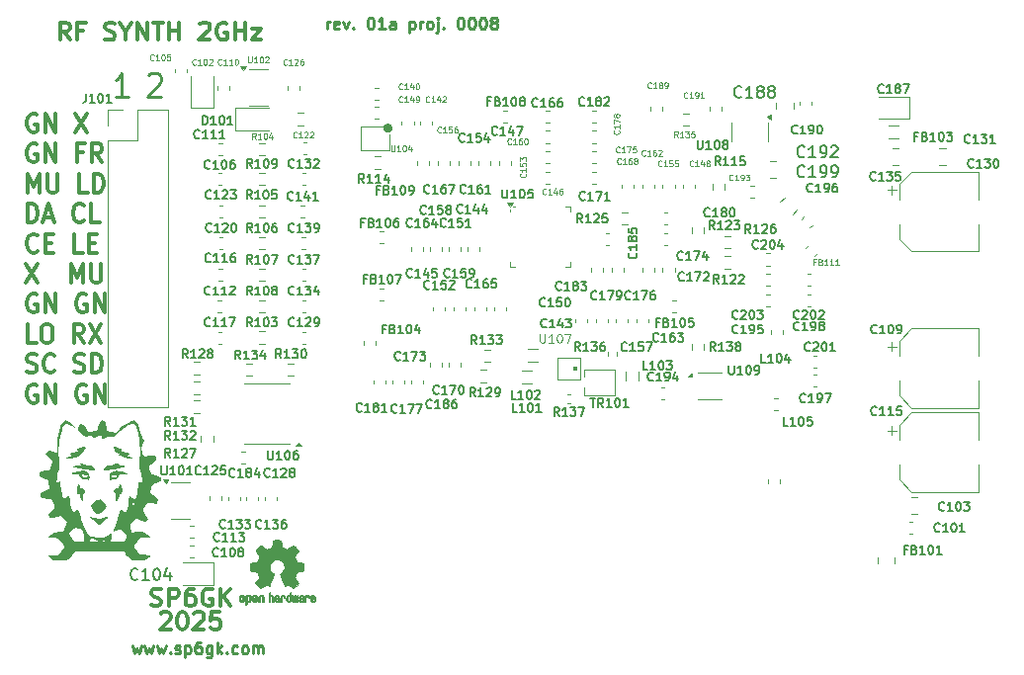
<source format=gbr>
%TF.GenerationSoftware,KiCad,Pcbnew,8.0.9-8.0.9-0~ubuntu22.04.1*%
%TF.CreationDate,2026-02-07T13:45:35+01:00*%
%TF.ProjectId,HW_0008_PrestoLO_2GHz_rev01a,48575f30-3030-4385-9f50-726573746f4c,rev?*%
%TF.SameCoordinates,Original*%
%TF.FileFunction,Legend,Top*%
%TF.FilePolarity,Positive*%
%FSLAX46Y46*%
G04 Gerber Fmt 4.6, Leading zero omitted, Abs format (unit mm)*
G04 Created by KiCad (PCBNEW 8.0.9-8.0.9-0~ubuntu22.04.1) date 2026-02-07 13:45:35*
%MOMM*%
%LPD*%
G01*
G04 APERTURE LIST*
%ADD10C,0.375000*%
%ADD11C,0.250000*%
%ADD12C,0.300000*%
%ADD13C,0.150000*%
%ADD14C,0.125000*%
%ADD15C,0.100000*%
%ADD16C,0.120000*%
%ADD17C,0.010000*%
%ADD18C,0.400000*%
%ADD19C,0.000000*%
G04 APERTURE END LIST*
D10*
X74432424Y-84125500D02*
X74646710Y-84196928D01*
X74646710Y-84196928D02*
X75003852Y-84196928D01*
X75003852Y-84196928D02*
X75146710Y-84125500D01*
X75146710Y-84125500D02*
X75218138Y-84054071D01*
X75218138Y-84054071D02*
X75289567Y-83911214D01*
X75289567Y-83911214D02*
X75289567Y-83768357D01*
X75289567Y-83768357D02*
X75218138Y-83625500D01*
X75218138Y-83625500D02*
X75146710Y-83554071D01*
X75146710Y-83554071D02*
X75003852Y-83482642D01*
X75003852Y-83482642D02*
X74718138Y-83411214D01*
X74718138Y-83411214D02*
X74575281Y-83339785D01*
X74575281Y-83339785D02*
X74503852Y-83268357D01*
X74503852Y-83268357D02*
X74432424Y-83125500D01*
X74432424Y-83125500D02*
X74432424Y-82982642D01*
X74432424Y-82982642D02*
X74503852Y-82839785D01*
X74503852Y-82839785D02*
X74575281Y-82768357D01*
X74575281Y-82768357D02*
X74718138Y-82696928D01*
X74718138Y-82696928D02*
X75075281Y-82696928D01*
X75075281Y-82696928D02*
X75289567Y-82768357D01*
X75932423Y-84196928D02*
X75932423Y-82696928D01*
X75932423Y-82696928D02*
X76503852Y-82696928D01*
X76503852Y-82696928D02*
X76646709Y-82768357D01*
X76646709Y-82768357D02*
X76718138Y-82839785D01*
X76718138Y-82839785D02*
X76789566Y-82982642D01*
X76789566Y-82982642D02*
X76789566Y-83196928D01*
X76789566Y-83196928D02*
X76718138Y-83339785D01*
X76718138Y-83339785D02*
X76646709Y-83411214D01*
X76646709Y-83411214D02*
X76503852Y-83482642D01*
X76503852Y-83482642D02*
X75932423Y-83482642D01*
X78075281Y-82696928D02*
X77789566Y-82696928D01*
X77789566Y-82696928D02*
X77646709Y-82768357D01*
X77646709Y-82768357D02*
X77575281Y-82839785D01*
X77575281Y-82839785D02*
X77432423Y-83054071D01*
X77432423Y-83054071D02*
X77360995Y-83339785D01*
X77360995Y-83339785D02*
X77360995Y-83911214D01*
X77360995Y-83911214D02*
X77432423Y-84054071D01*
X77432423Y-84054071D02*
X77503852Y-84125500D01*
X77503852Y-84125500D02*
X77646709Y-84196928D01*
X77646709Y-84196928D02*
X77932423Y-84196928D01*
X77932423Y-84196928D02*
X78075281Y-84125500D01*
X78075281Y-84125500D02*
X78146709Y-84054071D01*
X78146709Y-84054071D02*
X78218138Y-83911214D01*
X78218138Y-83911214D02*
X78218138Y-83554071D01*
X78218138Y-83554071D02*
X78146709Y-83411214D01*
X78146709Y-83411214D02*
X78075281Y-83339785D01*
X78075281Y-83339785D02*
X77932423Y-83268357D01*
X77932423Y-83268357D02*
X77646709Y-83268357D01*
X77646709Y-83268357D02*
X77503852Y-83339785D01*
X77503852Y-83339785D02*
X77432423Y-83411214D01*
X77432423Y-83411214D02*
X77360995Y-83554071D01*
X79646709Y-82768357D02*
X79503852Y-82696928D01*
X79503852Y-82696928D02*
X79289566Y-82696928D01*
X79289566Y-82696928D02*
X79075280Y-82768357D01*
X79075280Y-82768357D02*
X78932423Y-82911214D01*
X78932423Y-82911214D02*
X78860994Y-83054071D01*
X78860994Y-83054071D02*
X78789566Y-83339785D01*
X78789566Y-83339785D02*
X78789566Y-83554071D01*
X78789566Y-83554071D02*
X78860994Y-83839785D01*
X78860994Y-83839785D02*
X78932423Y-83982642D01*
X78932423Y-83982642D02*
X79075280Y-84125500D01*
X79075280Y-84125500D02*
X79289566Y-84196928D01*
X79289566Y-84196928D02*
X79432423Y-84196928D01*
X79432423Y-84196928D02*
X79646709Y-84125500D01*
X79646709Y-84125500D02*
X79718137Y-84054071D01*
X79718137Y-84054071D02*
X79718137Y-83554071D01*
X79718137Y-83554071D02*
X79432423Y-83554071D01*
X80360994Y-84196928D02*
X80360994Y-82696928D01*
X81218137Y-84196928D02*
X80575280Y-83339785D01*
X81218137Y-82696928D02*
X80360994Y-83554071D01*
X67460995Y-35696928D02*
X66960995Y-34982642D01*
X66603852Y-35696928D02*
X66603852Y-34196928D01*
X66603852Y-34196928D02*
X67175281Y-34196928D01*
X67175281Y-34196928D02*
X67318138Y-34268357D01*
X67318138Y-34268357D02*
X67389567Y-34339785D01*
X67389567Y-34339785D02*
X67460995Y-34482642D01*
X67460995Y-34482642D02*
X67460995Y-34696928D01*
X67460995Y-34696928D02*
X67389567Y-34839785D01*
X67389567Y-34839785D02*
X67318138Y-34911214D01*
X67318138Y-34911214D02*
X67175281Y-34982642D01*
X67175281Y-34982642D02*
X66603852Y-34982642D01*
X68603852Y-34911214D02*
X68103852Y-34911214D01*
X68103852Y-35696928D02*
X68103852Y-34196928D01*
X68103852Y-34196928D02*
X68818138Y-34196928D01*
X70460995Y-35625500D02*
X70675281Y-35696928D01*
X70675281Y-35696928D02*
X71032423Y-35696928D01*
X71032423Y-35696928D02*
X71175281Y-35625500D01*
X71175281Y-35625500D02*
X71246709Y-35554071D01*
X71246709Y-35554071D02*
X71318138Y-35411214D01*
X71318138Y-35411214D02*
X71318138Y-35268357D01*
X71318138Y-35268357D02*
X71246709Y-35125500D01*
X71246709Y-35125500D02*
X71175281Y-35054071D01*
X71175281Y-35054071D02*
X71032423Y-34982642D01*
X71032423Y-34982642D02*
X70746709Y-34911214D01*
X70746709Y-34911214D02*
X70603852Y-34839785D01*
X70603852Y-34839785D02*
X70532423Y-34768357D01*
X70532423Y-34768357D02*
X70460995Y-34625500D01*
X70460995Y-34625500D02*
X70460995Y-34482642D01*
X70460995Y-34482642D02*
X70532423Y-34339785D01*
X70532423Y-34339785D02*
X70603852Y-34268357D01*
X70603852Y-34268357D02*
X70746709Y-34196928D01*
X70746709Y-34196928D02*
X71103852Y-34196928D01*
X71103852Y-34196928D02*
X71318138Y-34268357D01*
X72246709Y-34982642D02*
X72246709Y-35696928D01*
X71746709Y-34196928D02*
X72246709Y-34982642D01*
X72246709Y-34982642D02*
X72746709Y-34196928D01*
X73246708Y-35696928D02*
X73246708Y-34196928D01*
X73246708Y-34196928D02*
X74103851Y-35696928D01*
X74103851Y-35696928D02*
X74103851Y-34196928D01*
X74603852Y-34196928D02*
X75460995Y-34196928D01*
X75032423Y-35696928D02*
X75032423Y-34196928D01*
X75960994Y-35696928D02*
X75960994Y-34196928D01*
X75960994Y-34911214D02*
X76818137Y-34911214D01*
X76818137Y-35696928D02*
X76818137Y-34196928D01*
X78603852Y-34339785D02*
X78675280Y-34268357D01*
X78675280Y-34268357D02*
X78818138Y-34196928D01*
X78818138Y-34196928D02*
X79175280Y-34196928D01*
X79175280Y-34196928D02*
X79318138Y-34268357D01*
X79318138Y-34268357D02*
X79389566Y-34339785D01*
X79389566Y-34339785D02*
X79460995Y-34482642D01*
X79460995Y-34482642D02*
X79460995Y-34625500D01*
X79460995Y-34625500D02*
X79389566Y-34839785D01*
X79389566Y-34839785D02*
X78532423Y-35696928D01*
X78532423Y-35696928D02*
X79460995Y-35696928D01*
X80889566Y-34268357D02*
X80746709Y-34196928D01*
X80746709Y-34196928D02*
X80532423Y-34196928D01*
X80532423Y-34196928D02*
X80318137Y-34268357D01*
X80318137Y-34268357D02*
X80175280Y-34411214D01*
X80175280Y-34411214D02*
X80103851Y-34554071D01*
X80103851Y-34554071D02*
X80032423Y-34839785D01*
X80032423Y-34839785D02*
X80032423Y-35054071D01*
X80032423Y-35054071D02*
X80103851Y-35339785D01*
X80103851Y-35339785D02*
X80175280Y-35482642D01*
X80175280Y-35482642D02*
X80318137Y-35625500D01*
X80318137Y-35625500D02*
X80532423Y-35696928D01*
X80532423Y-35696928D02*
X80675280Y-35696928D01*
X80675280Y-35696928D02*
X80889566Y-35625500D01*
X80889566Y-35625500D02*
X80960994Y-35554071D01*
X80960994Y-35554071D02*
X80960994Y-35054071D01*
X80960994Y-35054071D02*
X80675280Y-35054071D01*
X81603851Y-35696928D02*
X81603851Y-34196928D01*
X81603851Y-34911214D02*
X82460994Y-34911214D01*
X82460994Y-35696928D02*
X82460994Y-34196928D01*
X83032423Y-34696928D02*
X83818138Y-34696928D01*
X83818138Y-34696928D02*
X83032423Y-35696928D01*
X83032423Y-35696928D02*
X83818138Y-35696928D01*
X75232424Y-84839785D02*
X75303852Y-84768357D01*
X75303852Y-84768357D02*
X75446710Y-84696928D01*
X75446710Y-84696928D02*
X75803852Y-84696928D01*
X75803852Y-84696928D02*
X75946710Y-84768357D01*
X75946710Y-84768357D02*
X76018138Y-84839785D01*
X76018138Y-84839785D02*
X76089567Y-84982642D01*
X76089567Y-84982642D02*
X76089567Y-85125500D01*
X76089567Y-85125500D02*
X76018138Y-85339785D01*
X76018138Y-85339785D02*
X75160995Y-86196928D01*
X75160995Y-86196928D02*
X76089567Y-86196928D01*
X77018138Y-84696928D02*
X77160995Y-84696928D01*
X77160995Y-84696928D02*
X77303852Y-84768357D01*
X77303852Y-84768357D02*
X77375281Y-84839785D01*
X77375281Y-84839785D02*
X77446709Y-84982642D01*
X77446709Y-84982642D02*
X77518138Y-85268357D01*
X77518138Y-85268357D02*
X77518138Y-85625500D01*
X77518138Y-85625500D02*
X77446709Y-85911214D01*
X77446709Y-85911214D02*
X77375281Y-86054071D01*
X77375281Y-86054071D02*
X77303852Y-86125500D01*
X77303852Y-86125500D02*
X77160995Y-86196928D01*
X77160995Y-86196928D02*
X77018138Y-86196928D01*
X77018138Y-86196928D02*
X76875281Y-86125500D01*
X76875281Y-86125500D02*
X76803852Y-86054071D01*
X76803852Y-86054071D02*
X76732423Y-85911214D01*
X76732423Y-85911214D02*
X76660995Y-85625500D01*
X76660995Y-85625500D02*
X76660995Y-85268357D01*
X76660995Y-85268357D02*
X76732423Y-84982642D01*
X76732423Y-84982642D02*
X76803852Y-84839785D01*
X76803852Y-84839785D02*
X76875281Y-84768357D01*
X76875281Y-84768357D02*
X77018138Y-84696928D01*
X78089566Y-84839785D02*
X78160994Y-84768357D01*
X78160994Y-84768357D02*
X78303852Y-84696928D01*
X78303852Y-84696928D02*
X78660994Y-84696928D01*
X78660994Y-84696928D02*
X78803852Y-84768357D01*
X78803852Y-84768357D02*
X78875280Y-84839785D01*
X78875280Y-84839785D02*
X78946709Y-84982642D01*
X78946709Y-84982642D02*
X78946709Y-85125500D01*
X78946709Y-85125500D02*
X78875280Y-85339785D01*
X78875280Y-85339785D02*
X78018137Y-86196928D01*
X78018137Y-86196928D02*
X78946709Y-86196928D01*
X80303851Y-84696928D02*
X79589565Y-84696928D01*
X79589565Y-84696928D02*
X79518137Y-85411214D01*
X79518137Y-85411214D02*
X79589565Y-85339785D01*
X79589565Y-85339785D02*
X79732423Y-85268357D01*
X79732423Y-85268357D02*
X80089565Y-85268357D01*
X80089565Y-85268357D02*
X80232423Y-85339785D01*
X80232423Y-85339785D02*
X80303851Y-85411214D01*
X80303851Y-85411214D02*
X80375280Y-85554071D01*
X80375280Y-85554071D02*
X80375280Y-85911214D01*
X80375280Y-85911214D02*
X80303851Y-86054071D01*
X80303851Y-86054071D02*
X80232423Y-86125500D01*
X80232423Y-86125500D02*
X80089565Y-86196928D01*
X80089565Y-86196928D02*
X79732423Y-86196928D01*
X79732423Y-86196928D02*
X79589565Y-86125500D01*
X79589565Y-86125500D02*
X79518137Y-86054071D01*
D11*
X89502568Y-34764619D02*
X89502568Y-34097952D01*
X89502568Y-34288428D02*
X89550187Y-34193190D01*
X89550187Y-34193190D02*
X89597806Y-34145571D01*
X89597806Y-34145571D02*
X89693044Y-34097952D01*
X89693044Y-34097952D02*
X89788282Y-34097952D01*
X90502568Y-34717000D02*
X90407330Y-34764619D01*
X90407330Y-34764619D02*
X90216854Y-34764619D01*
X90216854Y-34764619D02*
X90121616Y-34717000D01*
X90121616Y-34717000D02*
X90073997Y-34621761D01*
X90073997Y-34621761D02*
X90073997Y-34240809D01*
X90073997Y-34240809D02*
X90121616Y-34145571D01*
X90121616Y-34145571D02*
X90216854Y-34097952D01*
X90216854Y-34097952D02*
X90407330Y-34097952D01*
X90407330Y-34097952D02*
X90502568Y-34145571D01*
X90502568Y-34145571D02*
X90550187Y-34240809D01*
X90550187Y-34240809D02*
X90550187Y-34336047D01*
X90550187Y-34336047D02*
X90073997Y-34431285D01*
X90883521Y-34097952D02*
X91121616Y-34764619D01*
X91121616Y-34764619D02*
X91359711Y-34097952D01*
X91740664Y-34669380D02*
X91788283Y-34717000D01*
X91788283Y-34717000D02*
X91740664Y-34764619D01*
X91740664Y-34764619D02*
X91693045Y-34717000D01*
X91693045Y-34717000D02*
X91740664Y-34669380D01*
X91740664Y-34669380D02*
X91740664Y-34764619D01*
X93169235Y-33764619D02*
X93264473Y-33764619D01*
X93264473Y-33764619D02*
X93359711Y-33812238D01*
X93359711Y-33812238D02*
X93407330Y-33859857D01*
X93407330Y-33859857D02*
X93454949Y-33955095D01*
X93454949Y-33955095D02*
X93502568Y-34145571D01*
X93502568Y-34145571D02*
X93502568Y-34383666D01*
X93502568Y-34383666D02*
X93454949Y-34574142D01*
X93454949Y-34574142D02*
X93407330Y-34669380D01*
X93407330Y-34669380D02*
X93359711Y-34717000D01*
X93359711Y-34717000D02*
X93264473Y-34764619D01*
X93264473Y-34764619D02*
X93169235Y-34764619D01*
X93169235Y-34764619D02*
X93073997Y-34717000D01*
X93073997Y-34717000D02*
X93026378Y-34669380D01*
X93026378Y-34669380D02*
X92978759Y-34574142D01*
X92978759Y-34574142D02*
X92931140Y-34383666D01*
X92931140Y-34383666D02*
X92931140Y-34145571D01*
X92931140Y-34145571D02*
X92978759Y-33955095D01*
X92978759Y-33955095D02*
X93026378Y-33859857D01*
X93026378Y-33859857D02*
X93073997Y-33812238D01*
X93073997Y-33812238D02*
X93169235Y-33764619D01*
X94454949Y-34764619D02*
X93883521Y-34764619D01*
X94169235Y-34764619D02*
X94169235Y-33764619D01*
X94169235Y-33764619D02*
X94073997Y-33907476D01*
X94073997Y-33907476D02*
X93978759Y-34002714D01*
X93978759Y-34002714D02*
X93883521Y-34050333D01*
X95312092Y-34764619D02*
X95312092Y-34240809D01*
X95312092Y-34240809D02*
X95264473Y-34145571D01*
X95264473Y-34145571D02*
X95169235Y-34097952D01*
X95169235Y-34097952D02*
X94978759Y-34097952D01*
X94978759Y-34097952D02*
X94883521Y-34145571D01*
X95312092Y-34717000D02*
X95216854Y-34764619D01*
X95216854Y-34764619D02*
X94978759Y-34764619D01*
X94978759Y-34764619D02*
X94883521Y-34717000D01*
X94883521Y-34717000D02*
X94835902Y-34621761D01*
X94835902Y-34621761D02*
X94835902Y-34526523D01*
X94835902Y-34526523D02*
X94883521Y-34431285D01*
X94883521Y-34431285D02*
X94978759Y-34383666D01*
X94978759Y-34383666D02*
X95216854Y-34383666D01*
X95216854Y-34383666D02*
X95312092Y-34336047D01*
X96550188Y-34097952D02*
X96550188Y-35097952D01*
X96550188Y-34145571D02*
X96645426Y-34097952D01*
X96645426Y-34097952D02*
X96835902Y-34097952D01*
X96835902Y-34097952D02*
X96931140Y-34145571D01*
X96931140Y-34145571D02*
X96978759Y-34193190D01*
X96978759Y-34193190D02*
X97026378Y-34288428D01*
X97026378Y-34288428D02*
X97026378Y-34574142D01*
X97026378Y-34574142D02*
X96978759Y-34669380D01*
X96978759Y-34669380D02*
X96931140Y-34717000D01*
X96931140Y-34717000D02*
X96835902Y-34764619D01*
X96835902Y-34764619D02*
X96645426Y-34764619D01*
X96645426Y-34764619D02*
X96550188Y-34717000D01*
X97454950Y-34764619D02*
X97454950Y-34097952D01*
X97454950Y-34288428D02*
X97502569Y-34193190D01*
X97502569Y-34193190D02*
X97550188Y-34145571D01*
X97550188Y-34145571D02*
X97645426Y-34097952D01*
X97645426Y-34097952D02*
X97740664Y-34097952D01*
X98216855Y-34764619D02*
X98121617Y-34717000D01*
X98121617Y-34717000D02*
X98073998Y-34669380D01*
X98073998Y-34669380D02*
X98026379Y-34574142D01*
X98026379Y-34574142D02*
X98026379Y-34288428D01*
X98026379Y-34288428D02*
X98073998Y-34193190D01*
X98073998Y-34193190D02*
X98121617Y-34145571D01*
X98121617Y-34145571D02*
X98216855Y-34097952D01*
X98216855Y-34097952D02*
X98359712Y-34097952D01*
X98359712Y-34097952D02*
X98454950Y-34145571D01*
X98454950Y-34145571D02*
X98502569Y-34193190D01*
X98502569Y-34193190D02*
X98550188Y-34288428D01*
X98550188Y-34288428D02*
X98550188Y-34574142D01*
X98550188Y-34574142D02*
X98502569Y-34669380D01*
X98502569Y-34669380D02*
X98454950Y-34717000D01*
X98454950Y-34717000D02*
X98359712Y-34764619D01*
X98359712Y-34764619D02*
X98216855Y-34764619D01*
X98978760Y-34097952D02*
X98978760Y-34955095D01*
X98978760Y-34955095D02*
X98931141Y-35050333D01*
X98931141Y-35050333D02*
X98835903Y-35097952D01*
X98835903Y-35097952D02*
X98788284Y-35097952D01*
X98978760Y-33764619D02*
X98931141Y-33812238D01*
X98931141Y-33812238D02*
X98978760Y-33859857D01*
X98978760Y-33859857D02*
X99026379Y-33812238D01*
X99026379Y-33812238D02*
X98978760Y-33764619D01*
X98978760Y-33764619D02*
X98978760Y-33859857D01*
X99454950Y-34669380D02*
X99502569Y-34717000D01*
X99502569Y-34717000D02*
X99454950Y-34764619D01*
X99454950Y-34764619D02*
X99407331Y-34717000D01*
X99407331Y-34717000D02*
X99454950Y-34669380D01*
X99454950Y-34669380D02*
X99454950Y-34764619D01*
X100883521Y-33764619D02*
X100978759Y-33764619D01*
X100978759Y-33764619D02*
X101073997Y-33812238D01*
X101073997Y-33812238D02*
X101121616Y-33859857D01*
X101121616Y-33859857D02*
X101169235Y-33955095D01*
X101169235Y-33955095D02*
X101216854Y-34145571D01*
X101216854Y-34145571D02*
X101216854Y-34383666D01*
X101216854Y-34383666D02*
X101169235Y-34574142D01*
X101169235Y-34574142D02*
X101121616Y-34669380D01*
X101121616Y-34669380D02*
X101073997Y-34717000D01*
X101073997Y-34717000D02*
X100978759Y-34764619D01*
X100978759Y-34764619D02*
X100883521Y-34764619D01*
X100883521Y-34764619D02*
X100788283Y-34717000D01*
X100788283Y-34717000D02*
X100740664Y-34669380D01*
X100740664Y-34669380D02*
X100693045Y-34574142D01*
X100693045Y-34574142D02*
X100645426Y-34383666D01*
X100645426Y-34383666D02*
X100645426Y-34145571D01*
X100645426Y-34145571D02*
X100693045Y-33955095D01*
X100693045Y-33955095D02*
X100740664Y-33859857D01*
X100740664Y-33859857D02*
X100788283Y-33812238D01*
X100788283Y-33812238D02*
X100883521Y-33764619D01*
X101835902Y-33764619D02*
X101931140Y-33764619D01*
X101931140Y-33764619D02*
X102026378Y-33812238D01*
X102026378Y-33812238D02*
X102073997Y-33859857D01*
X102073997Y-33859857D02*
X102121616Y-33955095D01*
X102121616Y-33955095D02*
X102169235Y-34145571D01*
X102169235Y-34145571D02*
X102169235Y-34383666D01*
X102169235Y-34383666D02*
X102121616Y-34574142D01*
X102121616Y-34574142D02*
X102073997Y-34669380D01*
X102073997Y-34669380D02*
X102026378Y-34717000D01*
X102026378Y-34717000D02*
X101931140Y-34764619D01*
X101931140Y-34764619D02*
X101835902Y-34764619D01*
X101835902Y-34764619D02*
X101740664Y-34717000D01*
X101740664Y-34717000D02*
X101693045Y-34669380D01*
X101693045Y-34669380D02*
X101645426Y-34574142D01*
X101645426Y-34574142D02*
X101597807Y-34383666D01*
X101597807Y-34383666D02*
X101597807Y-34145571D01*
X101597807Y-34145571D02*
X101645426Y-33955095D01*
X101645426Y-33955095D02*
X101693045Y-33859857D01*
X101693045Y-33859857D02*
X101740664Y-33812238D01*
X101740664Y-33812238D02*
X101835902Y-33764619D01*
X102788283Y-33764619D02*
X102883521Y-33764619D01*
X102883521Y-33764619D02*
X102978759Y-33812238D01*
X102978759Y-33812238D02*
X103026378Y-33859857D01*
X103026378Y-33859857D02*
X103073997Y-33955095D01*
X103073997Y-33955095D02*
X103121616Y-34145571D01*
X103121616Y-34145571D02*
X103121616Y-34383666D01*
X103121616Y-34383666D02*
X103073997Y-34574142D01*
X103073997Y-34574142D02*
X103026378Y-34669380D01*
X103026378Y-34669380D02*
X102978759Y-34717000D01*
X102978759Y-34717000D02*
X102883521Y-34764619D01*
X102883521Y-34764619D02*
X102788283Y-34764619D01*
X102788283Y-34764619D02*
X102693045Y-34717000D01*
X102693045Y-34717000D02*
X102645426Y-34669380D01*
X102645426Y-34669380D02*
X102597807Y-34574142D01*
X102597807Y-34574142D02*
X102550188Y-34383666D01*
X102550188Y-34383666D02*
X102550188Y-34145571D01*
X102550188Y-34145571D02*
X102597807Y-33955095D01*
X102597807Y-33955095D02*
X102645426Y-33859857D01*
X102645426Y-33859857D02*
X102693045Y-33812238D01*
X102693045Y-33812238D02*
X102788283Y-33764619D01*
X103693045Y-34193190D02*
X103597807Y-34145571D01*
X103597807Y-34145571D02*
X103550188Y-34097952D01*
X103550188Y-34097952D02*
X103502569Y-34002714D01*
X103502569Y-34002714D02*
X103502569Y-33955095D01*
X103502569Y-33955095D02*
X103550188Y-33859857D01*
X103550188Y-33859857D02*
X103597807Y-33812238D01*
X103597807Y-33812238D02*
X103693045Y-33764619D01*
X103693045Y-33764619D02*
X103883521Y-33764619D01*
X103883521Y-33764619D02*
X103978759Y-33812238D01*
X103978759Y-33812238D02*
X104026378Y-33859857D01*
X104026378Y-33859857D02*
X104073997Y-33955095D01*
X104073997Y-33955095D02*
X104073997Y-34002714D01*
X104073997Y-34002714D02*
X104026378Y-34097952D01*
X104026378Y-34097952D02*
X103978759Y-34145571D01*
X103978759Y-34145571D02*
X103883521Y-34193190D01*
X103883521Y-34193190D02*
X103693045Y-34193190D01*
X103693045Y-34193190D02*
X103597807Y-34240809D01*
X103597807Y-34240809D02*
X103550188Y-34288428D01*
X103550188Y-34288428D02*
X103502569Y-34383666D01*
X103502569Y-34383666D02*
X103502569Y-34574142D01*
X103502569Y-34574142D02*
X103550188Y-34669380D01*
X103550188Y-34669380D02*
X103597807Y-34717000D01*
X103597807Y-34717000D02*
X103693045Y-34764619D01*
X103693045Y-34764619D02*
X103883521Y-34764619D01*
X103883521Y-34764619D02*
X103978759Y-34717000D01*
X103978759Y-34717000D02*
X104026378Y-34669380D01*
X104026378Y-34669380D02*
X104073997Y-34574142D01*
X104073997Y-34574142D02*
X104073997Y-34383666D01*
X104073997Y-34383666D02*
X104026378Y-34288428D01*
X104026378Y-34288428D02*
X103978759Y-34240809D01*
X103978759Y-34240809D02*
X103883521Y-34193190D01*
X74145425Y-38732714D02*
X74240663Y-38637476D01*
X74240663Y-38637476D02*
X74431139Y-38542238D01*
X74431139Y-38542238D02*
X74907330Y-38542238D01*
X74907330Y-38542238D02*
X75097806Y-38637476D01*
X75097806Y-38637476D02*
X75193044Y-38732714D01*
X75193044Y-38732714D02*
X75288282Y-38923190D01*
X75288282Y-38923190D02*
X75288282Y-39113666D01*
X75288282Y-39113666D02*
X75193044Y-39399380D01*
X75193044Y-39399380D02*
X74050187Y-40542238D01*
X74050187Y-40542238D02*
X75288282Y-40542238D01*
X72807330Y-87597952D02*
X72997806Y-88264619D01*
X72997806Y-88264619D02*
X73188282Y-87788428D01*
X73188282Y-87788428D02*
X73378758Y-88264619D01*
X73378758Y-88264619D02*
X73569234Y-87597952D01*
X73854949Y-87597952D02*
X74045425Y-88264619D01*
X74045425Y-88264619D02*
X74235901Y-87788428D01*
X74235901Y-87788428D02*
X74426377Y-88264619D01*
X74426377Y-88264619D02*
X74616853Y-87597952D01*
X74902568Y-87597952D02*
X75093044Y-88264619D01*
X75093044Y-88264619D02*
X75283520Y-87788428D01*
X75283520Y-87788428D02*
X75473996Y-88264619D01*
X75473996Y-88264619D02*
X75664472Y-87597952D01*
X76045425Y-88169380D02*
X76093044Y-88217000D01*
X76093044Y-88217000D02*
X76045425Y-88264619D01*
X76045425Y-88264619D02*
X75997806Y-88217000D01*
X75997806Y-88217000D02*
X76045425Y-88169380D01*
X76045425Y-88169380D02*
X76045425Y-88264619D01*
X76473996Y-88217000D02*
X76569234Y-88264619D01*
X76569234Y-88264619D02*
X76759710Y-88264619D01*
X76759710Y-88264619D02*
X76854948Y-88217000D01*
X76854948Y-88217000D02*
X76902567Y-88121761D01*
X76902567Y-88121761D02*
X76902567Y-88074142D01*
X76902567Y-88074142D02*
X76854948Y-87978904D01*
X76854948Y-87978904D02*
X76759710Y-87931285D01*
X76759710Y-87931285D02*
X76616853Y-87931285D01*
X76616853Y-87931285D02*
X76521615Y-87883666D01*
X76521615Y-87883666D02*
X76473996Y-87788428D01*
X76473996Y-87788428D02*
X76473996Y-87740809D01*
X76473996Y-87740809D02*
X76521615Y-87645571D01*
X76521615Y-87645571D02*
X76616853Y-87597952D01*
X76616853Y-87597952D02*
X76759710Y-87597952D01*
X76759710Y-87597952D02*
X76854948Y-87645571D01*
X77331139Y-87597952D02*
X77331139Y-88597952D01*
X77331139Y-87645571D02*
X77426377Y-87597952D01*
X77426377Y-87597952D02*
X77616853Y-87597952D01*
X77616853Y-87597952D02*
X77712091Y-87645571D01*
X77712091Y-87645571D02*
X77759710Y-87693190D01*
X77759710Y-87693190D02*
X77807329Y-87788428D01*
X77807329Y-87788428D02*
X77807329Y-88074142D01*
X77807329Y-88074142D02*
X77759710Y-88169380D01*
X77759710Y-88169380D02*
X77712091Y-88217000D01*
X77712091Y-88217000D02*
X77616853Y-88264619D01*
X77616853Y-88264619D02*
X77426377Y-88264619D01*
X77426377Y-88264619D02*
X77331139Y-88217000D01*
X78664472Y-87264619D02*
X78473996Y-87264619D01*
X78473996Y-87264619D02*
X78378758Y-87312238D01*
X78378758Y-87312238D02*
X78331139Y-87359857D01*
X78331139Y-87359857D02*
X78235901Y-87502714D01*
X78235901Y-87502714D02*
X78188282Y-87693190D01*
X78188282Y-87693190D02*
X78188282Y-88074142D01*
X78188282Y-88074142D02*
X78235901Y-88169380D01*
X78235901Y-88169380D02*
X78283520Y-88217000D01*
X78283520Y-88217000D02*
X78378758Y-88264619D01*
X78378758Y-88264619D02*
X78569234Y-88264619D01*
X78569234Y-88264619D02*
X78664472Y-88217000D01*
X78664472Y-88217000D02*
X78712091Y-88169380D01*
X78712091Y-88169380D02*
X78759710Y-88074142D01*
X78759710Y-88074142D02*
X78759710Y-87836047D01*
X78759710Y-87836047D02*
X78712091Y-87740809D01*
X78712091Y-87740809D02*
X78664472Y-87693190D01*
X78664472Y-87693190D02*
X78569234Y-87645571D01*
X78569234Y-87645571D02*
X78378758Y-87645571D01*
X78378758Y-87645571D02*
X78283520Y-87693190D01*
X78283520Y-87693190D02*
X78235901Y-87740809D01*
X78235901Y-87740809D02*
X78188282Y-87836047D01*
X79616853Y-87597952D02*
X79616853Y-88407476D01*
X79616853Y-88407476D02*
X79569234Y-88502714D01*
X79569234Y-88502714D02*
X79521615Y-88550333D01*
X79521615Y-88550333D02*
X79426377Y-88597952D01*
X79426377Y-88597952D02*
X79283520Y-88597952D01*
X79283520Y-88597952D02*
X79188282Y-88550333D01*
X79616853Y-88217000D02*
X79521615Y-88264619D01*
X79521615Y-88264619D02*
X79331139Y-88264619D01*
X79331139Y-88264619D02*
X79235901Y-88217000D01*
X79235901Y-88217000D02*
X79188282Y-88169380D01*
X79188282Y-88169380D02*
X79140663Y-88074142D01*
X79140663Y-88074142D02*
X79140663Y-87788428D01*
X79140663Y-87788428D02*
X79188282Y-87693190D01*
X79188282Y-87693190D02*
X79235901Y-87645571D01*
X79235901Y-87645571D02*
X79331139Y-87597952D01*
X79331139Y-87597952D02*
X79521615Y-87597952D01*
X79521615Y-87597952D02*
X79616853Y-87645571D01*
X80093044Y-88264619D02*
X80093044Y-87264619D01*
X80188282Y-87883666D02*
X80473996Y-88264619D01*
X80473996Y-87597952D02*
X80093044Y-87978904D01*
X80902568Y-88169380D02*
X80950187Y-88217000D01*
X80950187Y-88217000D02*
X80902568Y-88264619D01*
X80902568Y-88264619D02*
X80854949Y-88217000D01*
X80854949Y-88217000D02*
X80902568Y-88169380D01*
X80902568Y-88169380D02*
X80902568Y-88264619D01*
X81807329Y-88217000D02*
X81712091Y-88264619D01*
X81712091Y-88264619D02*
X81521615Y-88264619D01*
X81521615Y-88264619D02*
X81426377Y-88217000D01*
X81426377Y-88217000D02*
X81378758Y-88169380D01*
X81378758Y-88169380D02*
X81331139Y-88074142D01*
X81331139Y-88074142D02*
X81331139Y-87788428D01*
X81331139Y-87788428D02*
X81378758Y-87693190D01*
X81378758Y-87693190D02*
X81426377Y-87645571D01*
X81426377Y-87645571D02*
X81521615Y-87597952D01*
X81521615Y-87597952D02*
X81712091Y-87597952D01*
X81712091Y-87597952D02*
X81807329Y-87645571D01*
X82378758Y-88264619D02*
X82283520Y-88217000D01*
X82283520Y-88217000D02*
X82235901Y-88169380D01*
X82235901Y-88169380D02*
X82188282Y-88074142D01*
X82188282Y-88074142D02*
X82188282Y-87788428D01*
X82188282Y-87788428D02*
X82235901Y-87693190D01*
X82235901Y-87693190D02*
X82283520Y-87645571D01*
X82283520Y-87645571D02*
X82378758Y-87597952D01*
X82378758Y-87597952D02*
X82521615Y-87597952D01*
X82521615Y-87597952D02*
X82616853Y-87645571D01*
X82616853Y-87645571D02*
X82664472Y-87693190D01*
X82664472Y-87693190D02*
X82712091Y-87788428D01*
X82712091Y-87788428D02*
X82712091Y-88074142D01*
X82712091Y-88074142D02*
X82664472Y-88169380D01*
X82664472Y-88169380D02*
X82616853Y-88217000D01*
X82616853Y-88217000D02*
X82521615Y-88264619D01*
X82521615Y-88264619D02*
X82378758Y-88264619D01*
X83140663Y-88264619D02*
X83140663Y-87597952D01*
X83140663Y-87693190D02*
X83188282Y-87645571D01*
X83188282Y-87645571D02*
X83283520Y-87597952D01*
X83283520Y-87597952D02*
X83426377Y-87597952D01*
X83426377Y-87597952D02*
X83521615Y-87645571D01*
X83521615Y-87645571D02*
X83569234Y-87740809D01*
X83569234Y-87740809D02*
X83569234Y-88264619D01*
X83569234Y-87740809D02*
X83616853Y-87645571D01*
X83616853Y-87645571D02*
X83712091Y-87597952D01*
X83712091Y-87597952D02*
X83854948Y-87597952D01*
X83854948Y-87597952D02*
X83950187Y-87645571D01*
X83950187Y-87645571D02*
X83997806Y-87740809D01*
X83997806Y-87740809D02*
X83997806Y-88264619D01*
X72488282Y-40542238D02*
X71345425Y-40542238D01*
X71916853Y-40542238D02*
X71916853Y-38542238D01*
X71916853Y-38542238D02*
X71726377Y-38827952D01*
X71726377Y-38827952D02*
X71535901Y-39018428D01*
X71535901Y-39018428D02*
X71345425Y-39113666D01*
D12*
X64640225Y-42081590D02*
X64497368Y-42005400D01*
X64497368Y-42005400D02*
X64283082Y-42005400D01*
X64283082Y-42005400D02*
X64068796Y-42081590D01*
X64068796Y-42081590D02*
X63925939Y-42233971D01*
X63925939Y-42233971D02*
X63854510Y-42386352D01*
X63854510Y-42386352D02*
X63783082Y-42691114D01*
X63783082Y-42691114D02*
X63783082Y-42919686D01*
X63783082Y-42919686D02*
X63854510Y-43224448D01*
X63854510Y-43224448D02*
X63925939Y-43376829D01*
X63925939Y-43376829D02*
X64068796Y-43529210D01*
X64068796Y-43529210D02*
X64283082Y-43605400D01*
X64283082Y-43605400D02*
X64425939Y-43605400D01*
X64425939Y-43605400D02*
X64640225Y-43529210D01*
X64640225Y-43529210D02*
X64711653Y-43453019D01*
X64711653Y-43453019D02*
X64711653Y-42919686D01*
X64711653Y-42919686D02*
X64425939Y-42919686D01*
X65354510Y-43605400D02*
X65354510Y-42005400D01*
X65354510Y-42005400D02*
X66211653Y-43605400D01*
X66211653Y-43605400D02*
X66211653Y-42005400D01*
X67925939Y-42005400D02*
X68925939Y-43605400D01*
X68925939Y-42005400D02*
X67925939Y-43605400D01*
X64640225Y-44657500D02*
X64497368Y-44581310D01*
X64497368Y-44581310D02*
X64283082Y-44581310D01*
X64283082Y-44581310D02*
X64068796Y-44657500D01*
X64068796Y-44657500D02*
X63925939Y-44809881D01*
X63925939Y-44809881D02*
X63854510Y-44962262D01*
X63854510Y-44962262D02*
X63783082Y-45267024D01*
X63783082Y-45267024D02*
X63783082Y-45495596D01*
X63783082Y-45495596D02*
X63854510Y-45800358D01*
X63854510Y-45800358D02*
X63925939Y-45952739D01*
X63925939Y-45952739D02*
X64068796Y-46105120D01*
X64068796Y-46105120D02*
X64283082Y-46181310D01*
X64283082Y-46181310D02*
X64425939Y-46181310D01*
X64425939Y-46181310D02*
X64640225Y-46105120D01*
X64640225Y-46105120D02*
X64711653Y-46028929D01*
X64711653Y-46028929D02*
X64711653Y-45495596D01*
X64711653Y-45495596D02*
X64425939Y-45495596D01*
X65354510Y-46181310D02*
X65354510Y-44581310D01*
X65354510Y-44581310D02*
X66211653Y-46181310D01*
X66211653Y-46181310D02*
X66211653Y-44581310D01*
X68568796Y-45343215D02*
X68068796Y-45343215D01*
X68068796Y-46181310D02*
X68068796Y-44581310D01*
X68068796Y-44581310D02*
X68783082Y-44581310D01*
X70211653Y-46181310D02*
X69711653Y-45419405D01*
X69354510Y-46181310D02*
X69354510Y-44581310D01*
X69354510Y-44581310D02*
X69925939Y-44581310D01*
X69925939Y-44581310D02*
X70068796Y-44657500D01*
X70068796Y-44657500D02*
X70140225Y-44733691D01*
X70140225Y-44733691D02*
X70211653Y-44886072D01*
X70211653Y-44886072D02*
X70211653Y-45114643D01*
X70211653Y-45114643D02*
X70140225Y-45267024D01*
X70140225Y-45267024D02*
X70068796Y-45343215D01*
X70068796Y-45343215D02*
X69925939Y-45419405D01*
X69925939Y-45419405D02*
X69354510Y-45419405D01*
X63854510Y-48757220D02*
X63854510Y-47157220D01*
X63854510Y-47157220D02*
X64354510Y-48300077D01*
X64354510Y-48300077D02*
X64854510Y-47157220D01*
X64854510Y-47157220D02*
X64854510Y-48757220D01*
X65568796Y-47157220D02*
X65568796Y-48452458D01*
X65568796Y-48452458D02*
X65640225Y-48604839D01*
X65640225Y-48604839D02*
X65711654Y-48681030D01*
X65711654Y-48681030D02*
X65854511Y-48757220D01*
X65854511Y-48757220D02*
X66140225Y-48757220D01*
X66140225Y-48757220D02*
X66283082Y-48681030D01*
X66283082Y-48681030D02*
X66354511Y-48604839D01*
X66354511Y-48604839D02*
X66425939Y-48452458D01*
X66425939Y-48452458D02*
X66425939Y-47157220D01*
X68997368Y-48757220D02*
X68283082Y-48757220D01*
X68283082Y-48757220D02*
X68283082Y-47157220D01*
X69497368Y-48757220D02*
X69497368Y-47157220D01*
X69497368Y-47157220D02*
X69854511Y-47157220D01*
X69854511Y-47157220D02*
X70068797Y-47233410D01*
X70068797Y-47233410D02*
X70211654Y-47385791D01*
X70211654Y-47385791D02*
X70283083Y-47538172D01*
X70283083Y-47538172D02*
X70354511Y-47842934D01*
X70354511Y-47842934D02*
X70354511Y-48071506D01*
X70354511Y-48071506D02*
X70283083Y-48376268D01*
X70283083Y-48376268D02*
X70211654Y-48528649D01*
X70211654Y-48528649D02*
X70068797Y-48681030D01*
X70068797Y-48681030D02*
X69854511Y-48757220D01*
X69854511Y-48757220D02*
X69497368Y-48757220D01*
X63854510Y-51333130D02*
X63854510Y-49733130D01*
X63854510Y-49733130D02*
X64211653Y-49733130D01*
X64211653Y-49733130D02*
X64425939Y-49809320D01*
X64425939Y-49809320D02*
X64568796Y-49961701D01*
X64568796Y-49961701D02*
X64640225Y-50114082D01*
X64640225Y-50114082D02*
X64711653Y-50418844D01*
X64711653Y-50418844D02*
X64711653Y-50647416D01*
X64711653Y-50647416D02*
X64640225Y-50952178D01*
X64640225Y-50952178D02*
X64568796Y-51104559D01*
X64568796Y-51104559D02*
X64425939Y-51256940D01*
X64425939Y-51256940D02*
X64211653Y-51333130D01*
X64211653Y-51333130D02*
X63854510Y-51333130D01*
X65283082Y-50875987D02*
X65997368Y-50875987D01*
X65140225Y-51333130D02*
X65640225Y-49733130D01*
X65640225Y-49733130D02*
X66140225Y-51333130D01*
X68640224Y-51180749D02*
X68568796Y-51256940D01*
X68568796Y-51256940D02*
X68354510Y-51333130D01*
X68354510Y-51333130D02*
X68211653Y-51333130D01*
X68211653Y-51333130D02*
X67997367Y-51256940D01*
X67997367Y-51256940D02*
X67854510Y-51104559D01*
X67854510Y-51104559D02*
X67783081Y-50952178D01*
X67783081Y-50952178D02*
X67711653Y-50647416D01*
X67711653Y-50647416D02*
X67711653Y-50418844D01*
X67711653Y-50418844D02*
X67783081Y-50114082D01*
X67783081Y-50114082D02*
X67854510Y-49961701D01*
X67854510Y-49961701D02*
X67997367Y-49809320D01*
X67997367Y-49809320D02*
X68211653Y-49733130D01*
X68211653Y-49733130D02*
X68354510Y-49733130D01*
X68354510Y-49733130D02*
X68568796Y-49809320D01*
X68568796Y-49809320D02*
X68640224Y-49885511D01*
X69997367Y-51333130D02*
X69283081Y-51333130D01*
X69283081Y-51333130D02*
X69283081Y-49733130D01*
X64711653Y-53756659D02*
X64640225Y-53832850D01*
X64640225Y-53832850D02*
X64425939Y-53909040D01*
X64425939Y-53909040D02*
X64283082Y-53909040D01*
X64283082Y-53909040D02*
X64068796Y-53832850D01*
X64068796Y-53832850D02*
X63925939Y-53680469D01*
X63925939Y-53680469D02*
X63854510Y-53528088D01*
X63854510Y-53528088D02*
X63783082Y-53223326D01*
X63783082Y-53223326D02*
X63783082Y-52994754D01*
X63783082Y-52994754D02*
X63854510Y-52689992D01*
X63854510Y-52689992D02*
X63925939Y-52537611D01*
X63925939Y-52537611D02*
X64068796Y-52385230D01*
X64068796Y-52385230D02*
X64283082Y-52309040D01*
X64283082Y-52309040D02*
X64425939Y-52309040D01*
X64425939Y-52309040D02*
X64640225Y-52385230D01*
X64640225Y-52385230D02*
X64711653Y-52461421D01*
X65354510Y-53070945D02*
X65854510Y-53070945D01*
X66068796Y-53909040D02*
X65354510Y-53909040D01*
X65354510Y-53909040D02*
X65354510Y-52309040D01*
X65354510Y-52309040D02*
X66068796Y-52309040D01*
X68568796Y-53909040D02*
X67854510Y-53909040D01*
X67854510Y-53909040D02*
X67854510Y-52309040D01*
X69068796Y-53070945D02*
X69568796Y-53070945D01*
X69783082Y-53909040D02*
X69068796Y-53909040D01*
X69068796Y-53909040D02*
X69068796Y-52309040D01*
X69068796Y-52309040D02*
X69783082Y-52309040D01*
X63711653Y-54884950D02*
X64711653Y-56484950D01*
X64711653Y-54884950D02*
X63711653Y-56484950D01*
X67568795Y-56484950D02*
X67568795Y-54884950D01*
X67568795Y-54884950D02*
X68068795Y-56027807D01*
X68068795Y-56027807D02*
X68568795Y-54884950D01*
X68568795Y-54884950D02*
X68568795Y-56484950D01*
X69283081Y-54884950D02*
X69283081Y-56180188D01*
X69283081Y-56180188D02*
X69354510Y-56332569D01*
X69354510Y-56332569D02*
X69425939Y-56408760D01*
X69425939Y-56408760D02*
X69568796Y-56484950D01*
X69568796Y-56484950D02*
X69854510Y-56484950D01*
X69854510Y-56484950D02*
X69997367Y-56408760D01*
X69997367Y-56408760D02*
X70068796Y-56332569D01*
X70068796Y-56332569D02*
X70140224Y-56180188D01*
X70140224Y-56180188D02*
X70140224Y-54884950D01*
X64640225Y-57537050D02*
X64497368Y-57460860D01*
X64497368Y-57460860D02*
X64283082Y-57460860D01*
X64283082Y-57460860D02*
X64068796Y-57537050D01*
X64068796Y-57537050D02*
X63925939Y-57689431D01*
X63925939Y-57689431D02*
X63854510Y-57841812D01*
X63854510Y-57841812D02*
X63783082Y-58146574D01*
X63783082Y-58146574D02*
X63783082Y-58375146D01*
X63783082Y-58375146D02*
X63854510Y-58679908D01*
X63854510Y-58679908D02*
X63925939Y-58832289D01*
X63925939Y-58832289D02*
X64068796Y-58984670D01*
X64068796Y-58984670D02*
X64283082Y-59060860D01*
X64283082Y-59060860D02*
X64425939Y-59060860D01*
X64425939Y-59060860D02*
X64640225Y-58984670D01*
X64640225Y-58984670D02*
X64711653Y-58908479D01*
X64711653Y-58908479D02*
X64711653Y-58375146D01*
X64711653Y-58375146D02*
X64425939Y-58375146D01*
X65354510Y-59060860D02*
X65354510Y-57460860D01*
X65354510Y-57460860D02*
X66211653Y-59060860D01*
X66211653Y-59060860D02*
X66211653Y-57460860D01*
X68854511Y-57537050D02*
X68711654Y-57460860D01*
X68711654Y-57460860D02*
X68497368Y-57460860D01*
X68497368Y-57460860D02*
X68283082Y-57537050D01*
X68283082Y-57537050D02*
X68140225Y-57689431D01*
X68140225Y-57689431D02*
X68068796Y-57841812D01*
X68068796Y-57841812D02*
X67997368Y-58146574D01*
X67997368Y-58146574D02*
X67997368Y-58375146D01*
X67997368Y-58375146D02*
X68068796Y-58679908D01*
X68068796Y-58679908D02*
X68140225Y-58832289D01*
X68140225Y-58832289D02*
X68283082Y-58984670D01*
X68283082Y-58984670D02*
X68497368Y-59060860D01*
X68497368Y-59060860D02*
X68640225Y-59060860D01*
X68640225Y-59060860D02*
X68854511Y-58984670D01*
X68854511Y-58984670D02*
X68925939Y-58908479D01*
X68925939Y-58908479D02*
X68925939Y-58375146D01*
X68925939Y-58375146D02*
X68640225Y-58375146D01*
X69568796Y-59060860D02*
X69568796Y-57460860D01*
X69568796Y-57460860D02*
X70425939Y-59060860D01*
X70425939Y-59060860D02*
X70425939Y-57460860D01*
X64568796Y-61636770D02*
X63854510Y-61636770D01*
X63854510Y-61636770D02*
X63854510Y-60036770D01*
X65354511Y-60036770D02*
X65640225Y-60036770D01*
X65640225Y-60036770D02*
X65783082Y-60112960D01*
X65783082Y-60112960D02*
X65925939Y-60265341D01*
X65925939Y-60265341D02*
X65997368Y-60570103D01*
X65997368Y-60570103D02*
X65997368Y-61103437D01*
X65997368Y-61103437D02*
X65925939Y-61408199D01*
X65925939Y-61408199D02*
X65783082Y-61560580D01*
X65783082Y-61560580D02*
X65640225Y-61636770D01*
X65640225Y-61636770D02*
X65354511Y-61636770D01*
X65354511Y-61636770D02*
X65211654Y-61560580D01*
X65211654Y-61560580D02*
X65068796Y-61408199D01*
X65068796Y-61408199D02*
X64997368Y-61103437D01*
X64997368Y-61103437D02*
X64997368Y-60570103D01*
X64997368Y-60570103D02*
X65068796Y-60265341D01*
X65068796Y-60265341D02*
X65211654Y-60112960D01*
X65211654Y-60112960D02*
X65354511Y-60036770D01*
X68640225Y-61636770D02*
X68140225Y-60874865D01*
X67783082Y-61636770D02*
X67783082Y-60036770D01*
X67783082Y-60036770D02*
X68354511Y-60036770D01*
X68354511Y-60036770D02*
X68497368Y-60112960D01*
X68497368Y-60112960D02*
X68568797Y-60189151D01*
X68568797Y-60189151D02*
X68640225Y-60341532D01*
X68640225Y-60341532D02*
X68640225Y-60570103D01*
X68640225Y-60570103D02*
X68568797Y-60722484D01*
X68568797Y-60722484D02*
X68497368Y-60798675D01*
X68497368Y-60798675D02*
X68354511Y-60874865D01*
X68354511Y-60874865D02*
X67783082Y-60874865D01*
X69140225Y-60036770D02*
X70140225Y-61636770D01*
X70140225Y-60036770D02*
X69140225Y-61636770D01*
X63783082Y-64136490D02*
X63997368Y-64212680D01*
X63997368Y-64212680D02*
X64354510Y-64212680D01*
X64354510Y-64212680D02*
X64497368Y-64136490D01*
X64497368Y-64136490D02*
X64568796Y-64060299D01*
X64568796Y-64060299D02*
X64640225Y-63907918D01*
X64640225Y-63907918D02*
X64640225Y-63755537D01*
X64640225Y-63755537D02*
X64568796Y-63603156D01*
X64568796Y-63603156D02*
X64497368Y-63526966D01*
X64497368Y-63526966D02*
X64354510Y-63450775D01*
X64354510Y-63450775D02*
X64068796Y-63374585D01*
X64068796Y-63374585D02*
X63925939Y-63298394D01*
X63925939Y-63298394D02*
X63854510Y-63222204D01*
X63854510Y-63222204D02*
X63783082Y-63069823D01*
X63783082Y-63069823D02*
X63783082Y-62917442D01*
X63783082Y-62917442D02*
X63854510Y-62765061D01*
X63854510Y-62765061D02*
X63925939Y-62688870D01*
X63925939Y-62688870D02*
X64068796Y-62612680D01*
X64068796Y-62612680D02*
X64425939Y-62612680D01*
X64425939Y-62612680D02*
X64640225Y-62688870D01*
X66140224Y-64060299D02*
X66068796Y-64136490D01*
X66068796Y-64136490D02*
X65854510Y-64212680D01*
X65854510Y-64212680D02*
X65711653Y-64212680D01*
X65711653Y-64212680D02*
X65497367Y-64136490D01*
X65497367Y-64136490D02*
X65354510Y-63984109D01*
X65354510Y-63984109D02*
X65283081Y-63831728D01*
X65283081Y-63831728D02*
X65211653Y-63526966D01*
X65211653Y-63526966D02*
X65211653Y-63298394D01*
X65211653Y-63298394D02*
X65283081Y-62993632D01*
X65283081Y-62993632D02*
X65354510Y-62841251D01*
X65354510Y-62841251D02*
X65497367Y-62688870D01*
X65497367Y-62688870D02*
X65711653Y-62612680D01*
X65711653Y-62612680D02*
X65854510Y-62612680D01*
X65854510Y-62612680D02*
X66068796Y-62688870D01*
X66068796Y-62688870D02*
X66140224Y-62765061D01*
X67854510Y-64136490D02*
X68068796Y-64212680D01*
X68068796Y-64212680D02*
X68425938Y-64212680D01*
X68425938Y-64212680D02*
X68568796Y-64136490D01*
X68568796Y-64136490D02*
X68640224Y-64060299D01*
X68640224Y-64060299D02*
X68711653Y-63907918D01*
X68711653Y-63907918D02*
X68711653Y-63755537D01*
X68711653Y-63755537D02*
X68640224Y-63603156D01*
X68640224Y-63603156D02*
X68568796Y-63526966D01*
X68568796Y-63526966D02*
X68425938Y-63450775D01*
X68425938Y-63450775D02*
X68140224Y-63374585D01*
X68140224Y-63374585D02*
X67997367Y-63298394D01*
X67997367Y-63298394D02*
X67925938Y-63222204D01*
X67925938Y-63222204D02*
X67854510Y-63069823D01*
X67854510Y-63069823D02*
X67854510Y-62917442D01*
X67854510Y-62917442D02*
X67925938Y-62765061D01*
X67925938Y-62765061D02*
X67997367Y-62688870D01*
X67997367Y-62688870D02*
X68140224Y-62612680D01*
X68140224Y-62612680D02*
X68497367Y-62612680D01*
X68497367Y-62612680D02*
X68711653Y-62688870D01*
X69354509Y-64212680D02*
X69354509Y-62612680D01*
X69354509Y-62612680D02*
X69711652Y-62612680D01*
X69711652Y-62612680D02*
X69925938Y-62688870D01*
X69925938Y-62688870D02*
X70068795Y-62841251D01*
X70068795Y-62841251D02*
X70140224Y-62993632D01*
X70140224Y-62993632D02*
X70211652Y-63298394D01*
X70211652Y-63298394D02*
X70211652Y-63526966D01*
X70211652Y-63526966D02*
X70140224Y-63831728D01*
X70140224Y-63831728D02*
X70068795Y-63984109D01*
X70068795Y-63984109D02*
X69925938Y-64136490D01*
X69925938Y-64136490D02*
X69711652Y-64212680D01*
X69711652Y-64212680D02*
X69354509Y-64212680D01*
X64640225Y-65264780D02*
X64497368Y-65188590D01*
X64497368Y-65188590D02*
X64283082Y-65188590D01*
X64283082Y-65188590D02*
X64068796Y-65264780D01*
X64068796Y-65264780D02*
X63925939Y-65417161D01*
X63925939Y-65417161D02*
X63854510Y-65569542D01*
X63854510Y-65569542D02*
X63783082Y-65874304D01*
X63783082Y-65874304D02*
X63783082Y-66102876D01*
X63783082Y-66102876D02*
X63854510Y-66407638D01*
X63854510Y-66407638D02*
X63925939Y-66560019D01*
X63925939Y-66560019D02*
X64068796Y-66712400D01*
X64068796Y-66712400D02*
X64283082Y-66788590D01*
X64283082Y-66788590D02*
X64425939Y-66788590D01*
X64425939Y-66788590D02*
X64640225Y-66712400D01*
X64640225Y-66712400D02*
X64711653Y-66636209D01*
X64711653Y-66636209D02*
X64711653Y-66102876D01*
X64711653Y-66102876D02*
X64425939Y-66102876D01*
X65354510Y-66788590D02*
X65354510Y-65188590D01*
X65354510Y-65188590D02*
X66211653Y-66788590D01*
X66211653Y-66788590D02*
X66211653Y-65188590D01*
X68854511Y-65264780D02*
X68711654Y-65188590D01*
X68711654Y-65188590D02*
X68497368Y-65188590D01*
X68497368Y-65188590D02*
X68283082Y-65264780D01*
X68283082Y-65264780D02*
X68140225Y-65417161D01*
X68140225Y-65417161D02*
X68068796Y-65569542D01*
X68068796Y-65569542D02*
X67997368Y-65874304D01*
X67997368Y-65874304D02*
X67997368Y-66102876D01*
X67997368Y-66102876D02*
X68068796Y-66407638D01*
X68068796Y-66407638D02*
X68140225Y-66560019D01*
X68140225Y-66560019D02*
X68283082Y-66712400D01*
X68283082Y-66712400D02*
X68497368Y-66788590D01*
X68497368Y-66788590D02*
X68640225Y-66788590D01*
X68640225Y-66788590D02*
X68854511Y-66712400D01*
X68854511Y-66712400D02*
X68925939Y-66636209D01*
X68925939Y-66636209D02*
X68925939Y-66102876D01*
X68925939Y-66102876D02*
X68640225Y-66102876D01*
X69568796Y-66788590D02*
X69568796Y-65188590D01*
X69568796Y-65188590D02*
X70425939Y-66788590D01*
X70425939Y-66788590D02*
X70425939Y-65188590D01*
D13*
X97960713Y-50567735D02*
X97924999Y-50603450D01*
X97924999Y-50603450D02*
X97817856Y-50639164D01*
X97817856Y-50639164D02*
X97746428Y-50639164D01*
X97746428Y-50639164D02*
X97639285Y-50603450D01*
X97639285Y-50603450D02*
X97567856Y-50532021D01*
X97567856Y-50532021D02*
X97532142Y-50460592D01*
X97532142Y-50460592D02*
X97496428Y-50317735D01*
X97496428Y-50317735D02*
X97496428Y-50210592D01*
X97496428Y-50210592D02*
X97532142Y-50067735D01*
X97532142Y-50067735D02*
X97567856Y-49996307D01*
X97567856Y-49996307D02*
X97639285Y-49924878D01*
X97639285Y-49924878D02*
X97746428Y-49889164D01*
X97746428Y-49889164D02*
X97817856Y-49889164D01*
X97817856Y-49889164D02*
X97924999Y-49924878D01*
X97924999Y-49924878D02*
X97960713Y-49960592D01*
X98674999Y-50639164D02*
X98246428Y-50639164D01*
X98460713Y-50639164D02*
X98460713Y-49889164D01*
X98460713Y-49889164D02*
X98389285Y-49996307D01*
X98389285Y-49996307D02*
X98317856Y-50067735D01*
X98317856Y-50067735D02*
X98246428Y-50103450D01*
X99353571Y-49889164D02*
X98996428Y-49889164D01*
X98996428Y-49889164D02*
X98960714Y-50246307D01*
X98960714Y-50246307D02*
X98996428Y-50210592D01*
X98996428Y-50210592D02*
X99067857Y-50174878D01*
X99067857Y-50174878D02*
X99246428Y-50174878D01*
X99246428Y-50174878D02*
X99317857Y-50210592D01*
X99317857Y-50210592D02*
X99353571Y-50246307D01*
X99353571Y-50246307D02*
X99389285Y-50317735D01*
X99389285Y-50317735D02*
X99389285Y-50496307D01*
X99389285Y-50496307D02*
X99353571Y-50567735D01*
X99353571Y-50567735D02*
X99317857Y-50603450D01*
X99317857Y-50603450D02*
X99246428Y-50639164D01*
X99246428Y-50639164D02*
X99067857Y-50639164D01*
X99067857Y-50639164D02*
X98996428Y-50603450D01*
X98996428Y-50603450D02*
X98960714Y-50567735D01*
X99817857Y-50210592D02*
X99746428Y-50174878D01*
X99746428Y-50174878D02*
X99710714Y-50139164D01*
X99710714Y-50139164D02*
X99675000Y-50067735D01*
X99675000Y-50067735D02*
X99675000Y-50032021D01*
X99675000Y-50032021D02*
X99710714Y-49960592D01*
X99710714Y-49960592D02*
X99746428Y-49924878D01*
X99746428Y-49924878D02*
X99817857Y-49889164D01*
X99817857Y-49889164D02*
X99960714Y-49889164D01*
X99960714Y-49889164D02*
X100032143Y-49924878D01*
X100032143Y-49924878D02*
X100067857Y-49960592D01*
X100067857Y-49960592D02*
X100103571Y-50032021D01*
X100103571Y-50032021D02*
X100103571Y-50067735D01*
X100103571Y-50067735D02*
X100067857Y-50139164D01*
X100067857Y-50139164D02*
X100032143Y-50174878D01*
X100032143Y-50174878D02*
X99960714Y-50210592D01*
X99960714Y-50210592D02*
X99817857Y-50210592D01*
X99817857Y-50210592D02*
X99746428Y-50246307D01*
X99746428Y-50246307D02*
X99710714Y-50282021D01*
X99710714Y-50282021D02*
X99675000Y-50353450D01*
X99675000Y-50353450D02*
X99675000Y-50496307D01*
X99675000Y-50496307D02*
X99710714Y-50567735D01*
X99710714Y-50567735D02*
X99746428Y-50603450D01*
X99746428Y-50603450D02*
X99817857Y-50639164D01*
X99817857Y-50639164D02*
X99960714Y-50639164D01*
X99960714Y-50639164D02*
X100032143Y-50603450D01*
X100032143Y-50603450D02*
X100067857Y-50567735D01*
X100067857Y-50567735D02*
X100103571Y-50496307D01*
X100103571Y-50496307D02*
X100103571Y-50353450D01*
X100103571Y-50353450D02*
X100067857Y-50282021D01*
X100067857Y-50282021D02*
X100032143Y-50246307D01*
X100032143Y-50246307D02*
X99960714Y-50210592D01*
X96760713Y-55967735D02*
X96724999Y-56003450D01*
X96724999Y-56003450D02*
X96617856Y-56039164D01*
X96617856Y-56039164D02*
X96546428Y-56039164D01*
X96546428Y-56039164D02*
X96439285Y-56003450D01*
X96439285Y-56003450D02*
X96367856Y-55932021D01*
X96367856Y-55932021D02*
X96332142Y-55860592D01*
X96332142Y-55860592D02*
X96296428Y-55717735D01*
X96296428Y-55717735D02*
X96296428Y-55610592D01*
X96296428Y-55610592D02*
X96332142Y-55467735D01*
X96332142Y-55467735D02*
X96367856Y-55396307D01*
X96367856Y-55396307D02*
X96439285Y-55324878D01*
X96439285Y-55324878D02*
X96546428Y-55289164D01*
X96546428Y-55289164D02*
X96617856Y-55289164D01*
X96617856Y-55289164D02*
X96724999Y-55324878D01*
X96724999Y-55324878D02*
X96760713Y-55360592D01*
X97474999Y-56039164D02*
X97046428Y-56039164D01*
X97260713Y-56039164D02*
X97260713Y-55289164D01*
X97260713Y-55289164D02*
X97189285Y-55396307D01*
X97189285Y-55396307D02*
X97117856Y-55467735D01*
X97117856Y-55467735D02*
X97046428Y-55503450D01*
X98117857Y-55539164D02*
X98117857Y-56039164D01*
X97939285Y-55253450D02*
X97760714Y-55789164D01*
X97760714Y-55789164D02*
X98224999Y-55789164D01*
X98867857Y-55289164D02*
X98510714Y-55289164D01*
X98510714Y-55289164D02*
X98475000Y-55646307D01*
X98475000Y-55646307D02*
X98510714Y-55610592D01*
X98510714Y-55610592D02*
X98582143Y-55574878D01*
X98582143Y-55574878D02*
X98760714Y-55574878D01*
X98760714Y-55574878D02*
X98832143Y-55610592D01*
X98832143Y-55610592D02*
X98867857Y-55646307D01*
X98867857Y-55646307D02*
X98903571Y-55717735D01*
X98903571Y-55717735D02*
X98903571Y-55896307D01*
X98903571Y-55896307D02*
X98867857Y-55967735D01*
X98867857Y-55967735D02*
X98832143Y-56003450D01*
X98832143Y-56003450D02*
X98760714Y-56039164D01*
X98760714Y-56039164D02*
X98582143Y-56039164D01*
X98582143Y-56039164D02*
X98510714Y-56003450D01*
X98510714Y-56003450D02*
X98475000Y-55967735D01*
X84560713Y-73067735D02*
X84524999Y-73103450D01*
X84524999Y-73103450D02*
X84417856Y-73139164D01*
X84417856Y-73139164D02*
X84346428Y-73139164D01*
X84346428Y-73139164D02*
X84239285Y-73103450D01*
X84239285Y-73103450D02*
X84167856Y-73032021D01*
X84167856Y-73032021D02*
X84132142Y-72960592D01*
X84132142Y-72960592D02*
X84096428Y-72817735D01*
X84096428Y-72817735D02*
X84096428Y-72710592D01*
X84096428Y-72710592D02*
X84132142Y-72567735D01*
X84132142Y-72567735D02*
X84167856Y-72496307D01*
X84167856Y-72496307D02*
X84239285Y-72424878D01*
X84239285Y-72424878D02*
X84346428Y-72389164D01*
X84346428Y-72389164D02*
X84417856Y-72389164D01*
X84417856Y-72389164D02*
X84524999Y-72424878D01*
X84524999Y-72424878D02*
X84560713Y-72460592D01*
X85274999Y-73139164D02*
X84846428Y-73139164D01*
X85060713Y-73139164D02*
X85060713Y-72389164D01*
X85060713Y-72389164D02*
X84989285Y-72496307D01*
X84989285Y-72496307D02*
X84917856Y-72567735D01*
X84917856Y-72567735D02*
X84846428Y-72603450D01*
X85560714Y-72460592D02*
X85596428Y-72424878D01*
X85596428Y-72424878D02*
X85667857Y-72389164D01*
X85667857Y-72389164D02*
X85846428Y-72389164D01*
X85846428Y-72389164D02*
X85917857Y-72424878D01*
X85917857Y-72424878D02*
X85953571Y-72460592D01*
X85953571Y-72460592D02*
X85989285Y-72532021D01*
X85989285Y-72532021D02*
X85989285Y-72603450D01*
X85989285Y-72603450D02*
X85953571Y-72710592D01*
X85953571Y-72710592D02*
X85524999Y-73139164D01*
X85524999Y-73139164D02*
X85989285Y-73139164D01*
X86417857Y-72710592D02*
X86346428Y-72674878D01*
X86346428Y-72674878D02*
X86310714Y-72639164D01*
X86310714Y-72639164D02*
X86275000Y-72567735D01*
X86275000Y-72567735D02*
X86275000Y-72532021D01*
X86275000Y-72532021D02*
X86310714Y-72460592D01*
X86310714Y-72460592D02*
X86346428Y-72424878D01*
X86346428Y-72424878D02*
X86417857Y-72389164D01*
X86417857Y-72389164D02*
X86560714Y-72389164D01*
X86560714Y-72389164D02*
X86632143Y-72424878D01*
X86632143Y-72424878D02*
X86667857Y-72460592D01*
X86667857Y-72460592D02*
X86703571Y-72532021D01*
X86703571Y-72532021D02*
X86703571Y-72567735D01*
X86703571Y-72567735D02*
X86667857Y-72639164D01*
X86667857Y-72639164D02*
X86632143Y-72674878D01*
X86632143Y-72674878D02*
X86560714Y-72710592D01*
X86560714Y-72710592D02*
X86417857Y-72710592D01*
X86417857Y-72710592D02*
X86346428Y-72746307D01*
X86346428Y-72746307D02*
X86310714Y-72782021D01*
X86310714Y-72782021D02*
X86275000Y-72853450D01*
X86275000Y-72853450D02*
X86275000Y-72996307D01*
X86275000Y-72996307D02*
X86310714Y-73067735D01*
X86310714Y-73067735D02*
X86346428Y-73103450D01*
X86346428Y-73103450D02*
X86417857Y-73139164D01*
X86417857Y-73139164D02*
X86560714Y-73139164D01*
X86560714Y-73139164D02*
X86632143Y-73103450D01*
X86632143Y-73103450D02*
X86667857Y-73067735D01*
X86667857Y-73067735D02*
X86703571Y-72996307D01*
X86703571Y-72996307D02*
X86703571Y-72853450D01*
X86703571Y-72853450D02*
X86667857Y-72782021D01*
X86667857Y-72782021D02*
X86632143Y-72746307D01*
X86632143Y-72746307D02*
X86560714Y-72710592D01*
X125760713Y-52239164D02*
X125510713Y-51882021D01*
X125332142Y-52239164D02*
X125332142Y-51489164D01*
X125332142Y-51489164D02*
X125617856Y-51489164D01*
X125617856Y-51489164D02*
X125689285Y-51524878D01*
X125689285Y-51524878D02*
X125724999Y-51560592D01*
X125724999Y-51560592D02*
X125760713Y-51632021D01*
X125760713Y-51632021D02*
X125760713Y-51739164D01*
X125760713Y-51739164D02*
X125724999Y-51810592D01*
X125724999Y-51810592D02*
X125689285Y-51846307D01*
X125689285Y-51846307D02*
X125617856Y-51882021D01*
X125617856Y-51882021D02*
X125332142Y-51882021D01*
X126474999Y-52239164D02*
X126046428Y-52239164D01*
X126260713Y-52239164D02*
X126260713Y-51489164D01*
X126260713Y-51489164D02*
X126189285Y-51596307D01*
X126189285Y-51596307D02*
X126117856Y-51667735D01*
X126117856Y-51667735D02*
X126046428Y-51703450D01*
X126760714Y-51560592D02*
X126796428Y-51524878D01*
X126796428Y-51524878D02*
X126867857Y-51489164D01*
X126867857Y-51489164D02*
X127046428Y-51489164D01*
X127046428Y-51489164D02*
X127117857Y-51524878D01*
X127117857Y-51524878D02*
X127153571Y-51560592D01*
X127153571Y-51560592D02*
X127189285Y-51632021D01*
X127189285Y-51632021D02*
X127189285Y-51703450D01*
X127189285Y-51703450D02*
X127153571Y-51810592D01*
X127153571Y-51810592D02*
X126724999Y-52239164D01*
X126724999Y-52239164D02*
X127189285Y-52239164D01*
X127832143Y-51489164D02*
X127689285Y-51489164D01*
X127689285Y-51489164D02*
X127617857Y-51524878D01*
X127617857Y-51524878D02*
X127582143Y-51560592D01*
X127582143Y-51560592D02*
X127510714Y-51667735D01*
X127510714Y-51667735D02*
X127475000Y-51810592D01*
X127475000Y-51810592D02*
X127475000Y-52096307D01*
X127475000Y-52096307D02*
X127510714Y-52167735D01*
X127510714Y-52167735D02*
X127546428Y-52203450D01*
X127546428Y-52203450D02*
X127617857Y-52239164D01*
X127617857Y-52239164D02*
X127760714Y-52239164D01*
X127760714Y-52239164D02*
X127832143Y-52203450D01*
X127832143Y-52203450D02*
X127867857Y-52167735D01*
X127867857Y-52167735D02*
X127903571Y-52096307D01*
X127903571Y-52096307D02*
X127903571Y-51917735D01*
X127903571Y-51917735D02*
X127867857Y-51846307D01*
X127867857Y-51846307D02*
X127832143Y-51810592D01*
X127832143Y-51810592D02*
X127760714Y-51774878D01*
X127760714Y-51774878D02*
X127617857Y-51774878D01*
X127617857Y-51774878D02*
X127546428Y-51810592D01*
X127546428Y-51810592D02*
X127510714Y-51846307D01*
X127510714Y-51846307D02*
X127475000Y-51917735D01*
X129910713Y-60517735D02*
X129874999Y-60553450D01*
X129874999Y-60553450D02*
X129767856Y-60589164D01*
X129767856Y-60589164D02*
X129696428Y-60589164D01*
X129696428Y-60589164D02*
X129589285Y-60553450D01*
X129589285Y-60553450D02*
X129517856Y-60482021D01*
X129517856Y-60482021D02*
X129482142Y-60410592D01*
X129482142Y-60410592D02*
X129446428Y-60267735D01*
X129446428Y-60267735D02*
X129446428Y-60160592D01*
X129446428Y-60160592D02*
X129482142Y-60017735D01*
X129482142Y-60017735D02*
X129517856Y-59946307D01*
X129517856Y-59946307D02*
X129589285Y-59874878D01*
X129589285Y-59874878D02*
X129696428Y-59839164D01*
X129696428Y-59839164D02*
X129767856Y-59839164D01*
X129767856Y-59839164D02*
X129874999Y-59874878D01*
X129874999Y-59874878D02*
X129910713Y-59910592D01*
X130624999Y-60589164D02*
X130196428Y-60589164D01*
X130410713Y-60589164D02*
X130410713Y-59839164D01*
X130410713Y-59839164D02*
X130339285Y-59946307D01*
X130339285Y-59946307D02*
X130267856Y-60017735D01*
X130267856Y-60017735D02*
X130196428Y-60053450D01*
X130982142Y-60589164D02*
X131124999Y-60589164D01*
X131124999Y-60589164D02*
X131196428Y-60553450D01*
X131196428Y-60553450D02*
X131232142Y-60517735D01*
X131232142Y-60517735D02*
X131303571Y-60410592D01*
X131303571Y-60410592D02*
X131339285Y-60267735D01*
X131339285Y-60267735D02*
X131339285Y-59982021D01*
X131339285Y-59982021D02*
X131303571Y-59910592D01*
X131303571Y-59910592D02*
X131267857Y-59874878D01*
X131267857Y-59874878D02*
X131196428Y-59839164D01*
X131196428Y-59839164D02*
X131053571Y-59839164D01*
X131053571Y-59839164D02*
X130982142Y-59874878D01*
X130982142Y-59874878D02*
X130946428Y-59910592D01*
X130946428Y-59910592D02*
X130910714Y-59982021D01*
X130910714Y-59982021D02*
X130910714Y-60160592D01*
X130910714Y-60160592D02*
X130946428Y-60232021D01*
X130946428Y-60232021D02*
X130982142Y-60267735D01*
X130982142Y-60267735D02*
X131053571Y-60303450D01*
X131053571Y-60303450D02*
X131196428Y-60303450D01*
X131196428Y-60303450D02*
X131267857Y-60267735D01*
X131267857Y-60267735D02*
X131303571Y-60232021D01*
X131303571Y-60232021D02*
X131339285Y-60160592D01*
X131767857Y-60160592D02*
X131696428Y-60124878D01*
X131696428Y-60124878D02*
X131660714Y-60089164D01*
X131660714Y-60089164D02*
X131625000Y-60017735D01*
X131625000Y-60017735D02*
X131625000Y-59982021D01*
X131625000Y-59982021D02*
X131660714Y-59910592D01*
X131660714Y-59910592D02*
X131696428Y-59874878D01*
X131696428Y-59874878D02*
X131767857Y-59839164D01*
X131767857Y-59839164D02*
X131910714Y-59839164D01*
X131910714Y-59839164D02*
X131982143Y-59874878D01*
X131982143Y-59874878D02*
X132017857Y-59910592D01*
X132017857Y-59910592D02*
X132053571Y-59982021D01*
X132053571Y-59982021D02*
X132053571Y-60017735D01*
X132053571Y-60017735D02*
X132017857Y-60089164D01*
X132017857Y-60089164D02*
X131982143Y-60124878D01*
X131982143Y-60124878D02*
X131910714Y-60160592D01*
X131910714Y-60160592D02*
X131767857Y-60160592D01*
X131767857Y-60160592D02*
X131696428Y-60196307D01*
X131696428Y-60196307D02*
X131660714Y-60232021D01*
X131660714Y-60232021D02*
X131625000Y-60303450D01*
X131625000Y-60303450D02*
X131625000Y-60446307D01*
X131625000Y-60446307D02*
X131660714Y-60517735D01*
X131660714Y-60517735D02*
X131696428Y-60553450D01*
X131696428Y-60553450D02*
X131767857Y-60589164D01*
X131767857Y-60589164D02*
X131910714Y-60589164D01*
X131910714Y-60589164D02*
X131982143Y-60553450D01*
X131982143Y-60553450D02*
X132017857Y-60517735D01*
X132017857Y-60517735D02*
X132053571Y-60446307D01*
X132053571Y-60446307D02*
X132053571Y-60303450D01*
X132053571Y-60303450D02*
X132017857Y-60232021D01*
X132017857Y-60232021D02*
X131982143Y-60196307D01*
X131982143Y-60196307D02*
X131910714Y-60160592D01*
D14*
X114540476Y-45277190D02*
X114516667Y-45301000D01*
X114516667Y-45301000D02*
X114445238Y-45324809D01*
X114445238Y-45324809D02*
X114397619Y-45324809D01*
X114397619Y-45324809D02*
X114326191Y-45301000D01*
X114326191Y-45301000D02*
X114278572Y-45253380D01*
X114278572Y-45253380D02*
X114254762Y-45205761D01*
X114254762Y-45205761D02*
X114230953Y-45110523D01*
X114230953Y-45110523D02*
X114230953Y-45039095D01*
X114230953Y-45039095D02*
X114254762Y-44943857D01*
X114254762Y-44943857D02*
X114278572Y-44896238D01*
X114278572Y-44896238D02*
X114326191Y-44848619D01*
X114326191Y-44848619D02*
X114397619Y-44824809D01*
X114397619Y-44824809D02*
X114445238Y-44824809D01*
X114445238Y-44824809D02*
X114516667Y-44848619D01*
X114516667Y-44848619D02*
X114540476Y-44872428D01*
X115016667Y-45324809D02*
X114730953Y-45324809D01*
X114873810Y-45324809D02*
X114873810Y-44824809D01*
X114873810Y-44824809D02*
X114826191Y-44896238D01*
X114826191Y-44896238D02*
X114778572Y-44943857D01*
X114778572Y-44943857D02*
X114730953Y-44967666D01*
X115183333Y-44824809D02*
X115516666Y-44824809D01*
X115516666Y-44824809D02*
X115302381Y-45324809D01*
X115945237Y-44824809D02*
X115707142Y-44824809D01*
X115707142Y-44824809D02*
X115683333Y-45062904D01*
X115683333Y-45062904D02*
X115707142Y-45039095D01*
X115707142Y-45039095D02*
X115754761Y-45015285D01*
X115754761Y-45015285D02*
X115873809Y-45015285D01*
X115873809Y-45015285D02*
X115921428Y-45039095D01*
X115921428Y-45039095D02*
X115945237Y-45062904D01*
X115945237Y-45062904D02*
X115969047Y-45110523D01*
X115969047Y-45110523D02*
X115969047Y-45229571D01*
X115969047Y-45229571D02*
X115945237Y-45277190D01*
X115945237Y-45277190D02*
X115921428Y-45301000D01*
X115921428Y-45301000D02*
X115873809Y-45324809D01*
X115873809Y-45324809D02*
X115754761Y-45324809D01*
X115754761Y-45324809D02*
X115707142Y-45301000D01*
X115707142Y-45301000D02*
X115683333Y-45277190D01*
D13*
X102160713Y-66239164D02*
X101910713Y-65882021D01*
X101732142Y-66239164D02*
X101732142Y-65489164D01*
X101732142Y-65489164D02*
X102017856Y-65489164D01*
X102017856Y-65489164D02*
X102089285Y-65524878D01*
X102089285Y-65524878D02*
X102124999Y-65560592D01*
X102124999Y-65560592D02*
X102160713Y-65632021D01*
X102160713Y-65632021D02*
X102160713Y-65739164D01*
X102160713Y-65739164D02*
X102124999Y-65810592D01*
X102124999Y-65810592D02*
X102089285Y-65846307D01*
X102089285Y-65846307D02*
X102017856Y-65882021D01*
X102017856Y-65882021D02*
X101732142Y-65882021D01*
X102874999Y-66239164D02*
X102446428Y-66239164D01*
X102660713Y-66239164D02*
X102660713Y-65489164D01*
X102660713Y-65489164D02*
X102589285Y-65596307D01*
X102589285Y-65596307D02*
X102517856Y-65667735D01*
X102517856Y-65667735D02*
X102446428Y-65703450D01*
X103160714Y-65560592D02*
X103196428Y-65524878D01*
X103196428Y-65524878D02*
X103267857Y-65489164D01*
X103267857Y-65489164D02*
X103446428Y-65489164D01*
X103446428Y-65489164D02*
X103517857Y-65524878D01*
X103517857Y-65524878D02*
X103553571Y-65560592D01*
X103553571Y-65560592D02*
X103589285Y-65632021D01*
X103589285Y-65632021D02*
X103589285Y-65703450D01*
X103589285Y-65703450D02*
X103553571Y-65810592D01*
X103553571Y-65810592D02*
X103124999Y-66239164D01*
X103124999Y-66239164D02*
X103589285Y-66239164D01*
X103946428Y-66239164D02*
X104089285Y-66239164D01*
X104089285Y-66239164D02*
X104160714Y-66203450D01*
X104160714Y-66203450D02*
X104196428Y-66167735D01*
X104196428Y-66167735D02*
X104267857Y-66060592D01*
X104267857Y-66060592D02*
X104303571Y-65917735D01*
X104303571Y-65917735D02*
X104303571Y-65632021D01*
X104303571Y-65632021D02*
X104267857Y-65560592D01*
X104267857Y-65560592D02*
X104232143Y-65524878D01*
X104232143Y-65524878D02*
X104160714Y-65489164D01*
X104160714Y-65489164D02*
X104017857Y-65489164D01*
X104017857Y-65489164D02*
X103946428Y-65524878D01*
X103946428Y-65524878D02*
X103910714Y-65560592D01*
X103910714Y-65560592D02*
X103875000Y-65632021D01*
X103875000Y-65632021D02*
X103875000Y-65810592D01*
X103875000Y-65810592D02*
X103910714Y-65882021D01*
X103910714Y-65882021D02*
X103946428Y-65917735D01*
X103946428Y-65917735D02*
X104017857Y-65953450D01*
X104017857Y-65953450D02*
X104160714Y-65953450D01*
X104160714Y-65953450D02*
X104232143Y-65917735D01*
X104232143Y-65917735D02*
X104267857Y-65882021D01*
X104267857Y-65882021D02*
X104303571Y-65810592D01*
D14*
X99240476Y-43577190D02*
X99216667Y-43601000D01*
X99216667Y-43601000D02*
X99145238Y-43624809D01*
X99145238Y-43624809D02*
X99097619Y-43624809D01*
X99097619Y-43624809D02*
X99026191Y-43601000D01*
X99026191Y-43601000D02*
X98978572Y-43553380D01*
X98978572Y-43553380D02*
X98954762Y-43505761D01*
X98954762Y-43505761D02*
X98930953Y-43410523D01*
X98930953Y-43410523D02*
X98930953Y-43339095D01*
X98930953Y-43339095D02*
X98954762Y-43243857D01*
X98954762Y-43243857D02*
X98978572Y-43196238D01*
X98978572Y-43196238D02*
X99026191Y-43148619D01*
X99026191Y-43148619D02*
X99097619Y-43124809D01*
X99097619Y-43124809D02*
X99145238Y-43124809D01*
X99145238Y-43124809D02*
X99216667Y-43148619D01*
X99216667Y-43148619D02*
X99240476Y-43172428D01*
X99716667Y-43624809D02*
X99430953Y-43624809D01*
X99573810Y-43624809D02*
X99573810Y-43124809D01*
X99573810Y-43124809D02*
X99526191Y-43196238D01*
X99526191Y-43196238D02*
X99478572Y-43243857D01*
X99478572Y-43243857D02*
X99430953Y-43267666D01*
X100169047Y-43124809D02*
X99930952Y-43124809D01*
X99930952Y-43124809D02*
X99907143Y-43362904D01*
X99907143Y-43362904D02*
X99930952Y-43339095D01*
X99930952Y-43339095D02*
X99978571Y-43315285D01*
X99978571Y-43315285D02*
X100097619Y-43315285D01*
X100097619Y-43315285D02*
X100145238Y-43339095D01*
X100145238Y-43339095D02*
X100169047Y-43362904D01*
X100169047Y-43362904D02*
X100192857Y-43410523D01*
X100192857Y-43410523D02*
X100192857Y-43529571D01*
X100192857Y-43529571D02*
X100169047Y-43577190D01*
X100169047Y-43577190D02*
X100145238Y-43601000D01*
X100145238Y-43601000D02*
X100097619Y-43624809D01*
X100097619Y-43624809D02*
X99978571Y-43624809D01*
X99978571Y-43624809D02*
X99930952Y-43601000D01*
X99930952Y-43601000D02*
X99907143Y-43577190D01*
X100621428Y-43124809D02*
X100526190Y-43124809D01*
X100526190Y-43124809D02*
X100478571Y-43148619D01*
X100478571Y-43148619D02*
X100454761Y-43172428D01*
X100454761Y-43172428D02*
X100407142Y-43243857D01*
X100407142Y-43243857D02*
X100383333Y-43339095D01*
X100383333Y-43339095D02*
X100383333Y-43529571D01*
X100383333Y-43529571D02*
X100407142Y-43577190D01*
X100407142Y-43577190D02*
X100430952Y-43601000D01*
X100430952Y-43601000D02*
X100478571Y-43624809D01*
X100478571Y-43624809D02*
X100573809Y-43624809D01*
X100573809Y-43624809D02*
X100621428Y-43601000D01*
X100621428Y-43601000D02*
X100645237Y-43577190D01*
X100645237Y-43577190D02*
X100669047Y-43529571D01*
X100669047Y-43529571D02*
X100669047Y-43410523D01*
X100669047Y-43410523D02*
X100645237Y-43362904D01*
X100645237Y-43362904D02*
X100621428Y-43339095D01*
X100621428Y-43339095D02*
X100573809Y-43315285D01*
X100573809Y-43315285D02*
X100478571Y-43315285D01*
X100478571Y-43315285D02*
X100430952Y-43339095D01*
X100430952Y-43339095D02*
X100407142Y-43362904D01*
X100407142Y-43362904D02*
X100383333Y-43410523D01*
D13*
X129760713Y-43667735D02*
X129724999Y-43703450D01*
X129724999Y-43703450D02*
X129617856Y-43739164D01*
X129617856Y-43739164D02*
X129546428Y-43739164D01*
X129546428Y-43739164D02*
X129439285Y-43703450D01*
X129439285Y-43703450D02*
X129367856Y-43632021D01*
X129367856Y-43632021D02*
X129332142Y-43560592D01*
X129332142Y-43560592D02*
X129296428Y-43417735D01*
X129296428Y-43417735D02*
X129296428Y-43310592D01*
X129296428Y-43310592D02*
X129332142Y-43167735D01*
X129332142Y-43167735D02*
X129367856Y-43096307D01*
X129367856Y-43096307D02*
X129439285Y-43024878D01*
X129439285Y-43024878D02*
X129546428Y-42989164D01*
X129546428Y-42989164D02*
X129617856Y-42989164D01*
X129617856Y-42989164D02*
X129724999Y-43024878D01*
X129724999Y-43024878D02*
X129760713Y-43060592D01*
X130474999Y-43739164D02*
X130046428Y-43739164D01*
X130260713Y-43739164D02*
X130260713Y-42989164D01*
X130260713Y-42989164D02*
X130189285Y-43096307D01*
X130189285Y-43096307D02*
X130117856Y-43167735D01*
X130117856Y-43167735D02*
X130046428Y-43203450D01*
X130832142Y-43739164D02*
X130974999Y-43739164D01*
X130974999Y-43739164D02*
X131046428Y-43703450D01*
X131046428Y-43703450D02*
X131082142Y-43667735D01*
X131082142Y-43667735D02*
X131153571Y-43560592D01*
X131153571Y-43560592D02*
X131189285Y-43417735D01*
X131189285Y-43417735D02*
X131189285Y-43132021D01*
X131189285Y-43132021D02*
X131153571Y-43060592D01*
X131153571Y-43060592D02*
X131117857Y-43024878D01*
X131117857Y-43024878D02*
X131046428Y-42989164D01*
X131046428Y-42989164D02*
X130903571Y-42989164D01*
X130903571Y-42989164D02*
X130832142Y-43024878D01*
X130832142Y-43024878D02*
X130796428Y-43060592D01*
X130796428Y-43060592D02*
X130760714Y-43132021D01*
X130760714Y-43132021D02*
X130760714Y-43310592D01*
X130760714Y-43310592D02*
X130796428Y-43382021D01*
X130796428Y-43382021D02*
X130832142Y-43417735D01*
X130832142Y-43417735D02*
X130903571Y-43453450D01*
X130903571Y-43453450D02*
X131046428Y-43453450D01*
X131046428Y-43453450D02*
X131117857Y-43417735D01*
X131117857Y-43417735D02*
X131153571Y-43382021D01*
X131153571Y-43382021D02*
X131189285Y-43310592D01*
X131653571Y-42989164D02*
X131725000Y-42989164D01*
X131725000Y-42989164D02*
X131796428Y-43024878D01*
X131796428Y-43024878D02*
X131832143Y-43060592D01*
X131832143Y-43060592D02*
X131867857Y-43132021D01*
X131867857Y-43132021D02*
X131903571Y-43274878D01*
X131903571Y-43274878D02*
X131903571Y-43453450D01*
X131903571Y-43453450D02*
X131867857Y-43596307D01*
X131867857Y-43596307D02*
X131832143Y-43667735D01*
X131832143Y-43667735D02*
X131796428Y-43703450D01*
X131796428Y-43703450D02*
X131725000Y-43739164D01*
X131725000Y-43739164D02*
X131653571Y-43739164D01*
X131653571Y-43739164D02*
X131582143Y-43703450D01*
X131582143Y-43703450D02*
X131546428Y-43667735D01*
X131546428Y-43667735D02*
X131510714Y-43596307D01*
X131510714Y-43596307D02*
X131475000Y-43453450D01*
X131475000Y-43453450D02*
X131475000Y-43274878D01*
X131475000Y-43274878D02*
X131510714Y-43132021D01*
X131510714Y-43132021D02*
X131546428Y-43060592D01*
X131546428Y-43060592D02*
X131582143Y-43024878D01*
X131582143Y-43024878D02*
X131653571Y-42989164D01*
D14*
X114477190Y-43459523D02*
X114501000Y-43483332D01*
X114501000Y-43483332D02*
X114524809Y-43554761D01*
X114524809Y-43554761D02*
X114524809Y-43602380D01*
X114524809Y-43602380D02*
X114501000Y-43673808D01*
X114501000Y-43673808D02*
X114453380Y-43721427D01*
X114453380Y-43721427D02*
X114405761Y-43745237D01*
X114405761Y-43745237D02*
X114310523Y-43769046D01*
X114310523Y-43769046D02*
X114239095Y-43769046D01*
X114239095Y-43769046D02*
X114143857Y-43745237D01*
X114143857Y-43745237D02*
X114096238Y-43721427D01*
X114096238Y-43721427D02*
X114048619Y-43673808D01*
X114048619Y-43673808D02*
X114024809Y-43602380D01*
X114024809Y-43602380D02*
X114024809Y-43554761D01*
X114024809Y-43554761D02*
X114048619Y-43483332D01*
X114048619Y-43483332D02*
X114072428Y-43459523D01*
X114524809Y-42983332D02*
X114524809Y-43269046D01*
X114524809Y-43126189D02*
X114024809Y-43126189D01*
X114024809Y-43126189D02*
X114096238Y-43173808D01*
X114096238Y-43173808D02*
X114143857Y-43221427D01*
X114143857Y-43221427D02*
X114167666Y-43269046D01*
X114024809Y-42816666D02*
X114024809Y-42483333D01*
X114024809Y-42483333D02*
X114524809Y-42697618D01*
X114239095Y-42221428D02*
X114215285Y-42269047D01*
X114215285Y-42269047D02*
X114191476Y-42292857D01*
X114191476Y-42292857D02*
X114143857Y-42316666D01*
X114143857Y-42316666D02*
X114120047Y-42316666D01*
X114120047Y-42316666D02*
X114072428Y-42292857D01*
X114072428Y-42292857D02*
X114048619Y-42269047D01*
X114048619Y-42269047D02*
X114024809Y-42221428D01*
X114024809Y-42221428D02*
X114024809Y-42126190D01*
X114024809Y-42126190D02*
X114048619Y-42078571D01*
X114048619Y-42078571D02*
X114072428Y-42054762D01*
X114072428Y-42054762D02*
X114120047Y-42030952D01*
X114120047Y-42030952D02*
X114143857Y-42030952D01*
X114143857Y-42030952D02*
X114191476Y-42054762D01*
X114191476Y-42054762D02*
X114215285Y-42078571D01*
X114215285Y-42078571D02*
X114239095Y-42126190D01*
X114239095Y-42126190D02*
X114239095Y-42221428D01*
X114239095Y-42221428D02*
X114262904Y-42269047D01*
X114262904Y-42269047D02*
X114286714Y-42292857D01*
X114286714Y-42292857D02*
X114334333Y-42316666D01*
X114334333Y-42316666D02*
X114429571Y-42316666D01*
X114429571Y-42316666D02*
X114477190Y-42292857D01*
X114477190Y-42292857D02*
X114501000Y-42269047D01*
X114501000Y-42269047D02*
X114524809Y-42221428D01*
X114524809Y-42221428D02*
X114524809Y-42126190D01*
X114524809Y-42126190D02*
X114501000Y-42078571D01*
X114501000Y-42078571D02*
X114477190Y-42054762D01*
X114477190Y-42054762D02*
X114429571Y-42030952D01*
X114429571Y-42030952D02*
X114334333Y-42030952D01*
X114334333Y-42030952D02*
X114286714Y-42054762D01*
X114286714Y-42054762D02*
X114262904Y-42078571D01*
X114262904Y-42078571D02*
X114239095Y-42126190D01*
D13*
X96760713Y-51667735D02*
X96724999Y-51703450D01*
X96724999Y-51703450D02*
X96617856Y-51739164D01*
X96617856Y-51739164D02*
X96546428Y-51739164D01*
X96546428Y-51739164D02*
X96439285Y-51703450D01*
X96439285Y-51703450D02*
X96367856Y-51632021D01*
X96367856Y-51632021D02*
X96332142Y-51560592D01*
X96332142Y-51560592D02*
X96296428Y-51417735D01*
X96296428Y-51417735D02*
X96296428Y-51310592D01*
X96296428Y-51310592D02*
X96332142Y-51167735D01*
X96332142Y-51167735D02*
X96367856Y-51096307D01*
X96367856Y-51096307D02*
X96439285Y-51024878D01*
X96439285Y-51024878D02*
X96546428Y-50989164D01*
X96546428Y-50989164D02*
X96617856Y-50989164D01*
X96617856Y-50989164D02*
X96724999Y-51024878D01*
X96724999Y-51024878D02*
X96760713Y-51060592D01*
X97474999Y-51739164D02*
X97046428Y-51739164D01*
X97260713Y-51739164D02*
X97260713Y-50989164D01*
X97260713Y-50989164D02*
X97189285Y-51096307D01*
X97189285Y-51096307D02*
X97117856Y-51167735D01*
X97117856Y-51167735D02*
X97046428Y-51203450D01*
X98117857Y-50989164D02*
X97974999Y-50989164D01*
X97974999Y-50989164D02*
X97903571Y-51024878D01*
X97903571Y-51024878D02*
X97867857Y-51060592D01*
X97867857Y-51060592D02*
X97796428Y-51167735D01*
X97796428Y-51167735D02*
X97760714Y-51310592D01*
X97760714Y-51310592D02*
X97760714Y-51596307D01*
X97760714Y-51596307D02*
X97796428Y-51667735D01*
X97796428Y-51667735D02*
X97832142Y-51703450D01*
X97832142Y-51703450D02*
X97903571Y-51739164D01*
X97903571Y-51739164D02*
X98046428Y-51739164D01*
X98046428Y-51739164D02*
X98117857Y-51703450D01*
X98117857Y-51703450D02*
X98153571Y-51667735D01*
X98153571Y-51667735D02*
X98189285Y-51596307D01*
X98189285Y-51596307D02*
X98189285Y-51417735D01*
X98189285Y-51417735D02*
X98153571Y-51346307D01*
X98153571Y-51346307D02*
X98117857Y-51310592D01*
X98117857Y-51310592D02*
X98046428Y-51274878D01*
X98046428Y-51274878D02*
X97903571Y-51274878D01*
X97903571Y-51274878D02*
X97832142Y-51310592D01*
X97832142Y-51310592D02*
X97796428Y-51346307D01*
X97796428Y-51346307D02*
X97760714Y-51417735D01*
X98832143Y-51239164D02*
X98832143Y-51739164D01*
X98653571Y-50953450D02*
X98475000Y-51489164D01*
X98475000Y-51489164D02*
X98939285Y-51489164D01*
X99060713Y-65967735D02*
X99024999Y-66003450D01*
X99024999Y-66003450D02*
X98917856Y-66039164D01*
X98917856Y-66039164D02*
X98846428Y-66039164D01*
X98846428Y-66039164D02*
X98739285Y-66003450D01*
X98739285Y-66003450D02*
X98667856Y-65932021D01*
X98667856Y-65932021D02*
X98632142Y-65860592D01*
X98632142Y-65860592D02*
X98596428Y-65717735D01*
X98596428Y-65717735D02*
X98596428Y-65610592D01*
X98596428Y-65610592D02*
X98632142Y-65467735D01*
X98632142Y-65467735D02*
X98667856Y-65396307D01*
X98667856Y-65396307D02*
X98739285Y-65324878D01*
X98739285Y-65324878D02*
X98846428Y-65289164D01*
X98846428Y-65289164D02*
X98917856Y-65289164D01*
X98917856Y-65289164D02*
X99024999Y-65324878D01*
X99024999Y-65324878D02*
X99060713Y-65360592D01*
X99774999Y-66039164D02*
X99346428Y-66039164D01*
X99560713Y-66039164D02*
X99560713Y-65289164D01*
X99560713Y-65289164D02*
X99489285Y-65396307D01*
X99489285Y-65396307D02*
X99417856Y-65467735D01*
X99417856Y-65467735D02*
X99346428Y-65503450D01*
X100024999Y-65289164D02*
X100524999Y-65289164D01*
X100524999Y-65289164D02*
X100203571Y-66039164D01*
X100953571Y-65289164D02*
X101025000Y-65289164D01*
X101025000Y-65289164D02*
X101096428Y-65324878D01*
X101096428Y-65324878D02*
X101132143Y-65360592D01*
X101132143Y-65360592D02*
X101167857Y-65432021D01*
X101167857Y-65432021D02*
X101203571Y-65574878D01*
X101203571Y-65574878D02*
X101203571Y-65753450D01*
X101203571Y-65753450D02*
X101167857Y-65896307D01*
X101167857Y-65896307D02*
X101132143Y-65967735D01*
X101132143Y-65967735D02*
X101096428Y-66003450D01*
X101096428Y-66003450D02*
X101025000Y-66039164D01*
X101025000Y-66039164D02*
X100953571Y-66039164D01*
X100953571Y-66039164D02*
X100882143Y-66003450D01*
X100882143Y-66003450D02*
X100846428Y-65967735D01*
X100846428Y-65967735D02*
X100810714Y-65896307D01*
X100810714Y-65896307D02*
X100775000Y-65753450D01*
X100775000Y-65753450D02*
X100775000Y-65574878D01*
X100775000Y-65574878D02*
X100810714Y-65432021D01*
X100810714Y-65432021D02*
X100846428Y-65360592D01*
X100846428Y-65360592D02*
X100882143Y-65324878D01*
X100882143Y-65324878D02*
X100953571Y-65289164D01*
X116960714Y-63939164D02*
X116603571Y-63939164D01*
X116603571Y-63939164D02*
X116603571Y-63189164D01*
X117603571Y-63939164D02*
X117175000Y-63939164D01*
X117389285Y-63939164D02*
X117389285Y-63189164D01*
X117389285Y-63189164D02*
X117317857Y-63296307D01*
X117317857Y-63296307D02*
X117246428Y-63367735D01*
X117246428Y-63367735D02*
X117175000Y-63403450D01*
X118067857Y-63189164D02*
X118139286Y-63189164D01*
X118139286Y-63189164D02*
X118210714Y-63224878D01*
X118210714Y-63224878D02*
X118246429Y-63260592D01*
X118246429Y-63260592D02*
X118282143Y-63332021D01*
X118282143Y-63332021D02*
X118317857Y-63474878D01*
X118317857Y-63474878D02*
X118317857Y-63653450D01*
X118317857Y-63653450D02*
X118282143Y-63796307D01*
X118282143Y-63796307D02*
X118246429Y-63867735D01*
X118246429Y-63867735D02*
X118210714Y-63903450D01*
X118210714Y-63903450D02*
X118139286Y-63939164D01*
X118139286Y-63939164D02*
X118067857Y-63939164D01*
X118067857Y-63939164D02*
X117996429Y-63903450D01*
X117996429Y-63903450D02*
X117960714Y-63867735D01*
X117960714Y-63867735D02*
X117925000Y-63796307D01*
X117925000Y-63796307D02*
X117889286Y-63653450D01*
X117889286Y-63653450D02*
X117889286Y-63474878D01*
X117889286Y-63474878D02*
X117925000Y-63332021D01*
X117925000Y-63332021D02*
X117960714Y-63260592D01*
X117960714Y-63260592D02*
X117996429Y-63224878D01*
X117996429Y-63224878D02*
X118067857Y-63189164D01*
X118567857Y-63189164D02*
X119032143Y-63189164D01*
X119032143Y-63189164D02*
X118782143Y-63474878D01*
X118782143Y-63474878D02*
X118889286Y-63474878D01*
X118889286Y-63474878D02*
X118960715Y-63510592D01*
X118960715Y-63510592D02*
X118996429Y-63546307D01*
X118996429Y-63546307D02*
X119032143Y-63617735D01*
X119032143Y-63617735D02*
X119032143Y-63796307D01*
X119032143Y-63796307D02*
X118996429Y-63867735D01*
X118996429Y-63867735D02*
X118960715Y-63903450D01*
X118960715Y-63903450D02*
X118889286Y-63939164D01*
X118889286Y-63939164D02*
X118675000Y-63939164D01*
X118675000Y-63939164D02*
X118603572Y-63903450D01*
X118603572Y-63903450D02*
X118567857Y-63867735D01*
X131060713Y-48667735D02*
X131024999Y-48703450D01*
X131024999Y-48703450D02*
X130917856Y-48739164D01*
X130917856Y-48739164D02*
X130846428Y-48739164D01*
X130846428Y-48739164D02*
X130739285Y-48703450D01*
X130739285Y-48703450D02*
X130667856Y-48632021D01*
X130667856Y-48632021D02*
X130632142Y-48560592D01*
X130632142Y-48560592D02*
X130596428Y-48417735D01*
X130596428Y-48417735D02*
X130596428Y-48310592D01*
X130596428Y-48310592D02*
X130632142Y-48167735D01*
X130632142Y-48167735D02*
X130667856Y-48096307D01*
X130667856Y-48096307D02*
X130739285Y-48024878D01*
X130739285Y-48024878D02*
X130846428Y-47989164D01*
X130846428Y-47989164D02*
X130917856Y-47989164D01*
X130917856Y-47989164D02*
X131024999Y-48024878D01*
X131024999Y-48024878D02*
X131060713Y-48060592D01*
X131774999Y-48739164D02*
X131346428Y-48739164D01*
X131560713Y-48739164D02*
X131560713Y-47989164D01*
X131560713Y-47989164D02*
X131489285Y-48096307D01*
X131489285Y-48096307D02*
X131417856Y-48167735D01*
X131417856Y-48167735D02*
X131346428Y-48203450D01*
X132132142Y-48739164D02*
X132274999Y-48739164D01*
X132274999Y-48739164D02*
X132346428Y-48703450D01*
X132346428Y-48703450D02*
X132382142Y-48667735D01*
X132382142Y-48667735D02*
X132453571Y-48560592D01*
X132453571Y-48560592D02*
X132489285Y-48417735D01*
X132489285Y-48417735D02*
X132489285Y-48132021D01*
X132489285Y-48132021D02*
X132453571Y-48060592D01*
X132453571Y-48060592D02*
X132417857Y-48024878D01*
X132417857Y-48024878D02*
X132346428Y-47989164D01*
X132346428Y-47989164D02*
X132203571Y-47989164D01*
X132203571Y-47989164D02*
X132132142Y-48024878D01*
X132132142Y-48024878D02*
X132096428Y-48060592D01*
X132096428Y-48060592D02*
X132060714Y-48132021D01*
X132060714Y-48132021D02*
X132060714Y-48310592D01*
X132060714Y-48310592D02*
X132096428Y-48382021D01*
X132096428Y-48382021D02*
X132132142Y-48417735D01*
X132132142Y-48417735D02*
X132203571Y-48453450D01*
X132203571Y-48453450D02*
X132346428Y-48453450D01*
X132346428Y-48453450D02*
X132417857Y-48417735D01*
X132417857Y-48417735D02*
X132453571Y-48382021D01*
X132453571Y-48382021D02*
X132489285Y-48310592D01*
X133132143Y-47989164D02*
X132989285Y-47989164D01*
X132989285Y-47989164D02*
X132917857Y-48024878D01*
X132917857Y-48024878D02*
X132882143Y-48060592D01*
X132882143Y-48060592D02*
X132810714Y-48167735D01*
X132810714Y-48167735D02*
X132775000Y-48310592D01*
X132775000Y-48310592D02*
X132775000Y-48596307D01*
X132775000Y-48596307D02*
X132810714Y-48667735D01*
X132810714Y-48667735D02*
X132846428Y-48703450D01*
X132846428Y-48703450D02*
X132917857Y-48739164D01*
X132917857Y-48739164D02*
X133060714Y-48739164D01*
X133060714Y-48739164D02*
X133132143Y-48703450D01*
X133132143Y-48703450D02*
X133167857Y-48667735D01*
X133167857Y-48667735D02*
X133203571Y-48596307D01*
X133203571Y-48596307D02*
X133203571Y-48417735D01*
X133203571Y-48417735D02*
X133167857Y-48346307D01*
X133167857Y-48346307D02*
X133132143Y-48310592D01*
X133132143Y-48310592D02*
X133060714Y-48274878D01*
X133060714Y-48274878D02*
X132917857Y-48274878D01*
X132917857Y-48274878D02*
X132846428Y-48310592D01*
X132846428Y-48310592D02*
X132810714Y-48346307D01*
X132810714Y-48346307D02*
X132775000Y-48417735D01*
X78832142Y-42939164D02*
X78832142Y-42189164D01*
X78832142Y-42189164D02*
X79010713Y-42189164D01*
X79010713Y-42189164D02*
X79117856Y-42224878D01*
X79117856Y-42224878D02*
X79189285Y-42296307D01*
X79189285Y-42296307D02*
X79224999Y-42367735D01*
X79224999Y-42367735D02*
X79260713Y-42510592D01*
X79260713Y-42510592D02*
X79260713Y-42617735D01*
X79260713Y-42617735D02*
X79224999Y-42760592D01*
X79224999Y-42760592D02*
X79189285Y-42832021D01*
X79189285Y-42832021D02*
X79117856Y-42903450D01*
X79117856Y-42903450D02*
X79010713Y-42939164D01*
X79010713Y-42939164D02*
X78832142Y-42939164D01*
X79974999Y-42939164D02*
X79546428Y-42939164D01*
X79760713Y-42939164D02*
X79760713Y-42189164D01*
X79760713Y-42189164D02*
X79689285Y-42296307D01*
X79689285Y-42296307D02*
X79617856Y-42367735D01*
X79617856Y-42367735D02*
X79546428Y-42403450D01*
X80439285Y-42189164D02*
X80510714Y-42189164D01*
X80510714Y-42189164D02*
X80582142Y-42224878D01*
X80582142Y-42224878D02*
X80617857Y-42260592D01*
X80617857Y-42260592D02*
X80653571Y-42332021D01*
X80653571Y-42332021D02*
X80689285Y-42474878D01*
X80689285Y-42474878D02*
X80689285Y-42653450D01*
X80689285Y-42653450D02*
X80653571Y-42796307D01*
X80653571Y-42796307D02*
X80617857Y-42867735D01*
X80617857Y-42867735D02*
X80582142Y-42903450D01*
X80582142Y-42903450D02*
X80510714Y-42939164D01*
X80510714Y-42939164D02*
X80439285Y-42939164D01*
X80439285Y-42939164D02*
X80367857Y-42903450D01*
X80367857Y-42903450D02*
X80332142Y-42867735D01*
X80332142Y-42867735D02*
X80296428Y-42796307D01*
X80296428Y-42796307D02*
X80260714Y-42653450D01*
X80260714Y-42653450D02*
X80260714Y-42474878D01*
X80260714Y-42474878D02*
X80296428Y-42332021D01*
X80296428Y-42332021D02*
X80332142Y-42260592D01*
X80332142Y-42260592D02*
X80367857Y-42224878D01*
X80367857Y-42224878D02*
X80439285Y-42189164D01*
X81403571Y-42939164D02*
X80975000Y-42939164D01*
X81189285Y-42939164D02*
X81189285Y-42189164D01*
X81189285Y-42189164D02*
X81117857Y-42296307D01*
X81117857Y-42296307D02*
X81046428Y-42367735D01*
X81046428Y-42367735D02*
X80975000Y-42403450D01*
X76060713Y-71439164D02*
X75810713Y-71082021D01*
X75632142Y-71439164D02*
X75632142Y-70689164D01*
X75632142Y-70689164D02*
X75917856Y-70689164D01*
X75917856Y-70689164D02*
X75989285Y-70724878D01*
X75989285Y-70724878D02*
X76024999Y-70760592D01*
X76024999Y-70760592D02*
X76060713Y-70832021D01*
X76060713Y-70832021D02*
X76060713Y-70939164D01*
X76060713Y-70939164D02*
X76024999Y-71010592D01*
X76024999Y-71010592D02*
X75989285Y-71046307D01*
X75989285Y-71046307D02*
X75917856Y-71082021D01*
X75917856Y-71082021D02*
X75632142Y-71082021D01*
X76774999Y-71439164D02*
X76346428Y-71439164D01*
X76560713Y-71439164D02*
X76560713Y-70689164D01*
X76560713Y-70689164D02*
X76489285Y-70796307D01*
X76489285Y-70796307D02*
X76417856Y-70867735D01*
X76417856Y-70867735D02*
X76346428Y-70903450D01*
X77060714Y-70760592D02*
X77096428Y-70724878D01*
X77096428Y-70724878D02*
X77167857Y-70689164D01*
X77167857Y-70689164D02*
X77346428Y-70689164D01*
X77346428Y-70689164D02*
X77417857Y-70724878D01*
X77417857Y-70724878D02*
X77453571Y-70760592D01*
X77453571Y-70760592D02*
X77489285Y-70832021D01*
X77489285Y-70832021D02*
X77489285Y-70903450D01*
X77489285Y-70903450D02*
X77453571Y-71010592D01*
X77453571Y-71010592D02*
X77024999Y-71439164D01*
X77024999Y-71439164D02*
X77489285Y-71439164D01*
X77739285Y-70689164D02*
X78239285Y-70689164D01*
X78239285Y-70689164D02*
X77917857Y-71439164D01*
X93960714Y-48546307D02*
X93710714Y-48546307D01*
X93710714Y-48939164D02*
X93710714Y-48189164D01*
X93710714Y-48189164D02*
X94067857Y-48189164D01*
X94603571Y-48546307D02*
X94710714Y-48582021D01*
X94710714Y-48582021D02*
X94746428Y-48617735D01*
X94746428Y-48617735D02*
X94782142Y-48689164D01*
X94782142Y-48689164D02*
X94782142Y-48796307D01*
X94782142Y-48796307D02*
X94746428Y-48867735D01*
X94746428Y-48867735D02*
X94710714Y-48903450D01*
X94710714Y-48903450D02*
X94639285Y-48939164D01*
X94639285Y-48939164D02*
X94353571Y-48939164D01*
X94353571Y-48939164D02*
X94353571Y-48189164D01*
X94353571Y-48189164D02*
X94603571Y-48189164D01*
X94603571Y-48189164D02*
X94675000Y-48224878D01*
X94675000Y-48224878D02*
X94710714Y-48260592D01*
X94710714Y-48260592D02*
X94746428Y-48332021D01*
X94746428Y-48332021D02*
X94746428Y-48403450D01*
X94746428Y-48403450D02*
X94710714Y-48474878D01*
X94710714Y-48474878D02*
X94675000Y-48510592D01*
X94675000Y-48510592D02*
X94603571Y-48546307D01*
X94603571Y-48546307D02*
X94353571Y-48546307D01*
X95496428Y-48939164D02*
X95067857Y-48939164D01*
X95282142Y-48939164D02*
X95282142Y-48189164D01*
X95282142Y-48189164D02*
X95210714Y-48296307D01*
X95210714Y-48296307D02*
X95139285Y-48367735D01*
X95139285Y-48367735D02*
X95067857Y-48403450D01*
X95960714Y-48189164D02*
X96032143Y-48189164D01*
X96032143Y-48189164D02*
X96103571Y-48224878D01*
X96103571Y-48224878D02*
X96139286Y-48260592D01*
X96139286Y-48260592D02*
X96175000Y-48332021D01*
X96175000Y-48332021D02*
X96210714Y-48474878D01*
X96210714Y-48474878D02*
X96210714Y-48653450D01*
X96210714Y-48653450D02*
X96175000Y-48796307D01*
X96175000Y-48796307D02*
X96139286Y-48867735D01*
X96139286Y-48867735D02*
X96103571Y-48903450D01*
X96103571Y-48903450D02*
X96032143Y-48939164D01*
X96032143Y-48939164D02*
X95960714Y-48939164D01*
X95960714Y-48939164D02*
X95889286Y-48903450D01*
X95889286Y-48903450D02*
X95853571Y-48867735D01*
X95853571Y-48867735D02*
X95817857Y-48796307D01*
X95817857Y-48796307D02*
X95782143Y-48653450D01*
X95782143Y-48653450D02*
X95782143Y-48474878D01*
X95782143Y-48474878D02*
X95817857Y-48332021D01*
X95817857Y-48332021D02*
X95853571Y-48260592D01*
X95853571Y-48260592D02*
X95889286Y-48224878D01*
X95889286Y-48224878D02*
X95960714Y-48189164D01*
X96567857Y-48939164D02*
X96710714Y-48939164D01*
X96710714Y-48939164D02*
X96782143Y-48903450D01*
X96782143Y-48903450D02*
X96817857Y-48867735D01*
X96817857Y-48867735D02*
X96889286Y-48760592D01*
X96889286Y-48760592D02*
X96925000Y-48617735D01*
X96925000Y-48617735D02*
X96925000Y-48332021D01*
X96925000Y-48332021D02*
X96889286Y-48260592D01*
X96889286Y-48260592D02*
X96853572Y-48224878D01*
X96853572Y-48224878D02*
X96782143Y-48189164D01*
X96782143Y-48189164D02*
X96639286Y-48189164D01*
X96639286Y-48189164D02*
X96567857Y-48224878D01*
X96567857Y-48224878D02*
X96532143Y-48260592D01*
X96532143Y-48260592D02*
X96496429Y-48332021D01*
X96496429Y-48332021D02*
X96496429Y-48510592D01*
X96496429Y-48510592D02*
X96532143Y-48582021D01*
X96532143Y-48582021D02*
X96567857Y-48617735D01*
X96567857Y-48617735D02*
X96639286Y-48653450D01*
X96639286Y-48653450D02*
X96782143Y-48653450D01*
X96782143Y-48653450D02*
X96853572Y-48617735D01*
X96853572Y-48617735D02*
X96889286Y-48582021D01*
X96889286Y-48582021D02*
X96925000Y-48510592D01*
X111360713Y-51339164D02*
X111110713Y-50982021D01*
X110932142Y-51339164D02*
X110932142Y-50589164D01*
X110932142Y-50589164D02*
X111217856Y-50589164D01*
X111217856Y-50589164D02*
X111289285Y-50624878D01*
X111289285Y-50624878D02*
X111324999Y-50660592D01*
X111324999Y-50660592D02*
X111360713Y-50732021D01*
X111360713Y-50732021D02*
X111360713Y-50839164D01*
X111360713Y-50839164D02*
X111324999Y-50910592D01*
X111324999Y-50910592D02*
X111289285Y-50946307D01*
X111289285Y-50946307D02*
X111217856Y-50982021D01*
X111217856Y-50982021D02*
X110932142Y-50982021D01*
X112074999Y-51339164D02*
X111646428Y-51339164D01*
X111860713Y-51339164D02*
X111860713Y-50589164D01*
X111860713Y-50589164D02*
X111789285Y-50696307D01*
X111789285Y-50696307D02*
X111717856Y-50767735D01*
X111717856Y-50767735D02*
X111646428Y-50803450D01*
X112360714Y-50660592D02*
X112396428Y-50624878D01*
X112396428Y-50624878D02*
X112467857Y-50589164D01*
X112467857Y-50589164D02*
X112646428Y-50589164D01*
X112646428Y-50589164D02*
X112717857Y-50624878D01*
X112717857Y-50624878D02*
X112753571Y-50660592D01*
X112753571Y-50660592D02*
X112789285Y-50732021D01*
X112789285Y-50732021D02*
X112789285Y-50803450D01*
X112789285Y-50803450D02*
X112753571Y-50910592D01*
X112753571Y-50910592D02*
X112324999Y-51339164D01*
X112324999Y-51339164D02*
X112789285Y-51339164D01*
X113467857Y-50589164D02*
X113110714Y-50589164D01*
X113110714Y-50589164D02*
X113075000Y-50946307D01*
X113075000Y-50946307D02*
X113110714Y-50910592D01*
X113110714Y-50910592D02*
X113182143Y-50874878D01*
X113182143Y-50874878D02*
X113360714Y-50874878D01*
X113360714Y-50874878D02*
X113432143Y-50910592D01*
X113432143Y-50910592D02*
X113467857Y-50946307D01*
X113467857Y-50946307D02*
X113503571Y-51017735D01*
X113503571Y-51017735D02*
X113503571Y-51196307D01*
X113503571Y-51196307D02*
X113467857Y-51267735D01*
X113467857Y-51267735D02*
X113432143Y-51303450D01*
X113432143Y-51303450D02*
X113360714Y-51339164D01*
X113360714Y-51339164D02*
X113182143Y-51339164D01*
X113182143Y-51339164D02*
X113110714Y-51303450D01*
X113110714Y-51303450D02*
X113075000Y-51267735D01*
X83060713Y-57539164D02*
X82810713Y-57182021D01*
X82632142Y-57539164D02*
X82632142Y-56789164D01*
X82632142Y-56789164D02*
X82917856Y-56789164D01*
X82917856Y-56789164D02*
X82989285Y-56824878D01*
X82989285Y-56824878D02*
X83024999Y-56860592D01*
X83024999Y-56860592D02*
X83060713Y-56932021D01*
X83060713Y-56932021D02*
X83060713Y-57039164D01*
X83060713Y-57039164D02*
X83024999Y-57110592D01*
X83024999Y-57110592D02*
X82989285Y-57146307D01*
X82989285Y-57146307D02*
X82917856Y-57182021D01*
X82917856Y-57182021D02*
X82632142Y-57182021D01*
X83774999Y-57539164D02*
X83346428Y-57539164D01*
X83560713Y-57539164D02*
X83560713Y-56789164D01*
X83560713Y-56789164D02*
X83489285Y-56896307D01*
X83489285Y-56896307D02*
X83417856Y-56967735D01*
X83417856Y-56967735D02*
X83346428Y-57003450D01*
X84239285Y-56789164D02*
X84310714Y-56789164D01*
X84310714Y-56789164D02*
X84382142Y-56824878D01*
X84382142Y-56824878D02*
X84417857Y-56860592D01*
X84417857Y-56860592D02*
X84453571Y-56932021D01*
X84453571Y-56932021D02*
X84489285Y-57074878D01*
X84489285Y-57074878D02*
X84489285Y-57253450D01*
X84489285Y-57253450D02*
X84453571Y-57396307D01*
X84453571Y-57396307D02*
X84417857Y-57467735D01*
X84417857Y-57467735D02*
X84382142Y-57503450D01*
X84382142Y-57503450D02*
X84310714Y-57539164D01*
X84310714Y-57539164D02*
X84239285Y-57539164D01*
X84239285Y-57539164D02*
X84167857Y-57503450D01*
X84167857Y-57503450D02*
X84132142Y-57467735D01*
X84132142Y-57467735D02*
X84096428Y-57396307D01*
X84096428Y-57396307D02*
X84060714Y-57253450D01*
X84060714Y-57253450D02*
X84060714Y-57074878D01*
X84060714Y-57074878D02*
X84096428Y-56932021D01*
X84096428Y-56932021D02*
X84132142Y-56860592D01*
X84132142Y-56860592D02*
X84167857Y-56824878D01*
X84167857Y-56824878D02*
X84239285Y-56789164D01*
X84917857Y-57110592D02*
X84846428Y-57074878D01*
X84846428Y-57074878D02*
X84810714Y-57039164D01*
X84810714Y-57039164D02*
X84775000Y-56967735D01*
X84775000Y-56967735D02*
X84775000Y-56932021D01*
X84775000Y-56932021D02*
X84810714Y-56860592D01*
X84810714Y-56860592D02*
X84846428Y-56824878D01*
X84846428Y-56824878D02*
X84917857Y-56789164D01*
X84917857Y-56789164D02*
X85060714Y-56789164D01*
X85060714Y-56789164D02*
X85132143Y-56824878D01*
X85132143Y-56824878D02*
X85167857Y-56860592D01*
X85167857Y-56860592D02*
X85203571Y-56932021D01*
X85203571Y-56932021D02*
X85203571Y-56967735D01*
X85203571Y-56967735D02*
X85167857Y-57039164D01*
X85167857Y-57039164D02*
X85132143Y-57074878D01*
X85132143Y-57074878D02*
X85060714Y-57110592D01*
X85060714Y-57110592D02*
X84917857Y-57110592D01*
X84917857Y-57110592D02*
X84846428Y-57146307D01*
X84846428Y-57146307D02*
X84810714Y-57182021D01*
X84810714Y-57182021D02*
X84775000Y-57253450D01*
X84775000Y-57253450D02*
X84775000Y-57396307D01*
X84775000Y-57396307D02*
X84810714Y-57467735D01*
X84810714Y-57467735D02*
X84846428Y-57503450D01*
X84846428Y-57503450D02*
X84917857Y-57539164D01*
X84917857Y-57539164D02*
X85060714Y-57539164D01*
X85060714Y-57539164D02*
X85132143Y-57503450D01*
X85132143Y-57503450D02*
X85167857Y-57467735D01*
X85167857Y-57467735D02*
X85203571Y-57396307D01*
X85203571Y-57396307D02*
X85203571Y-57253450D01*
X85203571Y-57253450D02*
X85167857Y-57182021D01*
X85167857Y-57182021D02*
X85132143Y-57146307D01*
X85132143Y-57146307D02*
X85060714Y-57110592D01*
X108260713Y-60267735D02*
X108224999Y-60303450D01*
X108224999Y-60303450D02*
X108117856Y-60339164D01*
X108117856Y-60339164D02*
X108046428Y-60339164D01*
X108046428Y-60339164D02*
X107939285Y-60303450D01*
X107939285Y-60303450D02*
X107867856Y-60232021D01*
X107867856Y-60232021D02*
X107832142Y-60160592D01*
X107832142Y-60160592D02*
X107796428Y-60017735D01*
X107796428Y-60017735D02*
X107796428Y-59910592D01*
X107796428Y-59910592D02*
X107832142Y-59767735D01*
X107832142Y-59767735D02*
X107867856Y-59696307D01*
X107867856Y-59696307D02*
X107939285Y-59624878D01*
X107939285Y-59624878D02*
X108046428Y-59589164D01*
X108046428Y-59589164D02*
X108117856Y-59589164D01*
X108117856Y-59589164D02*
X108224999Y-59624878D01*
X108224999Y-59624878D02*
X108260713Y-59660592D01*
X108974999Y-60339164D02*
X108546428Y-60339164D01*
X108760713Y-60339164D02*
X108760713Y-59589164D01*
X108760713Y-59589164D02*
X108689285Y-59696307D01*
X108689285Y-59696307D02*
X108617856Y-59767735D01*
X108617856Y-59767735D02*
X108546428Y-59803450D01*
X109617857Y-59839164D02*
X109617857Y-60339164D01*
X109439285Y-59553450D02*
X109260714Y-60089164D01*
X109260714Y-60089164D02*
X109724999Y-60089164D01*
X109939285Y-59589164D02*
X110403571Y-59589164D01*
X110403571Y-59589164D02*
X110153571Y-59874878D01*
X110153571Y-59874878D02*
X110260714Y-59874878D01*
X110260714Y-59874878D02*
X110332143Y-59910592D01*
X110332143Y-59910592D02*
X110367857Y-59946307D01*
X110367857Y-59946307D02*
X110403571Y-60017735D01*
X110403571Y-60017735D02*
X110403571Y-60196307D01*
X110403571Y-60196307D02*
X110367857Y-60267735D01*
X110367857Y-60267735D02*
X110332143Y-60303450D01*
X110332143Y-60303450D02*
X110260714Y-60339164D01*
X110260714Y-60339164D02*
X110046428Y-60339164D01*
X110046428Y-60339164D02*
X109975000Y-60303450D01*
X109975000Y-60303450D02*
X109939285Y-60267735D01*
X136560713Y-67767735D02*
X136524999Y-67803450D01*
X136524999Y-67803450D02*
X136417856Y-67839164D01*
X136417856Y-67839164D02*
X136346428Y-67839164D01*
X136346428Y-67839164D02*
X136239285Y-67803450D01*
X136239285Y-67803450D02*
X136167856Y-67732021D01*
X136167856Y-67732021D02*
X136132142Y-67660592D01*
X136132142Y-67660592D02*
X136096428Y-67517735D01*
X136096428Y-67517735D02*
X136096428Y-67410592D01*
X136096428Y-67410592D02*
X136132142Y-67267735D01*
X136132142Y-67267735D02*
X136167856Y-67196307D01*
X136167856Y-67196307D02*
X136239285Y-67124878D01*
X136239285Y-67124878D02*
X136346428Y-67089164D01*
X136346428Y-67089164D02*
X136417856Y-67089164D01*
X136417856Y-67089164D02*
X136524999Y-67124878D01*
X136524999Y-67124878D02*
X136560713Y-67160592D01*
X137274999Y-67839164D02*
X136846428Y-67839164D01*
X137060713Y-67839164D02*
X137060713Y-67089164D01*
X137060713Y-67089164D02*
X136989285Y-67196307D01*
X136989285Y-67196307D02*
X136917856Y-67267735D01*
X136917856Y-67267735D02*
X136846428Y-67303450D01*
X137989285Y-67839164D02*
X137560714Y-67839164D01*
X137774999Y-67839164D02*
X137774999Y-67089164D01*
X137774999Y-67089164D02*
X137703571Y-67196307D01*
X137703571Y-67196307D02*
X137632142Y-67267735D01*
X137632142Y-67267735D02*
X137560714Y-67303450D01*
X138667857Y-67089164D02*
X138310714Y-67089164D01*
X138310714Y-67089164D02*
X138275000Y-67446307D01*
X138275000Y-67446307D02*
X138310714Y-67410592D01*
X138310714Y-67410592D02*
X138382143Y-67374878D01*
X138382143Y-67374878D02*
X138560714Y-67374878D01*
X138560714Y-67374878D02*
X138632143Y-67410592D01*
X138632143Y-67410592D02*
X138667857Y-67446307D01*
X138667857Y-67446307D02*
X138703571Y-67517735D01*
X138703571Y-67517735D02*
X138703571Y-67696307D01*
X138703571Y-67696307D02*
X138667857Y-67767735D01*
X138667857Y-67767735D02*
X138632143Y-67803450D01*
X138632143Y-67803450D02*
X138560714Y-67839164D01*
X138560714Y-67839164D02*
X138382143Y-67839164D01*
X138382143Y-67839164D02*
X138310714Y-67803450D01*
X138310714Y-67803450D02*
X138275000Y-67767735D01*
X122760713Y-62339164D02*
X122510713Y-61982021D01*
X122332142Y-62339164D02*
X122332142Y-61589164D01*
X122332142Y-61589164D02*
X122617856Y-61589164D01*
X122617856Y-61589164D02*
X122689285Y-61624878D01*
X122689285Y-61624878D02*
X122724999Y-61660592D01*
X122724999Y-61660592D02*
X122760713Y-61732021D01*
X122760713Y-61732021D02*
X122760713Y-61839164D01*
X122760713Y-61839164D02*
X122724999Y-61910592D01*
X122724999Y-61910592D02*
X122689285Y-61946307D01*
X122689285Y-61946307D02*
X122617856Y-61982021D01*
X122617856Y-61982021D02*
X122332142Y-61982021D01*
X123474999Y-62339164D02*
X123046428Y-62339164D01*
X123260713Y-62339164D02*
X123260713Y-61589164D01*
X123260713Y-61589164D02*
X123189285Y-61696307D01*
X123189285Y-61696307D02*
X123117856Y-61767735D01*
X123117856Y-61767735D02*
X123046428Y-61803450D01*
X123724999Y-61589164D02*
X124189285Y-61589164D01*
X124189285Y-61589164D02*
X123939285Y-61874878D01*
X123939285Y-61874878D02*
X124046428Y-61874878D01*
X124046428Y-61874878D02*
X124117857Y-61910592D01*
X124117857Y-61910592D02*
X124153571Y-61946307D01*
X124153571Y-61946307D02*
X124189285Y-62017735D01*
X124189285Y-62017735D02*
X124189285Y-62196307D01*
X124189285Y-62196307D02*
X124153571Y-62267735D01*
X124153571Y-62267735D02*
X124117857Y-62303450D01*
X124117857Y-62303450D02*
X124046428Y-62339164D01*
X124046428Y-62339164D02*
X123832142Y-62339164D01*
X123832142Y-62339164D02*
X123760714Y-62303450D01*
X123760714Y-62303450D02*
X123724999Y-62267735D01*
X124617857Y-61910592D02*
X124546428Y-61874878D01*
X124546428Y-61874878D02*
X124510714Y-61839164D01*
X124510714Y-61839164D02*
X124475000Y-61767735D01*
X124475000Y-61767735D02*
X124475000Y-61732021D01*
X124475000Y-61732021D02*
X124510714Y-61660592D01*
X124510714Y-61660592D02*
X124546428Y-61624878D01*
X124546428Y-61624878D02*
X124617857Y-61589164D01*
X124617857Y-61589164D02*
X124760714Y-61589164D01*
X124760714Y-61589164D02*
X124832143Y-61624878D01*
X124832143Y-61624878D02*
X124867857Y-61660592D01*
X124867857Y-61660592D02*
X124903571Y-61732021D01*
X124903571Y-61732021D02*
X124903571Y-61767735D01*
X124903571Y-61767735D02*
X124867857Y-61839164D01*
X124867857Y-61839164D02*
X124832143Y-61874878D01*
X124832143Y-61874878D02*
X124760714Y-61910592D01*
X124760714Y-61910592D02*
X124617857Y-61910592D01*
X124617857Y-61910592D02*
X124546428Y-61946307D01*
X124546428Y-61946307D02*
X124510714Y-61982021D01*
X124510714Y-61982021D02*
X124475000Y-62053450D01*
X124475000Y-62053450D02*
X124475000Y-62196307D01*
X124475000Y-62196307D02*
X124510714Y-62267735D01*
X124510714Y-62267735D02*
X124546428Y-62303450D01*
X124546428Y-62303450D02*
X124617857Y-62339164D01*
X124617857Y-62339164D02*
X124760714Y-62339164D01*
X124760714Y-62339164D02*
X124832143Y-62303450D01*
X124832143Y-62303450D02*
X124867857Y-62267735D01*
X124867857Y-62267735D02*
X124903571Y-62196307D01*
X124903571Y-62196307D02*
X124903571Y-62053450D01*
X124903571Y-62053450D02*
X124867857Y-61982021D01*
X124867857Y-61982021D02*
X124832143Y-61946307D01*
X124832143Y-61946307D02*
X124760714Y-61910592D01*
X105760714Y-67539164D02*
X105403571Y-67539164D01*
X105403571Y-67539164D02*
X105403571Y-66789164D01*
X106403571Y-67539164D02*
X105975000Y-67539164D01*
X106189285Y-67539164D02*
X106189285Y-66789164D01*
X106189285Y-66789164D02*
X106117857Y-66896307D01*
X106117857Y-66896307D02*
X106046428Y-66967735D01*
X106046428Y-66967735D02*
X105975000Y-67003450D01*
X106867857Y-66789164D02*
X106939286Y-66789164D01*
X106939286Y-66789164D02*
X107010714Y-66824878D01*
X107010714Y-66824878D02*
X107046429Y-66860592D01*
X107046429Y-66860592D02*
X107082143Y-66932021D01*
X107082143Y-66932021D02*
X107117857Y-67074878D01*
X107117857Y-67074878D02*
X107117857Y-67253450D01*
X107117857Y-67253450D02*
X107082143Y-67396307D01*
X107082143Y-67396307D02*
X107046429Y-67467735D01*
X107046429Y-67467735D02*
X107010714Y-67503450D01*
X107010714Y-67503450D02*
X106939286Y-67539164D01*
X106939286Y-67539164D02*
X106867857Y-67539164D01*
X106867857Y-67539164D02*
X106796429Y-67503450D01*
X106796429Y-67503450D02*
X106760714Y-67467735D01*
X106760714Y-67467735D02*
X106725000Y-67396307D01*
X106725000Y-67396307D02*
X106689286Y-67253450D01*
X106689286Y-67253450D02*
X106689286Y-67074878D01*
X106689286Y-67074878D02*
X106725000Y-66932021D01*
X106725000Y-66932021D02*
X106760714Y-66860592D01*
X106760714Y-66860592D02*
X106796429Y-66824878D01*
X106796429Y-66824878D02*
X106867857Y-66789164D01*
X107832143Y-67539164D02*
X107403572Y-67539164D01*
X107617857Y-67539164D02*
X107617857Y-66789164D01*
X107617857Y-66789164D02*
X107546429Y-66896307D01*
X107546429Y-66896307D02*
X107475000Y-66967735D01*
X107475000Y-66967735D02*
X107403572Y-67003450D01*
X123160713Y-46439164D02*
X122910713Y-46082021D01*
X122732142Y-46439164D02*
X122732142Y-45689164D01*
X122732142Y-45689164D02*
X123017856Y-45689164D01*
X123017856Y-45689164D02*
X123089285Y-45724878D01*
X123089285Y-45724878D02*
X123124999Y-45760592D01*
X123124999Y-45760592D02*
X123160713Y-45832021D01*
X123160713Y-45832021D02*
X123160713Y-45939164D01*
X123160713Y-45939164D02*
X123124999Y-46010592D01*
X123124999Y-46010592D02*
X123089285Y-46046307D01*
X123089285Y-46046307D02*
X123017856Y-46082021D01*
X123017856Y-46082021D02*
X122732142Y-46082021D01*
X123874999Y-46439164D02*
X123446428Y-46439164D01*
X123660713Y-46439164D02*
X123660713Y-45689164D01*
X123660713Y-45689164D02*
X123589285Y-45796307D01*
X123589285Y-45796307D02*
X123517856Y-45867735D01*
X123517856Y-45867735D02*
X123446428Y-45903450D01*
X124589285Y-46439164D02*
X124160714Y-46439164D01*
X124374999Y-46439164D02*
X124374999Y-45689164D01*
X124374999Y-45689164D02*
X124303571Y-45796307D01*
X124303571Y-45796307D02*
X124232142Y-45867735D01*
X124232142Y-45867735D02*
X124160714Y-45903450D01*
X125267857Y-45689164D02*
X124910714Y-45689164D01*
X124910714Y-45689164D02*
X124875000Y-46046307D01*
X124875000Y-46046307D02*
X124910714Y-46010592D01*
X124910714Y-46010592D02*
X124982143Y-45974878D01*
X124982143Y-45974878D02*
X125160714Y-45974878D01*
X125160714Y-45974878D02*
X125232143Y-46010592D01*
X125232143Y-46010592D02*
X125267857Y-46046307D01*
X125267857Y-46046307D02*
X125303571Y-46117735D01*
X125303571Y-46117735D02*
X125303571Y-46296307D01*
X125303571Y-46296307D02*
X125267857Y-46367735D01*
X125267857Y-46367735D02*
X125232143Y-46403450D01*
X125232143Y-46403450D02*
X125160714Y-46439164D01*
X125160714Y-46439164D02*
X124982143Y-46439164D01*
X124982143Y-46439164D02*
X124910714Y-46403450D01*
X124910714Y-46403450D02*
X124875000Y-46367735D01*
X124980952Y-40559580D02*
X124933333Y-40607200D01*
X124933333Y-40607200D02*
X124790476Y-40654819D01*
X124790476Y-40654819D02*
X124695238Y-40654819D01*
X124695238Y-40654819D02*
X124552381Y-40607200D01*
X124552381Y-40607200D02*
X124457143Y-40511961D01*
X124457143Y-40511961D02*
X124409524Y-40416723D01*
X124409524Y-40416723D02*
X124361905Y-40226247D01*
X124361905Y-40226247D02*
X124361905Y-40083390D01*
X124361905Y-40083390D02*
X124409524Y-39892914D01*
X124409524Y-39892914D02*
X124457143Y-39797676D01*
X124457143Y-39797676D02*
X124552381Y-39702438D01*
X124552381Y-39702438D02*
X124695238Y-39654819D01*
X124695238Y-39654819D02*
X124790476Y-39654819D01*
X124790476Y-39654819D02*
X124933333Y-39702438D01*
X124933333Y-39702438D02*
X124980952Y-39750057D01*
X125933333Y-40654819D02*
X125361905Y-40654819D01*
X125647619Y-40654819D02*
X125647619Y-39654819D01*
X125647619Y-39654819D02*
X125552381Y-39797676D01*
X125552381Y-39797676D02*
X125457143Y-39892914D01*
X125457143Y-39892914D02*
X125361905Y-39940533D01*
X126504762Y-40083390D02*
X126409524Y-40035771D01*
X126409524Y-40035771D02*
X126361905Y-39988152D01*
X126361905Y-39988152D02*
X126314286Y-39892914D01*
X126314286Y-39892914D02*
X126314286Y-39845295D01*
X126314286Y-39845295D02*
X126361905Y-39750057D01*
X126361905Y-39750057D02*
X126409524Y-39702438D01*
X126409524Y-39702438D02*
X126504762Y-39654819D01*
X126504762Y-39654819D02*
X126695238Y-39654819D01*
X126695238Y-39654819D02*
X126790476Y-39702438D01*
X126790476Y-39702438D02*
X126838095Y-39750057D01*
X126838095Y-39750057D02*
X126885714Y-39845295D01*
X126885714Y-39845295D02*
X126885714Y-39892914D01*
X126885714Y-39892914D02*
X126838095Y-39988152D01*
X126838095Y-39988152D02*
X126790476Y-40035771D01*
X126790476Y-40035771D02*
X126695238Y-40083390D01*
X126695238Y-40083390D02*
X126504762Y-40083390D01*
X126504762Y-40083390D02*
X126409524Y-40131009D01*
X126409524Y-40131009D02*
X126361905Y-40178628D01*
X126361905Y-40178628D02*
X126314286Y-40273866D01*
X126314286Y-40273866D02*
X126314286Y-40464342D01*
X126314286Y-40464342D02*
X126361905Y-40559580D01*
X126361905Y-40559580D02*
X126409524Y-40607200D01*
X126409524Y-40607200D02*
X126504762Y-40654819D01*
X126504762Y-40654819D02*
X126695238Y-40654819D01*
X126695238Y-40654819D02*
X126790476Y-40607200D01*
X126790476Y-40607200D02*
X126838095Y-40559580D01*
X126838095Y-40559580D02*
X126885714Y-40464342D01*
X126885714Y-40464342D02*
X126885714Y-40273866D01*
X126885714Y-40273866D02*
X126838095Y-40178628D01*
X126838095Y-40178628D02*
X126790476Y-40131009D01*
X126790476Y-40131009D02*
X126695238Y-40083390D01*
X127457143Y-40083390D02*
X127361905Y-40035771D01*
X127361905Y-40035771D02*
X127314286Y-39988152D01*
X127314286Y-39988152D02*
X127266667Y-39892914D01*
X127266667Y-39892914D02*
X127266667Y-39845295D01*
X127266667Y-39845295D02*
X127314286Y-39750057D01*
X127314286Y-39750057D02*
X127361905Y-39702438D01*
X127361905Y-39702438D02*
X127457143Y-39654819D01*
X127457143Y-39654819D02*
X127647619Y-39654819D01*
X127647619Y-39654819D02*
X127742857Y-39702438D01*
X127742857Y-39702438D02*
X127790476Y-39750057D01*
X127790476Y-39750057D02*
X127838095Y-39845295D01*
X127838095Y-39845295D02*
X127838095Y-39892914D01*
X127838095Y-39892914D02*
X127790476Y-39988152D01*
X127790476Y-39988152D02*
X127742857Y-40035771D01*
X127742857Y-40035771D02*
X127647619Y-40083390D01*
X127647619Y-40083390D02*
X127457143Y-40083390D01*
X127457143Y-40083390D02*
X127361905Y-40131009D01*
X127361905Y-40131009D02*
X127314286Y-40178628D01*
X127314286Y-40178628D02*
X127266667Y-40273866D01*
X127266667Y-40273866D02*
X127266667Y-40464342D01*
X127266667Y-40464342D02*
X127314286Y-40559580D01*
X127314286Y-40559580D02*
X127361905Y-40607200D01*
X127361905Y-40607200D02*
X127457143Y-40654819D01*
X127457143Y-40654819D02*
X127647619Y-40654819D01*
X127647619Y-40654819D02*
X127742857Y-40607200D01*
X127742857Y-40607200D02*
X127790476Y-40559580D01*
X127790476Y-40559580D02*
X127838095Y-40464342D01*
X127838095Y-40464342D02*
X127838095Y-40273866D01*
X127838095Y-40273866D02*
X127790476Y-40178628D01*
X127790476Y-40178628D02*
X127742857Y-40131009D01*
X127742857Y-40131009D02*
X127647619Y-40083390D01*
X130380952Y-45659580D02*
X130333333Y-45707200D01*
X130333333Y-45707200D02*
X130190476Y-45754819D01*
X130190476Y-45754819D02*
X130095238Y-45754819D01*
X130095238Y-45754819D02*
X129952381Y-45707200D01*
X129952381Y-45707200D02*
X129857143Y-45611961D01*
X129857143Y-45611961D02*
X129809524Y-45516723D01*
X129809524Y-45516723D02*
X129761905Y-45326247D01*
X129761905Y-45326247D02*
X129761905Y-45183390D01*
X129761905Y-45183390D02*
X129809524Y-44992914D01*
X129809524Y-44992914D02*
X129857143Y-44897676D01*
X129857143Y-44897676D02*
X129952381Y-44802438D01*
X129952381Y-44802438D02*
X130095238Y-44754819D01*
X130095238Y-44754819D02*
X130190476Y-44754819D01*
X130190476Y-44754819D02*
X130333333Y-44802438D01*
X130333333Y-44802438D02*
X130380952Y-44850057D01*
X131333333Y-45754819D02*
X130761905Y-45754819D01*
X131047619Y-45754819D02*
X131047619Y-44754819D01*
X131047619Y-44754819D02*
X130952381Y-44897676D01*
X130952381Y-44897676D02*
X130857143Y-44992914D01*
X130857143Y-44992914D02*
X130761905Y-45040533D01*
X131809524Y-45754819D02*
X132000000Y-45754819D01*
X132000000Y-45754819D02*
X132095238Y-45707200D01*
X132095238Y-45707200D02*
X132142857Y-45659580D01*
X132142857Y-45659580D02*
X132238095Y-45516723D01*
X132238095Y-45516723D02*
X132285714Y-45326247D01*
X132285714Y-45326247D02*
X132285714Y-44945295D01*
X132285714Y-44945295D02*
X132238095Y-44850057D01*
X132238095Y-44850057D02*
X132190476Y-44802438D01*
X132190476Y-44802438D02*
X132095238Y-44754819D01*
X132095238Y-44754819D02*
X131904762Y-44754819D01*
X131904762Y-44754819D02*
X131809524Y-44802438D01*
X131809524Y-44802438D02*
X131761905Y-44850057D01*
X131761905Y-44850057D02*
X131714286Y-44945295D01*
X131714286Y-44945295D02*
X131714286Y-45183390D01*
X131714286Y-45183390D02*
X131761905Y-45278628D01*
X131761905Y-45278628D02*
X131809524Y-45326247D01*
X131809524Y-45326247D02*
X131904762Y-45373866D01*
X131904762Y-45373866D02*
X132095238Y-45373866D01*
X132095238Y-45373866D02*
X132190476Y-45326247D01*
X132190476Y-45326247D02*
X132238095Y-45278628D01*
X132238095Y-45278628D02*
X132285714Y-45183390D01*
X132666667Y-44850057D02*
X132714286Y-44802438D01*
X132714286Y-44802438D02*
X132809524Y-44754819D01*
X132809524Y-44754819D02*
X133047619Y-44754819D01*
X133047619Y-44754819D02*
X133142857Y-44802438D01*
X133142857Y-44802438D02*
X133190476Y-44850057D01*
X133190476Y-44850057D02*
X133238095Y-44945295D01*
X133238095Y-44945295D02*
X133238095Y-45040533D01*
X133238095Y-45040533D02*
X133190476Y-45183390D01*
X133190476Y-45183390D02*
X132619048Y-45754819D01*
X132619048Y-45754819D02*
X133238095Y-45754819D01*
X115460713Y-57867735D02*
X115424999Y-57903450D01*
X115424999Y-57903450D02*
X115317856Y-57939164D01*
X115317856Y-57939164D02*
X115246428Y-57939164D01*
X115246428Y-57939164D02*
X115139285Y-57903450D01*
X115139285Y-57903450D02*
X115067856Y-57832021D01*
X115067856Y-57832021D02*
X115032142Y-57760592D01*
X115032142Y-57760592D02*
X114996428Y-57617735D01*
X114996428Y-57617735D02*
X114996428Y-57510592D01*
X114996428Y-57510592D02*
X115032142Y-57367735D01*
X115032142Y-57367735D02*
X115067856Y-57296307D01*
X115067856Y-57296307D02*
X115139285Y-57224878D01*
X115139285Y-57224878D02*
X115246428Y-57189164D01*
X115246428Y-57189164D02*
X115317856Y-57189164D01*
X115317856Y-57189164D02*
X115424999Y-57224878D01*
X115424999Y-57224878D02*
X115460713Y-57260592D01*
X116174999Y-57939164D02*
X115746428Y-57939164D01*
X115960713Y-57939164D02*
X115960713Y-57189164D01*
X115960713Y-57189164D02*
X115889285Y-57296307D01*
X115889285Y-57296307D02*
X115817856Y-57367735D01*
X115817856Y-57367735D02*
X115746428Y-57403450D01*
X116424999Y-57189164D02*
X116924999Y-57189164D01*
X116924999Y-57189164D02*
X116603571Y-57939164D01*
X117532143Y-57189164D02*
X117389285Y-57189164D01*
X117389285Y-57189164D02*
X117317857Y-57224878D01*
X117317857Y-57224878D02*
X117282143Y-57260592D01*
X117282143Y-57260592D02*
X117210714Y-57367735D01*
X117210714Y-57367735D02*
X117175000Y-57510592D01*
X117175000Y-57510592D02*
X117175000Y-57796307D01*
X117175000Y-57796307D02*
X117210714Y-57867735D01*
X117210714Y-57867735D02*
X117246428Y-57903450D01*
X117246428Y-57903450D02*
X117317857Y-57939164D01*
X117317857Y-57939164D02*
X117460714Y-57939164D01*
X117460714Y-57939164D02*
X117532143Y-57903450D01*
X117532143Y-57903450D02*
X117567857Y-57867735D01*
X117567857Y-57867735D02*
X117603571Y-57796307D01*
X117603571Y-57796307D02*
X117603571Y-57617735D01*
X117603571Y-57617735D02*
X117567857Y-57546307D01*
X117567857Y-57546307D02*
X117532143Y-57510592D01*
X117532143Y-57510592D02*
X117460714Y-57474878D01*
X117460714Y-57474878D02*
X117317857Y-57474878D01*
X117317857Y-57474878D02*
X117246428Y-57510592D01*
X117246428Y-57510592D02*
X117210714Y-57546307D01*
X117210714Y-57546307D02*
X117175000Y-57617735D01*
D14*
X106477190Y-47159523D02*
X106501000Y-47183332D01*
X106501000Y-47183332D02*
X106524809Y-47254761D01*
X106524809Y-47254761D02*
X106524809Y-47302380D01*
X106524809Y-47302380D02*
X106501000Y-47373808D01*
X106501000Y-47373808D02*
X106453380Y-47421427D01*
X106453380Y-47421427D02*
X106405761Y-47445237D01*
X106405761Y-47445237D02*
X106310523Y-47469046D01*
X106310523Y-47469046D02*
X106239095Y-47469046D01*
X106239095Y-47469046D02*
X106143857Y-47445237D01*
X106143857Y-47445237D02*
X106096238Y-47421427D01*
X106096238Y-47421427D02*
X106048619Y-47373808D01*
X106048619Y-47373808D02*
X106024809Y-47302380D01*
X106024809Y-47302380D02*
X106024809Y-47254761D01*
X106024809Y-47254761D02*
X106048619Y-47183332D01*
X106048619Y-47183332D02*
X106072428Y-47159523D01*
X106524809Y-46683332D02*
X106524809Y-46969046D01*
X106524809Y-46826189D02*
X106024809Y-46826189D01*
X106024809Y-46826189D02*
X106096238Y-46873808D01*
X106096238Y-46873808D02*
X106143857Y-46921427D01*
X106143857Y-46921427D02*
X106167666Y-46969046D01*
X106024809Y-46230952D02*
X106024809Y-46469047D01*
X106024809Y-46469047D02*
X106262904Y-46492856D01*
X106262904Y-46492856D02*
X106239095Y-46469047D01*
X106239095Y-46469047D02*
X106215285Y-46421428D01*
X106215285Y-46421428D02*
X106215285Y-46302380D01*
X106215285Y-46302380D02*
X106239095Y-46254761D01*
X106239095Y-46254761D02*
X106262904Y-46230952D01*
X106262904Y-46230952D02*
X106310523Y-46207142D01*
X106310523Y-46207142D02*
X106429571Y-46207142D01*
X106429571Y-46207142D02*
X106477190Y-46230952D01*
X106477190Y-46230952D02*
X106501000Y-46254761D01*
X106501000Y-46254761D02*
X106524809Y-46302380D01*
X106524809Y-46302380D02*
X106524809Y-46421428D01*
X106524809Y-46421428D02*
X106501000Y-46469047D01*
X106501000Y-46469047D02*
X106477190Y-46492856D01*
X106024809Y-46040476D02*
X106024809Y-45730952D01*
X106024809Y-45730952D02*
X106215285Y-45897619D01*
X106215285Y-45897619D02*
X106215285Y-45826190D01*
X106215285Y-45826190D02*
X106239095Y-45778571D01*
X106239095Y-45778571D02*
X106262904Y-45754762D01*
X106262904Y-45754762D02*
X106310523Y-45730952D01*
X106310523Y-45730952D02*
X106429571Y-45730952D01*
X106429571Y-45730952D02*
X106477190Y-45754762D01*
X106477190Y-45754762D02*
X106501000Y-45778571D01*
X106501000Y-45778571D02*
X106524809Y-45826190D01*
X106524809Y-45826190D02*
X106524809Y-45969047D01*
X106524809Y-45969047D02*
X106501000Y-46016666D01*
X106501000Y-46016666D02*
X106477190Y-46040476D01*
D13*
X78560713Y-44067735D02*
X78524999Y-44103450D01*
X78524999Y-44103450D02*
X78417856Y-44139164D01*
X78417856Y-44139164D02*
X78346428Y-44139164D01*
X78346428Y-44139164D02*
X78239285Y-44103450D01*
X78239285Y-44103450D02*
X78167856Y-44032021D01*
X78167856Y-44032021D02*
X78132142Y-43960592D01*
X78132142Y-43960592D02*
X78096428Y-43817735D01*
X78096428Y-43817735D02*
X78096428Y-43710592D01*
X78096428Y-43710592D02*
X78132142Y-43567735D01*
X78132142Y-43567735D02*
X78167856Y-43496307D01*
X78167856Y-43496307D02*
X78239285Y-43424878D01*
X78239285Y-43424878D02*
X78346428Y-43389164D01*
X78346428Y-43389164D02*
X78417856Y-43389164D01*
X78417856Y-43389164D02*
X78524999Y-43424878D01*
X78524999Y-43424878D02*
X78560713Y-43460592D01*
X79274999Y-44139164D02*
X78846428Y-44139164D01*
X79060713Y-44139164D02*
X79060713Y-43389164D01*
X79060713Y-43389164D02*
X78989285Y-43496307D01*
X78989285Y-43496307D02*
X78917856Y-43567735D01*
X78917856Y-43567735D02*
X78846428Y-43603450D01*
X79989285Y-44139164D02*
X79560714Y-44139164D01*
X79774999Y-44139164D02*
X79774999Y-43389164D01*
X79774999Y-43389164D02*
X79703571Y-43496307D01*
X79703571Y-43496307D02*
X79632142Y-43567735D01*
X79632142Y-43567735D02*
X79560714Y-43603450D01*
X80703571Y-44139164D02*
X80275000Y-44139164D01*
X80489285Y-44139164D02*
X80489285Y-43389164D01*
X80489285Y-43389164D02*
X80417857Y-43496307D01*
X80417857Y-43496307D02*
X80346428Y-43567735D01*
X80346428Y-43567735D02*
X80275000Y-43603450D01*
D14*
X95940476Y-39877190D02*
X95916667Y-39901000D01*
X95916667Y-39901000D02*
X95845238Y-39924809D01*
X95845238Y-39924809D02*
X95797619Y-39924809D01*
X95797619Y-39924809D02*
X95726191Y-39901000D01*
X95726191Y-39901000D02*
X95678572Y-39853380D01*
X95678572Y-39853380D02*
X95654762Y-39805761D01*
X95654762Y-39805761D02*
X95630953Y-39710523D01*
X95630953Y-39710523D02*
X95630953Y-39639095D01*
X95630953Y-39639095D02*
X95654762Y-39543857D01*
X95654762Y-39543857D02*
X95678572Y-39496238D01*
X95678572Y-39496238D02*
X95726191Y-39448619D01*
X95726191Y-39448619D02*
X95797619Y-39424809D01*
X95797619Y-39424809D02*
X95845238Y-39424809D01*
X95845238Y-39424809D02*
X95916667Y-39448619D01*
X95916667Y-39448619D02*
X95940476Y-39472428D01*
X96416667Y-39924809D02*
X96130953Y-39924809D01*
X96273810Y-39924809D02*
X96273810Y-39424809D01*
X96273810Y-39424809D02*
X96226191Y-39496238D01*
X96226191Y-39496238D02*
X96178572Y-39543857D01*
X96178572Y-39543857D02*
X96130953Y-39567666D01*
X96845238Y-39591476D02*
X96845238Y-39924809D01*
X96726190Y-39401000D02*
X96607143Y-39758142D01*
X96607143Y-39758142D02*
X96916666Y-39758142D01*
X97202380Y-39424809D02*
X97249999Y-39424809D01*
X97249999Y-39424809D02*
X97297618Y-39448619D01*
X97297618Y-39448619D02*
X97321428Y-39472428D01*
X97321428Y-39472428D02*
X97345237Y-39520047D01*
X97345237Y-39520047D02*
X97369047Y-39615285D01*
X97369047Y-39615285D02*
X97369047Y-39734333D01*
X97369047Y-39734333D02*
X97345237Y-39829571D01*
X97345237Y-39829571D02*
X97321428Y-39877190D01*
X97321428Y-39877190D02*
X97297618Y-39901000D01*
X97297618Y-39901000D02*
X97249999Y-39924809D01*
X97249999Y-39924809D02*
X97202380Y-39924809D01*
X97202380Y-39924809D02*
X97154761Y-39901000D01*
X97154761Y-39901000D02*
X97130952Y-39877190D01*
X97130952Y-39877190D02*
X97107142Y-39829571D01*
X97107142Y-39829571D02*
X97083333Y-39734333D01*
X97083333Y-39734333D02*
X97083333Y-39615285D01*
X97083333Y-39615285D02*
X97107142Y-39520047D01*
X97107142Y-39520047D02*
X97130952Y-39472428D01*
X97130952Y-39472428D02*
X97154761Y-39448619D01*
X97154761Y-39448619D02*
X97202380Y-39424809D01*
D13*
X107523213Y-41367735D02*
X107487499Y-41403450D01*
X107487499Y-41403450D02*
X107380356Y-41439164D01*
X107380356Y-41439164D02*
X107308928Y-41439164D01*
X107308928Y-41439164D02*
X107201785Y-41403450D01*
X107201785Y-41403450D02*
X107130356Y-41332021D01*
X107130356Y-41332021D02*
X107094642Y-41260592D01*
X107094642Y-41260592D02*
X107058928Y-41117735D01*
X107058928Y-41117735D02*
X107058928Y-41010592D01*
X107058928Y-41010592D02*
X107094642Y-40867735D01*
X107094642Y-40867735D02*
X107130356Y-40796307D01*
X107130356Y-40796307D02*
X107201785Y-40724878D01*
X107201785Y-40724878D02*
X107308928Y-40689164D01*
X107308928Y-40689164D02*
X107380356Y-40689164D01*
X107380356Y-40689164D02*
X107487499Y-40724878D01*
X107487499Y-40724878D02*
X107523213Y-40760592D01*
X108237499Y-41439164D02*
X107808928Y-41439164D01*
X108023213Y-41439164D02*
X108023213Y-40689164D01*
X108023213Y-40689164D02*
X107951785Y-40796307D01*
X107951785Y-40796307D02*
X107880356Y-40867735D01*
X107880356Y-40867735D02*
X107808928Y-40903450D01*
X108880357Y-40689164D02*
X108737499Y-40689164D01*
X108737499Y-40689164D02*
X108666071Y-40724878D01*
X108666071Y-40724878D02*
X108630357Y-40760592D01*
X108630357Y-40760592D02*
X108558928Y-40867735D01*
X108558928Y-40867735D02*
X108523214Y-41010592D01*
X108523214Y-41010592D02*
X108523214Y-41296307D01*
X108523214Y-41296307D02*
X108558928Y-41367735D01*
X108558928Y-41367735D02*
X108594642Y-41403450D01*
X108594642Y-41403450D02*
X108666071Y-41439164D01*
X108666071Y-41439164D02*
X108808928Y-41439164D01*
X108808928Y-41439164D02*
X108880357Y-41403450D01*
X108880357Y-41403450D02*
X108916071Y-41367735D01*
X108916071Y-41367735D02*
X108951785Y-41296307D01*
X108951785Y-41296307D02*
X108951785Y-41117735D01*
X108951785Y-41117735D02*
X108916071Y-41046307D01*
X108916071Y-41046307D02*
X108880357Y-41010592D01*
X108880357Y-41010592D02*
X108808928Y-40974878D01*
X108808928Y-40974878D02*
X108666071Y-40974878D01*
X108666071Y-40974878D02*
X108594642Y-41010592D01*
X108594642Y-41010592D02*
X108558928Y-41046307D01*
X108558928Y-41046307D02*
X108523214Y-41117735D01*
X109594643Y-40689164D02*
X109451785Y-40689164D01*
X109451785Y-40689164D02*
X109380357Y-40724878D01*
X109380357Y-40724878D02*
X109344643Y-40760592D01*
X109344643Y-40760592D02*
X109273214Y-40867735D01*
X109273214Y-40867735D02*
X109237500Y-41010592D01*
X109237500Y-41010592D02*
X109237500Y-41296307D01*
X109237500Y-41296307D02*
X109273214Y-41367735D01*
X109273214Y-41367735D02*
X109308928Y-41403450D01*
X109308928Y-41403450D02*
X109380357Y-41439164D01*
X109380357Y-41439164D02*
X109523214Y-41439164D01*
X109523214Y-41439164D02*
X109594643Y-41403450D01*
X109594643Y-41403450D02*
X109630357Y-41367735D01*
X109630357Y-41367735D02*
X109666071Y-41296307D01*
X109666071Y-41296307D02*
X109666071Y-41117735D01*
X109666071Y-41117735D02*
X109630357Y-41046307D01*
X109630357Y-41046307D02*
X109594643Y-41010592D01*
X109594643Y-41010592D02*
X109523214Y-40974878D01*
X109523214Y-40974878D02*
X109380357Y-40974878D01*
X109380357Y-40974878D02*
X109308928Y-41010592D01*
X109308928Y-41010592D02*
X109273214Y-41046307D01*
X109273214Y-41046307D02*
X109237500Y-41117735D01*
X120060713Y-56267735D02*
X120024999Y-56303450D01*
X120024999Y-56303450D02*
X119917856Y-56339164D01*
X119917856Y-56339164D02*
X119846428Y-56339164D01*
X119846428Y-56339164D02*
X119739285Y-56303450D01*
X119739285Y-56303450D02*
X119667856Y-56232021D01*
X119667856Y-56232021D02*
X119632142Y-56160592D01*
X119632142Y-56160592D02*
X119596428Y-56017735D01*
X119596428Y-56017735D02*
X119596428Y-55910592D01*
X119596428Y-55910592D02*
X119632142Y-55767735D01*
X119632142Y-55767735D02*
X119667856Y-55696307D01*
X119667856Y-55696307D02*
X119739285Y-55624878D01*
X119739285Y-55624878D02*
X119846428Y-55589164D01*
X119846428Y-55589164D02*
X119917856Y-55589164D01*
X119917856Y-55589164D02*
X120024999Y-55624878D01*
X120024999Y-55624878D02*
X120060713Y-55660592D01*
X120774999Y-56339164D02*
X120346428Y-56339164D01*
X120560713Y-56339164D02*
X120560713Y-55589164D01*
X120560713Y-55589164D02*
X120489285Y-55696307D01*
X120489285Y-55696307D02*
X120417856Y-55767735D01*
X120417856Y-55767735D02*
X120346428Y-55803450D01*
X121024999Y-55589164D02*
X121524999Y-55589164D01*
X121524999Y-55589164D02*
X121203571Y-56339164D01*
X121775000Y-55660592D02*
X121810714Y-55624878D01*
X121810714Y-55624878D02*
X121882143Y-55589164D01*
X121882143Y-55589164D02*
X122060714Y-55589164D01*
X122060714Y-55589164D02*
X122132143Y-55624878D01*
X122132143Y-55624878D02*
X122167857Y-55660592D01*
X122167857Y-55660592D02*
X122203571Y-55732021D01*
X122203571Y-55732021D02*
X122203571Y-55803450D01*
X122203571Y-55803450D02*
X122167857Y-55910592D01*
X122167857Y-55910592D02*
X121739285Y-56339164D01*
X121739285Y-56339164D02*
X122203571Y-56339164D01*
X136460713Y-47667735D02*
X136424999Y-47703450D01*
X136424999Y-47703450D02*
X136317856Y-47739164D01*
X136317856Y-47739164D02*
X136246428Y-47739164D01*
X136246428Y-47739164D02*
X136139285Y-47703450D01*
X136139285Y-47703450D02*
X136067856Y-47632021D01*
X136067856Y-47632021D02*
X136032142Y-47560592D01*
X136032142Y-47560592D02*
X135996428Y-47417735D01*
X135996428Y-47417735D02*
X135996428Y-47310592D01*
X135996428Y-47310592D02*
X136032142Y-47167735D01*
X136032142Y-47167735D02*
X136067856Y-47096307D01*
X136067856Y-47096307D02*
X136139285Y-47024878D01*
X136139285Y-47024878D02*
X136246428Y-46989164D01*
X136246428Y-46989164D02*
X136317856Y-46989164D01*
X136317856Y-46989164D02*
X136424999Y-47024878D01*
X136424999Y-47024878D02*
X136460713Y-47060592D01*
X137174999Y-47739164D02*
X136746428Y-47739164D01*
X136960713Y-47739164D02*
X136960713Y-46989164D01*
X136960713Y-46989164D02*
X136889285Y-47096307D01*
X136889285Y-47096307D02*
X136817856Y-47167735D01*
X136817856Y-47167735D02*
X136746428Y-47203450D01*
X137424999Y-46989164D02*
X137889285Y-46989164D01*
X137889285Y-46989164D02*
X137639285Y-47274878D01*
X137639285Y-47274878D02*
X137746428Y-47274878D01*
X137746428Y-47274878D02*
X137817857Y-47310592D01*
X137817857Y-47310592D02*
X137853571Y-47346307D01*
X137853571Y-47346307D02*
X137889285Y-47417735D01*
X137889285Y-47417735D02*
X137889285Y-47596307D01*
X137889285Y-47596307D02*
X137853571Y-47667735D01*
X137853571Y-47667735D02*
X137817857Y-47703450D01*
X137817857Y-47703450D02*
X137746428Y-47739164D01*
X137746428Y-47739164D02*
X137532142Y-47739164D01*
X137532142Y-47739164D02*
X137460714Y-47703450D01*
X137460714Y-47703450D02*
X137424999Y-47667735D01*
X138567857Y-46989164D02*
X138210714Y-46989164D01*
X138210714Y-46989164D02*
X138175000Y-47346307D01*
X138175000Y-47346307D02*
X138210714Y-47310592D01*
X138210714Y-47310592D02*
X138282143Y-47274878D01*
X138282143Y-47274878D02*
X138460714Y-47274878D01*
X138460714Y-47274878D02*
X138532143Y-47310592D01*
X138532143Y-47310592D02*
X138567857Y-47346307D01*
X138567857Y-47346307D02*
X138603571Y-47417735D01*
X138603571Y-47417735D02*
X138603571Y-47596307D01*
X138603571Y-47596307D02*
X138567857Y-47667735D01*
X138567857Y-47667735D02*
X138532143Y-47703450D01*
X138532143Y-47703450D02*
X138460714Y-47739164D01*
X138460714Y-47739164D02*
X138282143Y-47739164D01*
X138282143Y-47739164D02*
X138210714Y-47703450D01*
X138210714Y-47703450D02*
X138175000Y-47667735D01*
X79460713Y-46667735D02*
X79424999Y-46703450D01*
X79424999Y-46703450D02*
X79317856Y-46739164D01*
X79317856Y-46739164D02*
X79246428Y-46739164D01*
X79246428Y-46739164D02*
X79139285Y-46703450D01*
X79139285Y-46703450D02*
X79067856Y-46632021D01*
X79067856Y-46632021D02*
X79032142Y-46560592D01*
X79032142Y-46560592D02*
X78996428Y-46417735D01*
X78996428Y-46417735D02*
X78996428Y-46310592D01*
X78996428Y-46310592D02*
X79032142Y-46167735D01*
X79032142Y-46167735D02*
X79067856Y-46096307D01*
X79067856Y-46096307D02*
X79139285Y-46024878D01*
X79139285Y-46024878D02*
X79246428Y-45989164D01*
X79246428Y-45989164D02*
X79317856Y-45989164D01*
X79317856Y-45989164D02*
X79424999Y-46024878D01*
X79424999Y-46024878D02*
X79460713Y-46060592D01*
X80174999Y-46739164D02*
X79746428Y-46739164D01*
X79960713Y-46739164D02*
X79960713Y-45989164D01*
X79960713Y-45989164D02*
X79889285Y-46096307D01*
X79889285Y-46096307D02*
X79817856Y-46167735D01*
X79817856Y-46167735D02*
X79746428Y-46203450D01*
X80639285Y-45989164D02*
X80710714Y-45989164D01*
X80710714Y-45989164D02*
X80782142Y-46024878D01*
X80782142Y-46024878D02*
X80817857Y-46060592D01*
X80817857Y-46060592D02*
X80853571Y-46132021D01*
X80853571Y-46132021D02*
X80889285Y-46274878D01*
X80889285Y-46274878D02*
X80889285Y-46453450D01*
X80889285Y-46453450D02*
X80853571Y-46596307D01*
X80853571Y-46596307D02*
X80817857Y-46667735D01*
X80817857Y-46667735D02*
X80782142Y-46703450D01*
X80782142Y-46703450D02*
X80710714Y-46739164D01*
X80710714Y-46739164D02*
X80639285Y-46739164D01*
X80639285Y-46739164D02*
X80567857Y-46703450D01*
X80567857Y-46703450D02*
X80532142Y-46667735D01*
X80532142Y-46667735D02*
X80496428Y-46596307D01*
X80496428Y-46596307D02*
X80460714Y-46453450D01*
X80460714Y-46453450D02*
X80460714Y-46274878D01*
X80460714Y-46274878D02*
X80496428Y-46132021D01*
X80496428Y-46132021D02*
X80532142Y-46060592D01*
X80532142Y-46060592D02*
X80567857Y-46024878D01*
X80567857Y-46024878D02*
X80639285Y-45989164D01*
X81532143Y-45989164D02*
X81389285Y-45989164D01*
X81389285Y-45989164D02*
X81317857Y-46024878D01*
X81317857Y-46024878D02*
X81282143Y-46060592D01*
X81282143Y-46060592D02*
X81210714Y-46167735D01*
X81210714Y-46167735D02*
X81175000Y-46310592D01*
X81175000Y-46310592D02*
X81175000Y-46596307D01*
X81175000Y-46596307D02*
X81210714Y-46667735D01*
X81210714Y-46667735D02*
X81246428Y-46703450D01*
X81246428Y-46703450D02*
X81317857Y-46739164D01*
X81317857Y-46739164D02*
X81460714Y-46739164D01*
X81460714Y-46739164D02*
X81532143Y-46703450D01*
X81532143Y-46703450D02*
X81567857Y-46667735D01*
X81567857Y-46667735D02*
X81603571Y-46596307D01*
X81603571Y-46596307D02*
X81603571Y-46417735D01*
X81603571Y-46417735D02*
X81567857Y-46346307D01*
X81567857Y-46346307D02*
X81532143Y-46310592D01*
X81532143Y-46310592D02*
X81460714Y-46274878D01*
X81460714Y-46274878D02*
X81317857Y-46274878D01*
X81317857Y-46274878D02*
X81246428Y-46310592D01*
X81246428Y-46310592D02*
X81210714Y-46346307D01*
X81210714Y-46346307D02*
X81175000Y-46417735D01*
X119960713Y-54467735D02*
X119924999Y-54503450D01*
X119924999Y-54503450D02*
X119817856Y-54539164D01*
X119817856Y-54539164D02*
X119746428Y-54539164D01*
X119746428Y-54539164D02*
X119639285Y-54503450D01*
X119639285Y-54503450D02*
X119567856Y-54432021D01*
X119567856Y-54432021D02*
X119532142Y-54360592D01*
X119532142Y-54360592D02*
X119496428Y-54217735D01*
X119496428Y-54217735D02*
X119496428Y-54110592D01*
X119496428Y-54110592D02*
X119532142Y-53967735D01*
X119532142Y-53967735D02*
X119567856Y-53896307D01*
X119567856Y-53896307D02*
X119639285Y-53824878D01*
X119639285Y-53824878D02*
X119746428Y-53789164D01*
X119746428Y-53789164D02*
X119817856Y-53789164D01*
X119817856Y-53789164D02*
X119924999Y-53824878D01*
X119924999Y-53824878D02*
X119960713Y-53860592D01*
X120674999Y-54539164D02*
X120246428Y-54539164D01*
X120460713Y-54539164D02*
X120460713Y-53789164D01*
X120460713Y-53789164D02*
X120389285Y-53896307D01*
X120389285Y-53896307D02*
X120317856Y-53967735D01*
X120317856Y-53967735D02*
X120246428Y-54003450D01*
X120924999Y-53789164D02*
X121424999Y-53789164D01*
X121424999Y-53789164D02*
X121103571Y-54539164D01*
X122032143Y-54039164D02*
X122032143Y-54539164D01*
X121853571Y-53753450D02*
X121675000Y-54289164D01*
X121675000Y-54289164D02*
X122139285Y-54289164D01*
X109360713Y-67909164D02*
X109110713Y-67552021D01*
X108932142Y-67909164D02*
X108932142Y-67159164D01*
X108932142Y-67159164D02*
X109217856Y-67159164D01*
X109217856Y-67159164D02*
X109289285Y-67194878D01*
X109289285Y-67194878D02*
X109324999Y-67230592D01*
X109324999Y-67230592D02*
X109360713Y-67302021D01*
X109360713Y-67302021D02*
X109360713Y-67409164D01*
X109360713Y-67409164D02*
X109324999Y-67480592D01*
X109324999Y-67480592D02*
X109289285Y-67516307D01*
X109289285Y-67516307D02*
X109217856Y-67552021D01*
X109217856Y-67552021D02*
X108932142Y-67552021D01*
X110074999Y-67909164D02*
X109646428Y-67909164D01*
X109860713Y-67909164D02*
X109860713Y-67159164D01*
X109860713Y-67159164D02*
X109789285Y-67266307D01*
X109789285Y-67266307D02*
X109717856Y-67337735D01*
X109717856Y-67337735D02*
X109646428Y-67373450D01*
X110324999Y-67159164D02*
X110789285Y-67159164D01*
X110789285Y-67159164D02*
X110539285Y-67444878D01*
X110539285Y-67444878D02*
X110646428Y-67444878D01*
X110646428Y-67444878D02*
X110717857Y-67480592D01*
X110717857Y-67480592D02*
X110753571Y-67516307D01*
X110753571Y-67516307D02*
X110789285Y-67587735D01*
X110789285Y-67587735D02*
X110789285Y-67766307D01*
X110789285Y-67766307D02*
X110753571Y-67837735D01*
X110753571Y-67837735D02*
X110717857Y-67873450D01*
X110717857Y-67873450D02*
X110646428Y-67909164D01*
X110646428Y-67909164D02*
X110432142Y-67909164D01*
X110432142Y-67909164D02*
X110360714Y-67873450D01*
X110360714Y-67873450D02*
X110324999Y-67837735D01*
X111039285Y-67159164D02*
X111539285Y-67159164D01*
X111539285Y-67159164D02*
X111217857Y-67909164D01*
X78660713Y-72867735D02*
X78624999Y-72903450D01*
X78624999Y-72903450D02*
X78517856Y-72939164D01*
X78517856Y-72939164D02*
X78446428Y-72939164D01*
X78446428Y-72939164D02*
X78339285Y-72903450D01*
X78339285Y-72903450D02*
X78267856Y-72832021D01*
X78267856Y-72832021D02*
X78232142Y-72760592D01*
X78232142Y-72760592D02*
X78196428Y-72617735D01*
X78196428Y-72617735D02*
X78196428Y-72510592D01*
X78196428Y-72510592D02*
X78232142Y-72367735D01*
X78232142Y-72367735D02*
X78267856Y-72296307D01*
X78267856Y-72296307D02*
X78339285Y-72224878D01*
X78339285Y-72224878D02*
X78446428Y-72189164D01*
X78446428Y-72189164D02*
X78517856Y-72189164D01*
X78517856Y-72189164D02*
X78624999Y-72224878D01*
X78624999Y-72224878D02*
X78660713Y-72260592D01*
X79374999Y-72939164D02*
X78946428Y-72939164D01*
X79160713Y-72939164D02*
X79160713Y-72189164D01*
X79160713Y-72189164D02*
X79089285Y-72296307D01*
X79089285Y-72296307D02*
X79017856Y-72367735D01*
X79017856Y-72367735D02*
X78946428Y-72403450D01*
X79660714Y-72260592D02*
X79696428Y-72224878D01*
X79696428Y-72224878D02*
X79767857Y-72189164D01*
X79767857Y-72189164D02*
X79946428Y-72189164D01*
X79946428Y-72189164D02*
X80017857Y-72224878D01*
X80017857Y-72224878D02*
X80053571Y-72260592D01*
X80053571Y-72260592D02*
X80089285Y-72332021D01*
X80089285Y-72332021D02*
X80089285Y-72403450D01*
X80089285Y-72403450D02*
X80053571Y-72510592D01*
X80053571Y-72510592D02*
X79624999Y-72939164D01*
X79624999Y-72939164D02*
X80089285Y-72939164D01*
X80767857Y-72189164D02*
X80410714Y-72189164D01*
X80410714Y-72189164D02*
X80375000Y-72546307D01*
X80375000Y-72546307D02*
X80410714Y-72510592D01*
X80410714Y-72510592D02*
X80482143Y-72474878D01*
X80482143Y-72474878D02*
X80660714Y-72474878D01*
X80660714Y-72474878D02*
X80732143Y-72510592D01*
X80732143Y-72510592D02*
X80767857Y-72546307D01*
X80767857Y-72546307D02*
X80803571Y-72617735D01*
X80803571Y-72617735D02*
X80803571Y-72796307D01*
X80803571Y-72796307D02*
X80767857Y-72867735D01*
X80767857Y-72867735D02*
X80732143Y-72903450D01*
X80732143Y-72903450D02*
X80660714Y-72939164D01*
X80660714Y-72939164D02*
X80482143Y-72939164D01*
X80482143Y-72939164D02*
X80410714Y-72903450D01*
X80410714Y-72903450D02*
X80375000Y-72867735D01*
X86660713Y-60167735D02*
X86624999Y-60203450D01*
X86624999Y-60203450D02*
X86517856Y-60239164D01*
X86517856Y-60239164D02*
X86446428Y-60239164D01*
X86446428Y-60239164D02*
X86339285Y-60203450D01*
X86339285Y-60203450D02*
X86267856Y-60132021D01*
X86267856Y-60132021D02*
X86232142Y-60060592D01*
X86232142Y-60060592D02*
X86196428Y-59917735D01*
X86196428Y-59917735D02*
X86196428Y-59810592D01*
X86196428Y-59810592D02*
X86232142Y-59667735D01*
X86232142Y-59667735D02*
X86267856Y-59596307D01*
X86267856Y-59596307D02*
X86339285Y-59524878D01*
X86339285Y-59524878D02*
X86446428Y-59489164D01*
X86446428Y-59489164D02*
X86517856Y-59489164D01*
X86517856Y-59489164D02*
X86624999Y-59524878D01*
X86624999Y-59524878D02*
X86660713Y-59560592D01*
X87374999Y-60239164D02*
X86946428Y-60239164D01*
X87160713Y-60239164D02*
X87160713Y-59489164D01*
X87160713Y-59489164D02*
X87089285Y-59596307D01*
X87089285Y-59596307D02*
X87017856Y-59667735D01*
X87017856Y-59667735D02*
X86946428Y-59703450D01*
X87660714Y-59560592D02*
X87696428Y-59524878D01*
X87696428Y-59524878D02*
X87767857Y-59489164D01*
X87767857Y-59489164D02*
X87946428Y-59489164D01*
X87946428Y-59489164D02*
X88017857Y-59524878D01*
X88017857Y-59524878D02*
X88053571Y-59560592D01*
X88053571Y-59560592D02*
X88089285Y-59632021D01*
X88089285Y-59632021D02*
X88089285Y-59703450D01*
X88089285Y-59703450D02*
X88053571Y-59810592D01*
X88053571Y-59810592D02*
X87624999Y-60239164D01*
X87624999Y-60239164D02*
X88089285Y-60239164D01*
X88446428Y-60239164D02*
X88589285Y-60239164D01*
X88589285Y-60239164D02*
X88660714Y-60203450D01*
X88660714Y-60203450D02*
X88696428Y-60167735D01*
X88696428Y-60167735D02*
X88767857Y-60060592D01*
X88767857Y-60060592D02*
X88803571Y-59917735D01*
X88803571Y-59917735D02*
X88803571Y-59632021D01*
X88803571Y-59632021D02*
X88767857Y-59560592D01*
X88767857Y-59560592D02*
X88732143Y-59524878D01*
X88732143Y-59524878D02*
X88660714Y-59489164D01*
X88660714Y-59489164D02*
X88517857Y-59489164D01*
X88517857Y-59489164D02*
X88446428Y-59524878D01*
X88446428Y-59524878D02*
X88410714Y-59560592D01*
X88410714Y-59560592D02*
X88375000Y-59632021D01*
X88375000Y-59632021D02*
X88375000Y-59810592D01*
X88375000Y-59810592D02*
X88410714Y-59882021D01*
X88410714Y-59882021D02*
X88446428Y-59917735D01*
X88446428Y-59917735D02*
X88517857Y-59953450D01*
X88517857Y-59953450D02*
X88660714Y-59953450D01*
X88660714Y-59953450D02*
X88732143Y-59917735D01*
X88732143Y-59917735D02*
X88767857Y-59882021D01*
X88767857Y-59882021D02*
X88803571Y-59810592D01*
X111560713Y-49367735D02*
X111524999Y-49403450D01*
X111524999Y-49403450D02*
X111417856Y-49439164D01*
X111417856Y-49439164D02*
X111346428Y-49439164D01*
X111346428Y-49439164D02*
X111239285Y-49403450D01*
X111239285Y-49403450D02*
X111167856Y-49332021D01*
X111167856Y-49332021D02*
X111132142Y-49260592D01*
X111132142Y-49260592D02*
X111096428Y-49117735D01*
X111096428Y-49117735D02*
X111096428Y-49010592D01*
X111096428Y-49010592D02*
X111132142Y-48867735D01*
X111132142Y-48867735D02*
X111167856Y-48796307D01*
X111167856Y-48796307D02*
X111239285Y-48724878D01*
X111239285Y-48724878D02*
X111346428Y-48689164D01*
X111346428Y-48689164D02*
X111417856Y-48689164D01*
X111417856Y-48689164D02*
X111524999Y-48724878D01*
X111524999Y-48724878D02*
X111560713Y-48760592D01*
X112274999Y-49439164D02*
X111846428Y-49439164D01*
X112060713Y-49439164D02*
X112060713Y-48689164D01*
X112060713Y-48689164D02*
X111989285Y-48796307D01*
X111989285Y-48796307D02*
X111917856Y-48867735D01*
X111917856Y-48867735D02*
X111846428Y-48903450D01*
X112524999Y-48689164D02*
X113024999Y-48689164D01*
X113024999Y-48689164D02*
X112703571Y-49439164D01*
X113703571Y-49439164D02*
X113275000Y-49439164D01*
X113489285Y-49439164D02*
X113489285Y-48689164D01*
X113489285Y-48689164D02*
X113417857Y-48796307D01*
X113417857Y-48796307D02*
X113346428Y-48867735D01*
X113346428Y-48867735D02*
X113275000Y-48903450D01*
X73280952Y-81859580D02*
X73233333Y-81907200D01*
X73233333Y-81907200D02*
X73090476Y-81954819D01*
X73090476Y-81954819D02*
X72995238Y-81954819D01*
X72995238Y-81954819D02*
X72852381Y-81907200D01*
X72852381Y-81907200D02*
X72757143Y-81811961D01*
X72757143Y-81811961D02*
X72709524Y-81716723D01*
X72709524Y-81716723D02*
X72661905Y-81526247D01*
X72661905Y-81526247D02*
X72661905Y-81383390D01*
X72661905Y-81383390D02*
X72709524Y-81192914D01*
X72709524Y-81192914D02*
X72757143Y-81097676D01*
X72757143Y-81097676D02*
X72852381Y-81002438D01*
X72852381Y-81002438D02*
X72995238Y-80954819D01*
X72995238Y-80954819D02*
X73090476Y-80954819D01*
X73090476Y-80954819D02*
X73233333Y-81002438D01*
X73233333Y-81002438D02*
X73280952Y-81050057D01*
X74233333Y-81954819D02*
X73661905Y-81954819D01*
X73947619Y-81954819D02*
X73947619Y-80954819D01*
X73947619Y-80954819D02*
X73852381Y-81097676D01*
X73852381Y-81097676D02*
X73757143Y-81192914D01*
X73757143Y-81192914D02*
X73661905Y-81240533D01*
X74852381Y-80954819D02*
X74947619Y-80954819D01*
X74947619Y-80954819D02*
X75042857Y-81002438D01*
X75042857Y-81002438D02*
X75090476Y-81050057D01*
X75090476Y-81050057D02*
X75138095Y-81145295D01*
X75138095Y-81145295D02*
X75185714Y-81335771D01*
X75185714Y-81335771D02*
X75185714Y-81573866D01*
X75185714Y-81573866D02*
X75138095Y-81764342D01*
X75138095Y-81764342D02*
X75090476Y-81859580D01*
X75090476Y-81859580D02*
X75042857Y-81907200D01*
X75042857Y-81907200D02*
X74947619Y-81954819D01*
X74947619Y-81954819D02*
X74852381Y-81954819D01*
X74852381Y-81954819D02*
X74757143Y-81907200D01*
X74757143Y-81907200D02*
X74709524Y-81859580D01*
X74709524Y-81859580D02*
X74661905Y-81764342D01*
X74661905Y-81764342D02*
X74614286Y-81573866D01*
X74614286Y-81573866D02*
X74614286Y-81335771D01*
X74614286Y-81335771D02*
X74661905Y-81145295D01*
X74661905Y-81145295D02*
X74709524Y-81050057D01*
X74709524Y-81050057D02*
X74757143Y-81002438D01*
X74757143Y-81002438D02*
X74852381Y-80954819D01*
X76042857Y-81288152D02*
X76042857Y-81954819D01*
X75804762Y-80907200D02*
X75566667Y-81621485D01*
X75566667Y-81621485D02*
X76185714Y-81621485D01*
D14*
X83390476Y-44174809D02*
X83223810Y-43936714D01*
X83104762Y-44174809D02*
X83104762Y-43674809D01*
X83104762Y-43674809D02*
X83295238Y-43674809D01*
X83295238Y-43674809D02*
X83342857Y-43698619D01*
X83342857Y-43698619D02*
X83366667Y-43722428D01*
X83366667Y-43722428D02*
X83390476Y-43770047D01*
X83390476Y-43770047D02*
X83390476Y-43841476D01*
X83390476Y-43841476D02*
X83366667Y-43889095D01*
X83366667Y-43889095D02*
X83342857Y-43912904D01*
X83342857Y-43912904D02*
X83295238Y-43936714D01*
X83295238Y-43936714D02*
X83104762Y-43936714D01*
X83866667Y-44174809D02*
X83580953Y-44174809D01*
X83723810Y-44174809D02*
X83723810Y-43674809D01*
X83723810Y-43674809D02*
X83676191Y-43746238D01*
X83676191Y-43746238D02*
X83628572Y-43793857D01*
X83628572Y-43793857D02*
X83580953Y-43817666D01*
X84176190Y-43674809D02*
X84223809Y-43674809D01*
X84223809Y-43674809D02*
X84271428Y-43698619D01*
X84271428Y-43698619D02*
X84295238Y-43722428D01*
X84295238Y-43722428D02*
X84319047Y-43770047D01*
X84319047Y-43770047D02*
X84342857Y-43865285D01*
X84342857Y-43865285D02*
X84342857Y-43984333D01*
X84342857Y-43984333D02*
X84319047Y-44079571D01*
X84319047Y-44079571D02*
X84295238Y-44127190D01*
X84295238Y-44127190D02*
X84271428Y-44151000D01*
X84271428Y-44151000D02*
X84223809Y-44174809D01*
X84223809Y-44174809D02*
X84176190Y-44174809D01*
X84176190Y-44174809D02*
X84128571Y-44151000D01*
X84128571Y-44151000D02*
X84104762Y-44127190D01*
X84104762Y-44127190D02*
X84080952Y-44079571D01*
X84080952Y-44079571D02*
X84057143Y-43984333D01*
X84057143Y-43984333D02*
X84057143Y-43865285D01*
X84057143Y-43865285D02*
X84080952Y-43770047D01*
X84080952Y-43770047D02*
X84104762Y-43722428D01*
X84104762Y-43722428D02*
X84128571Y-43698619D01*
X84128571Y-43698619D02*
X84176190Y-43674809D01*
X84771428Y-43841476D02*
X84771428Y-44174809D01*
X84652380Y-43651000D02*
X84533333Y-44008142D01*
X84533333Y-44008142D02*
X84842856Y-44008142D01*
D13*
X102310713Y-61739164D02*
X102060713Y-61382021D01*
X101882142Y-61739164D02*
X101882142Y-60989164D01*
X101882142Y-60989164D02*
X102167856Y-60989164D01*
X102167856Y-60989164D02*
X102239285Y-61024878D01*
X102239285Y-61024878D02*
X102274999Y-61060592D01*
X102274999Y-61060592D02*
X102310713Y-61132021D01*
X102310713Y-61132021D02*
X102310713Y-61239164D01*
X102310713Y-61239164D02*
X102274999Y-61310592D01*
X102274999Y-61310592D02*
X102239285Y-61346307D01*
X102239285Y-61346307D02*
X102167856Y-61382021D01*
X102167856Y-61382021D02*
X101882142Y-61382021D01*
X103024999Y-61739164D02*
X102596428Y-61739164D01*
X102810713Y-61739164D02*
X102810713Y-60989164D01*
X102810713Y-60989164D02*
X102739285Y-61096307D01*
X102739285Y-61096307D02*
X102667856Y-61167735D01*
X102667856Y-61167735D02*
X102596428Y-61203450D01*
X103274999Y-60989164D02*
X103739285Y-60989164D01*
X103739285Y-60989164D02*
X103489285Y-61274878D01*
X103489285Y-61274878D02*
X103596428Y-61274878D01*
X103596428Y-61274878D02*
X103667857Y-61310592D01*
X103667857Y-61310592D02*
X103703571Y-61346307D01*
X103703571Y-61346307D02*
X103739285Y-61417735D01*
X103739285Y-61417735D02*
X103739285Y-61596307D01*
X103739285Y-61596307D02*
X103703571Y-61667735D01*
X103703571Y-61667735D02*
X103667857Y-61703450D01*
X103667857Y-61703450D02*
X103596428Y-61739164D01*
X103596428Y-61739164D02*
X103382142Y-61739164D01*
X103382142Y-61739164D02*
X103310714Y-61703450D01*
X103310714Y-61703450D02*
X103274999Y-61667735D01*
X103989285Y-60989164D02*
X104453571Y-60989164D01*
X104453571Y-60989164D02*
X104203571Y-61274878D01*
X104203571Y-61274878D02*
X104310714Y-61274878D01*
X104310714Y-61274878D02*
X104382143Y-61310592D01*
X104382143Y-61310592D02*
X104417857Y-61346307D01*
X104417857Y-61346307D02*
X104453571Y-61417735D01*
X104453571Y-61417735D02*
X104453571Y-61596307D01*
X104453571Y-61596307D02*
X104417857Y-61667735D01*
X104417857Y-61667735D02*
X104382143Y-61703450D01*
X104382143Y-61703450D02*
X104310714Y-61739164D01*
X104310714Y-61739164D02*
X104096428Y-61739164D01*
X104096428Y-61739164D02*
X104025000Y-61703450D01*
X104025000Y-61703450D02*
X103989285Y-61667735D01*
D14*
X131357144Y-54712904D02*
X131190477Y-54712904D01*
X131190477Y-54974809D02*
X131190477Y-54474809D01*
X131190477Y-54474809D02*
X131428572Y-54474809D01*
X131785715Y-54712904D02*
X131857143Y-54736714D01*
X131857143Y-54736714D02*
X131880953Y-54760523D01*
X131880953Y-54760523D02*
X131904762Y-54808142D01*
X131904762Y-54808142D02*
X131904762Y-54879571D01*
X131904762Y-54879571D02*
X131880953Y-54927190D01*
X131880953Y-54927190D02*
X131857143Y-54951000D01*
X131857143Y-54951000D02*
X131809524Y-54974809D01*
X131809524Y-54974809D02*
X131619048Y-54974809D01*
X131619048Y-54974809D02*
X131619048Y-54474809D01*
X131619048Y-54474809D02*
X131785715Y-54474809D01*
X131785715Y-54474809D02*
X131833334Y-54498619D01*
X131833334Y-54498619D02*
X131857143Y-54522428D01*
X131857143Y-54522428D02*
X131880953Y-54570047D01*
X131880953Y-54570047D02*
X131880953Y-54617666D01*
X131880953Y-54617666D02*
X131857143Y-54665285D01*
X131857143Y-54665285D02*
X131833334Y-54689095D01*
X131833334Y-54689095D02*
X131785715Y-54712904D01*
X131785715Y-54712904D02*
X131619048Y-54712904D01*
X132380953Y-54974809D02*
X132095239Y-54974809D01*
X132238096Y-54974809D02*
X132238096Y-54474809D01*
X132238096Y-54474809D02*
X132190477Y-54546238D01*
X132190477Y-54546238D02*
X132142858Y-54593857D01*
X132142858Y-54593857D02*
X132095239Y-54617666D01*
X132857143Y-54974809D02*
X132571429Y-54974809D01*
X132714286Y-54974809D02*
X132714286Y-54474809D01*
X132714286Y-54474809D02*
X132666667Y-54546238D01*
X132666667Y-54546238D02*
X132619048Y-54593857D01*
X132619048Y-54593857D02*
X132571429Y-54617666D01*
X133333333Y-54974809D02*
X133047619Y-54974809D01*
X133190476Y-54974809D02*
X133190476Y-54474809D01*
X133190476Y-54474809D02*
X133142857Y-54546238D01*
X133142857Y-54546238D02*
X133095238Y-54593857D01*
X133095238Y-54593857D02*
X133047619Y-54617666D01*
X82742857Y-37124809D02*
X82742857Y-37529571D01*
X82742857Y-37529571D02*
X82766667Y-37577190D01*
X82766667Y-37577190D02*
X82790476Y-37601000D01*
X82790476Y-37601000D02*
X82838095Y-37624809D01*
X82838095Y-37624809D02*
X82933333Y-37624809D01*
X82933333Y-37624809D02*
X82980952Y-37601000D01*
X82980952Y-37601000D02*
X83004762Y-37577190D01*
X83004762Y-37577190D02*
X83028571Y-37529571D01*
X83028571Y-37529571D02*
X83028571Y-37124809D01*
X83528572Y-37624809D02*
X83242858Y-37624809D01*
X83385715Y-37624809D02*
X83385715Y-37124809D01*
X83385715Y-37124809D02*
X83338096Y-37196238D01*
X83338096Y-37196238D02*
X83290477Y-37243857D01*
X83290477Y-37243857D02*
X83242858Y-37267666D01*
X83838095Y-37124809D02*
X83885714Y-37124809D01*
X83885714Y-37124809D02*
X83933333Y-37148619D01*
X83933333Y-37148619D02*
X83957143Y-37172428D01*
X83957143Y-37172428D02*
X83980952Y-37220047D01*
X83980952Y-37220047D02*
X84004762Y-37315285D01*
X84004762Y-37315285D02*
X84004762Y-37434333D01*
X84004762Y-37434333D02*
X83980952Y-37529571D01*
X83980952Y-37529571D02*
X83957143Y-37577190D01*
X83957143Y-37577190D02*
X83933333Y-37601000D01*
X83933333Y-37601000D02*
X83885714Y-37624809D01*
X83885714Y-37624809D02*
X83838095Y-37624809D01*
X83838095Y-37624809D02*
X83790476Y-37601000D01*
X83790476Y-37601000D02*
X83766667Y-37577190D01*
X83766667Y-37577190D02*
X83742857Y-37529571D01*
X83742857Y-37529571D02*
X83719048Y-37434333D01*
X83719048Y-37434333D02*
X83719048Y-37315285D01*
X83719048Y-37315285D02*
X83742857Y-37220047D01*
X83742857Y-37220047D02*
X83766667Y-37172428D01*
X83766667Y-37172428D02*
X83790476Y-37148619D01*
X83790476Y-37148619D02*
X83838095Y-37124809D01*
X84195238Y-37172428D02*
X84219047Y-37148619D01*
X84219047Y-37148619D02*
X84266666Y-37124809D01*
X84266666Y-37124809D02*
X84385714Y-37124809D01*
X84385714Y-37124809D02*
X84433333Y-37148619D01*
X84433333Y-37148619D02*
X84457142Y-37172428D01*
X84457142Y-37172428D02*
X84480952Y-37220047D01*
X84480952Y-37220047D02*
X84480952Y-37267666D01*
X84480952Y-37267666D02*
X84457142Y-37339095D01*
X84457142Y-37339095D02*
X84171428Y-37624809D01*
X84171428Y-37624809D02*
X84480952Y-37624809D01*
D13*
X86660713Y-52067735D02*
X86624999Y-52103450D01*
X86624999Y-52103450D02*
X86517856Y-52139164D01*
X86517856Y-52139164D02*
X86446428Y-52139164D01*
X86446428Y-52139164D02*
X86339285Y-52103450D01*
X86339285Y-52103450D02*
X86267856Y-52032021D01*
X86267856Y-52032021D02*
X86232142Y-51960592D01*
X86232142Y-51960592D02*
X86196428Y-51817735D01*
X86196428Y-51817735D02*
X86196428Y-51710592D01*
X86196428Y-51710592D02*
X86232142Y-51567735D01*
X86232142Y-51567735D02*
X86267856Y-51496307D01*
X86267856Y-51496307D02*
X86339285Y-51424878D01*
X86339285Y-51424878D02*
X86446428Y-51389164D01*
X86446428Y-51389164D02*
X86517856Y-51389164D01*
X86517856Y-51389164D02*
X86624999Y-51424878D01*
X86624999Y-51424878D02*
X86660713Y-51460592D01*
X87374999Y-52139164D02*
X86946428Y-52139164D01*
X87160713Y-52139164D02*
X87160713Y-51389164D01*
X87160713Y-51389164D02*
X87089285Y-51496307D01*
X87089285Y-51496307D02*
X87017856Y-51567735D01*
X87017856Y-51567735D02*
X86946428Y-51603450D01*
X87624999Y-51389164D02*
X88089285Y-51389164D01*
X88089285Y-51389164D02*
X87839285Y-51674878D01*
X87839285Y-51674878D02*
X87946428Y-51674878D01*
X87946428Y-51674878D02*
X88017857Y-51710592D01*
X88017857Y-51710592D02*
X88053571Y-51746307D01*
X88053571Y-51746307D02*
X88089285Y-51817735D01*
X88089285Y-51817735D02*
X88089285Y-51996307D01*
X88089285Y-51996307D02*
X88053571Y-52067735D01*
X88053571Y-52067735D02*
X88017857Y-52103450D01*
X88017857Y-52103450D02*
X87946428Y-52139164D01*
X87946428Y-52139164D02*
X87732142Y-52139164D01*
X87732142Y-52139164D02*
X87660714Y-52103450D01*
X87660714Y-52103450D02*
X87624999Y-52067735D01*
X88446428Y-52139164D02*
X88589285Y-52139164D01*
X88589285Y-52139164D02*
X88660714Y-52103450D01*
X88660714Y-52103450D02*
X88696428Y-52067735D01*
X88696428Y-52067735D02*
X88767857Y-51960592D01*
X88767857Y-51960592D02*
X88803571Y-51817735D01*
X88803571Y-51817735D02*
X88803571Y-51532021D01*
X88803571Y-51532021D02*
X88767857Y-51460592D01*
X88767857Y-51460592D02*
X88732143Y-51424878D01*
X88732143Y-51424878D02*
X88660714Y-51389164D01*
X88660714Y-51389164D02*
X88517857Y-51389164D01*
X88517857Y-51389164D02*
X88446428Y-51424878D01*
X88446428Y-51424878D02*
X88410714Y-51460592D01*
X88410714Y-51460592D02*
X88375000Y-51532021D01*
X88375000Y-51532021D02*
X88375000Y-51710592D01*
X88375000Y-51710592D02*
X88410714Y-51782021D01*
X88410714Y-51782021D02*
X88446428Y-51817735D01*
X88446428Y-51817735D02*
X88517857Y-51853450D01*
X88517857Y-51853450D02*
X88660714Y-51853450D01*
X88660714Y-51853450D02*
X88732143Y-51817735D01*
X88732143Y-51817735D02*
X88767857Y-51782021D01*
X88767857Y-51782021D02*
X88803571Y-51710592D01*
X104060713Y-43767735D02*
X104024999Y-43803450D01*
X104024999Y-43803450D02*
X103917856Y-43839164D01*
X103917856Y-43839164D02*
X103846428Y-43839164D01*
X103846428Y-43839164D02*
X103739285Y-43803450D01*
X103739285Y-43803450D02*
X103667856Y-43732021D01*
X103667856Y-43732021D02*
X103632142Y-43660592D01*
X103632142Y-43660592D02*
X103596428Y-43517735D01*
X103596428Y-43517735D02*
X103596428Y-43410592D01*
X103596428Y-43410592D02*
X103632142Y-43267735D01*
X103632142Y-43267735D02*
X103667856Y-43196307D01*
X103667856Y-43196307D02*
X103739285Y-43124878D01*
X103739285Y-43124878D02*
X103846428Y-43089164D01*
X103846428Y-43089164D02*
X103917856Y-43089164D01*
X103917856Y-43089164D02*
X104024999Y-43124878D01*
X104024999Y-43124878D02*
X104060713Y-43160592D01*
X104774999Y-43839164D02*
X104346428Y-43839164D01*
X104560713Y-43839164D02*
X104560713Y-43089164D01*
X104560713Y-43089164D02*
X104489285Y-43196307D01*
X104489285Y-43196307D02*
X104417856Y-43267735D01*
X104417856Y-43267735D02*
X104346428Y-43303450D01*
X105417857Y-43339164D02*
X105417857Y-43839164D01*
X105239285Y-43053450D02*
X105060714Y-43589164D01*
X105060714Y-43589164D02*
X105524999Y-43589164D01*
X105739285Y-43089164D02*
X106239285Y-43089164D01*
X106239285Y-43089164D02*
X105917857Y-43839164D01*
X98460713Y-67167735D02*
X98424999Y-67203450D01*
X98424999Y-67203450D02*
X98317856Y-67239164D01*
X98317856Y-67239164D02*
X98246428Y-67239164D01*
X98246428Y-67239164D02*
X98139285Y-67203450D01*
X98139285Y-67203450D02*
X98067856Y-67132021D01*
X98067856Y-67132021D02*
X98032142Y-67060592D01*
X98032142Y-67060592D02*
X97996428Y-66917735D01*
X97996428Y-66917735D02*
X97996428Y-66810592D01*
X97996428Y-66810592D02*
X98032142Y-66667735D01*
X98032142Y-66667735D02*
X98067856Y-66596307D01*
X98067856Y-66596307D02*
X98139285Y-66524878D01*
X98139285Y-66524878D02*
X98246428Y-66489164D01*
X98246428Y-66489164D02*
X98317856Y-66489164D01*
X98317856Y-66489164D02*
X98424999Y-66524878D01*
X98424999Y-66524878D02*
X98460713Y-66560592D01*
X99174999Y-67239164D02*
X98746428Y-67239164D01*
X98960713Y-67239164D02*
X98960713Y-66489164D01*
X98960713Y-66489164D02*
X98889285Y-66596307D01*
X98889285Y-66596307D02*
X98817856Y-66667735D01*
X98817856Y-66667735D02*
X98746428Y-66703450D01*
X99603571Y-66810592D02*
X99532142Y-66774878D01*
X99532142Y-66774878D02*
X99496428Y-66739164D01*
X99496428Y-66739164D02*
X99460714Y-66667735D01*
X99460714Y-66667735D02*
X99460714Y-66632021D01*
X99460714Y-66632021D02*
X99496428Y-66560592D01*
X99496428Y-66560592D02*
X99532142Y-66524878D01*
X99532142Y-66524878D02*
X99603571Y-66489164D01*
X99603571Y-66489164D02*
X99746428Y-66489164D01*
X99746428Y-66489164D02*
X99817857Y-66524878D01*
X99817857Y-66524878D02*
X99853571Y-66560592D01*
X99853571Y-66560592D02*
X99889285Y-66632021D01*
X99889285Y-66632021D02*
X99889285Y-66667735D01*
X99889285Y-66667735D02*
X99853571Y-66739164D01*
X99853571Y-66739164D02*
X99817857Y-66774878D01*
X99817857Y-66774878D02*
X99746428Y-66810592D01*
X99746428Y-66810592D02*
X99603571Y-66810592D01*
X99603571Y-66810592D02*
X99532142Y-66846307D01*
X99532142Y-66846307D02*
X99496428Y-66882021D01*
X99496428Y-66882021D02*
X99460714Y-66953450D01*
X99460714Y-66953450D02*
X99460714Y-67096307D01*
X99460714Y-67096307D02*
X99496428Y-67167735D01*
X99496428Y-67167735D02*
X99532142Y-67203450D01*
X99532142Y-67203450D02*
X99603571Y-67239164D01*
X99603571Y-67239164D02*
X99746428Y-67239164D01*
X99746428Y-67239164D02*
X99817857Y-67203450D01*
X99817857Y-67203450D02*
X99853571Y-67167735D01*
X99853571Y-67167735D02*
X99889285Y-67096307D01*
X99889285Y-67096307D02*
X99889285Y-66953450D01*
X99889285Y-66953450D02*
X99853571Y-66882021D01*
X99853571Y-66882021D02*
X99817857Y-66846307D01*
X99817857Y-66846307D02*
X99746428Y-66810592D01*
X100532143Y-66489164D02*
X100389285Y-66489164D01*
X100389285Y-66489164D02*
X100317857Y-66524878D01*
X100317857Y-66524878D02*
X100282143Y-66560592D01*
X100282143Y-66560592D02*
X100210714Y-66667735D01*
X100210714Y-66667735D02*
X100175000Y-66810592D01*
X100175000Y-66810592D02*
X100175000Y-67096307D01*
X100175000Y-67096307D02*
X100210714Y-67167735D01*
X100210714Y-67167735D02*
X100246428Y-67203450D01*
X100246428Y-67203450D02*
X100317857Y-67239164D01*
X100317857Y-67239164D02*
X100460714Y-67239164D01*
X100460714Y-67239164D02*
X100532143Y-67203450D01*
X100532143Y-67203450D02*
X100567857Y-67167735D01*
X100567857Y-67167735D02*
X100603571Y-67096307D01*
X100603571Y-67096307D02*
X100603571Y-66917735D01*
X100603571Y-66917735D02*
X100567857Y-66846307D01*
X100567857Y-66846307D02*
X100532143Y-66810592D01*
X100532143Y-66810592D02*
X100460714Y-66774878D01*
X100460714Y-66774878D02*
X100317857Y-66774878D01*
X100317857Y-66774878D02*
X100246428Y-66810592D01*
X100246428Y-66810592D02*
X100210714Y-66846307D01*
X100210714Y-66846307D02*
X100175000Y-66917735D01*
X108160713Y-58467735D02*
X108124999Y-58503450D01*
X108124999Y-58503450D02*
X108017856Y-58539164D01*
X108017856Y-58539164D02*
X107946428Y-58539164D01*
X107946428Y-58539164D02*
X107839285Y-58503450D01*
X107839285Y-58503450D02*
X107767856Y-58432021D01*
X107767856Y-58432021D02*
X107732142Y-58360592D01*
X107732142Y-58360592D02*
X107696428Y-58217735D01*
X107696428Y-58217735D02*
X107696428Y-58110592D01*
X107696428Y-58110592D02*
X107732142Y-57967735D01*
X107732142Y-57967735D02*
X107767856Y-57896307D01*
X107767856Y-57896307D02*
X107839285Y-57824878D01*
X107839285Y-57824878D02*
X107946428Y-57789164D01*
X107946428Y-57789164D02*
X108017856Y-57789164D01*
X108017856Y-57789164D02*
X108124999Y-57824878D01*
X108124999Y-57824878D02*
X108160713Y-57860592D01*
X108874999Y-58539164D02*
X108446428Y-58539164D01*
X108660713Y-58539164D02*
X108660713Y-57789164D01*
X108660713Y-57789164D02*
X108589285Y-57896307D01*
X108589285Y-57896307D02*
X108517856Y-57967735D01*
X108517856Y-57967735D02*
X108446428Y-58003450D01*
X109553571Y-57789164D02*
X109196428Y-57789164D01*
X109196428Y-57789164D02*
X109160714Y-58146307D01*
X109160714Y-58146307D02*
X109196428Y-58110592D01*
X109196428Y-58110592D02*
X109267857Y-58074878D01*
X109267857Y-58074878D02*
X109446428Y-58074878D01*
X109446428Y-58074878D02*
X109517857Y-58110592D01*
X109517857Y-58110592D02*
X109553571Y-58146307D01*
X109553571Y-58146307D02*
X109589285Y-58217735D01*
X109589285Y-58217735D02*
X109589285Y-58396307D01*
X109589285Y-58396307D02*
X109553571Y-58467735D01*
X109553571Y-58467735D02*
X109517857Y-58503450D01*
X109517857Y-58503450D02*
X109446428Y-58539164D01*
X109446428Y-58539164D02*
X109267857Y-58539164D01*
X109267857Y-58539164D02*
X109196428Y-58503450D01*
X109196428Y-58503450D02*
X109160714Y-58467735D01*
X110053571Y-57789164D02*
X110125000Y-57789164D01*
X110125000Y-57789164D02*
X110196428Y-57824878D01*
X110196428Y-57824878D02*
X110232143Y-57860592D01*
X110232143Y-57860592D02*
X110267857Y-57932021D01*
X110267857Y-57932021D02*
X110303571Y-58074878D01*
X110303571Y-58074878D02*
X110303571Y-58253450D01*
X110303571Y-58253450D02*
X110267857Y-58396307D01*
X110267857Y-58396307D02*
X110232143Y-58467735D01*
X110232143Y-58467735D02*
X110196428Y-58503450D01*
X110196428Y-58503450D02*
X110125000Y-58539164D01*
X110125000Y-58539164D02*
X110053571Y-58539164D01*
X110053571Y-58539164D02*
X109982143Y-58503450D01*
X109982143Y-58503450D02*
X109946428Y-58467735D01*
X109946428Y-58467735D02*
X109910714Y-58396307D01*
X109910714Y-58396307D02*
X109875000Y-58253450D01*
X109875000Y-58253450D02*
X109875000Y-58074878D01*
X109875000Y-58074878D02*
X109910714Y-57932021D01*
X109910714Y-57932021D02*
X109946428Y-57860592D01*
X109946428Y-57860592D02*
X109982143Y-57824878D01*
X109982143Y-57824878D02*
X110053571Y-57789164D01*
X130380952Y-47359580D02*
X130333333Y-47407200D01*
X130333333Y-47407200D02*
X130190476Y-47454819D01*
X130190476Y-47454819D02*
X130095238Y-47454819D01*
X130095238Y-47454819D02*
X129952381Y-47407200D01*
X129952381Y-47407200D02*
X129857143Y-47311961D01*
X129857143Y-47311961D02*
X129809524Y-47216723D01*
X129809524Y-47216723D02*
X129761905Y-47026247D01*
X129761905Y-47026247D02*
X129761905Y-46883390D01*
X129761905Y-46883390D02*
X129809524Y-46692914D01*
X129809524Y-46692914D02*
X129857143Y-46597676D01*
X129857143Y-46597676D02*
X129952381Y-46502438D01*
X129952381Y-46502438D02*
X130095238Y-46454819D01*
X130095238Y-46454819D02*
X130190476Y-46454819D01*
X130190476Y-46454819D02*
X130333333Y-46502438D01*
X130333333Y-46502438D02*
X130380952Y-46550057D01*
X131333333Y-47454819D02*
X130761905Y-47454819D01*
X131047619Y-47454819D02*
X131047619Y-46454819D01*
X131047619Y-46454819D02*
X130952381Y-46597676D01*
X130952381Y-46597676D02*
X130857143Y-46692914D01*
X130857143Y-46692914D02*
X130761905Y-46740533D01*
X131809524Y-47454819D02*
X132000000Y-47454819D01*
X132000000Y-47454819D02*
X132095238Y-47407200D01*
X132095238Y-47407200D02*
X132142857Y-47359580D01*
X132142857Y-47359580D02*
X132238095Y-47216723D01*
X132238095Y-47216723D02*
X132285714Y-47026247D01*
X132285714Y-47026247D02*
X132285714Y-46645295D01*
X132285714Y-46645295D02*
X132238095Y-46550057D01*
X132238095Y-46550057D02*
X132190476Y-46502438D01*
X132190476Y-46502438D02*
X132095238Y-46454819D01*
X132095238Y-46454819D02*
X131904762Y-46454819D01*
X131904762Y-46454819D02*
X131809524Y-46502438D01*
X131809524Y-46502438D02*
X131761905Y-46550057D01*
X131761905Y-46550057D02*
X131714286Y-46645295D01*
X131714286Y-46645295D02*
X131714286Y-46883390D01*
X131714286Y-46883390D02*
X131761905Y-46978628D01*
X131761905Y-46978628D02*
X131809524Y-47026247D01*
X131809524Y-47026247D02*
X131904762Y-47073866D01*
X131904762Y-47073866D02*
X132095238Y-47073866D01*
X132095238Y-47073866D02*
X132190476Y-47026247D01*
X132190476Y-47026247D02*
X132238095Y-46978628D01*
X132238095Y-46978628D02*
X132285714Y-46883390D01*
X132761905Y-47454819D02*
X132952381Y-47454819D01*
X132952381Y-47454819D02*
X133047619Y-47407200D01*
X133047619Y-47407200D02*
X133095238Y-47359580D01*
X133095238Y-47359580D02*
X133190476Y-47216723D01*
X133190476Y-47216723D02*
X133238095Y-47026247D01*
X133238095Y-47026247D02*
X133238095Y-46645295D01*
X133238095Y-46645295D02*
X133190476Y-46550057D01*
X133190476Y-46550057D02*
X133142857Y-46502438D01*
X133142857Y-46502438D02*
X133047619Y-46454819D01*
X133047619Y-46454819D02*
X132857143Y-46454819D01*
X132857143Y-46454819D02*
X132761905Y-46502438D01*
X132761905Y-46502438D02*
X132714286Y-46550057D01*
X132714286Y-46550057D02*
X132666667Y-46645295D01*
X132666667Y-46645295D02*
X132666667Y-46883390D01*
X132666667Y-46883390D02*
X132714286Y-46978628D01*
X132714286Y-46978628D02*
X132761905Y-47026247D01*
X132761905Y-47026247D02*
X132857143Y-47073866D01*
X132857143Y-47073866D02*
X133047619Y-47073866D01*
X133047619Y-47073866D02*
X133142857Y-47026247D01*
X133142857Y-47026247D02*
X133190476Y-46978628D01*
X133190476Y-46978628D02*
X133238095Y-46883390D01*
X122260713Y-50767735D02*
X122224999Y-50803450D01*
X122224999Y-50803450D02*
X122117856Y-50839164D01*
X122117856Y-50839164D02*
X122046428Y-50839164D01*
X122046428Y-50839164D02*
X121939285Y-50803450D01*
X121939285Y-50803450D02*
X121867856Y-50732021D01*
X121867856Y-50732021D02*
X121832142Y-50660592D01*
X121832142Y-50660592D02*
X121796428Y-50517735D01*
X121796428Y-50517735D02*
X121796428Y-50410592D01*
X121796428Y-50410592D02*
X121832142Y-50267735D01*
X121832142Y-50267735D02*
X121867856Y-50196307D01*
X121867856Y-50196307D02*
X121939285Y-50124878D01*
X121939285Y-50124878D02*
X122046428Y-50089164D01*
X122046428Y-50089164D02*
X122117856Y-50089164D01*
X122117856Y-50089164D02*
X122224999Y-50124878D01*
X122224999Y-50124878D02*
X122260713Y-50160592D01*
X122974999Y-50839164D02*
X122546428Y-50839164D01*
X122760713Y-50839164D02*
X122760713Y-50089164D01*
X122760713Y-50089164D02*
X122689285Y-50196307D01*
X122689285Y-50196307D02*
X122617856Y-50267735D01*
X122617856Y-50267735D02*
X122546428Y-50303450D01*
X123403571Y-50410592D02*
X123332142Y-50374878D01*
X123332142Y-50374878D02*
X123296428Y-50339164D01*
X123296428Y-50339164D02*
X123260714Y-50267735D01*
X123260714Y-50267735D02*
X123260714Y-50232021D01*
X123260714Y-50232021D02*
X123296428Y-50160592D01*
X123296428Y-50160592D02*
X123332142Y-50124878D01*
X123332142Y-50124878D02*
X123403571Y-50089164D01*
X123403571Y-50089164D02*
X123546428Y-50089164D01*
X123546428Y-50089164D02*
X123617857Y-50124878D01*
X123617857Y-50124878D02*
X123653571Y-50160592D01*
X123653571Y-50160592D02*
X123689285Y-50232021D01*
X123689285Y-50232021D02*
X123689285Y-50267735D01*
X123689285Y-50267735D02*
X123653571Y-50339164D01*
X123653571Y-50339164D02*
X123617857Y-50374878D01*
X123617857Y-50374878D02*
X123546428Y-50410592D01*
X123546428Y-50410592D02*
X123403571Y-50410592D01*
X123403571Y-50410592D02*
X123332142Y-50446307D01*
X123332142Y-50446307D02*
X123296428Y-50482021D01*
X123296428Y-50482021D02*
X123260714Y-50553450D01*
X123260714Y-50553450D02*
X123260714Y-50696307D01*
X123260714Y-50696307D02*
X123296428Y-50767735D01*
X123296428Y-50767735D02*
X123332142Y-50803450D01*
X123332142Y-50803450D02*
X123403571Y-50839164D01*
X123403571Y-50839164D02*
X123546428Y-50839164D01*
X123546428Y-50839164D02*
X123617857Y-50803450D01*
X123617857Y-50803450D02*
X123653571Y-50767735D01*
X123653571Y-50767735D02*
X123689285Y-50696307D01*
X123689285Y-50696307D02*
X123689285Y-50553450D01*
X123689285Y-50553450D02*
X123653571Y-50482021D01*
X123653571Y-50482021D02*
X123617857Y-50446307D01*
X123617857Y-50446307D02*
X123546428Y-50410592D01*
X124153571Y-50089164D02*
X124225000Y-50089164D01*
X124225000Y-50089164D02*
X124296428Y-50124878D01*
X124296428Y-50124878D02*
X124332143Y-50160592D01*
X124332143Y-50160592D02*
X124367857Y-50232021D01*
X124367857Y-50232021D02*
X124403571Y-50374878D01*
X124403571Y-50374878D02*
X124403571Y-50553450D01*
X124403571Y-50553450D02*
X124367857Y-50696307D01*
X124367857Y-50696307D02*
X124332143Y-50767735D01*
X124332143Y-50767735D02*
X124296428Y-50803450D01*
X124296428Y-50803450D02*
X124225000Y-50839164D01*
X124225000Y-50839164D02*
X124153571Y-50839164D01*
X124153571Y-50839164D02*
X124082143Y-50803450D01*
X124082143Y-50803450D02*
X124046428Y-50767735D01*
X124046428Y-50767735D02*
X124010714Y-50696307D01*
X124010714Y-50696307D02*
X123975000Y-50553450D01*
X123975000Y-50553450D02*
X123975000Y-50374878D01*
X123975000Y-50374878D02*
X124010714Y-50232021D01*
X124010714Y-50232021D02*
X124046428Y-50160592D01*
X124046428Y-50160592D02*
X124082143Y-50124878D01*
X124082143Y-50124878D02*
X124153571Y-50089164D01*
D14*
X120840476Y-46477190D02*
X120816667Y-46501000D01*
X120816667Y-46501000D02*
X120745238Y-46524809D01*
X120745238Y-46524809D02*
X120697619Y-46524809D01*
X120697619Y-46524809D02*
X120626191Y-46501000D01*
X120626191Y-46501000D02*
X120578572Y-46453380D01*
X120578572Y-46453380D02*
X120554762Y-46405761D01*
X120554762Y-46405761D02*
X120530953Y-46310523D01*
X120530953Y-46310523D02*
X120530953Y-46239095D01*
X120530953Y-46239095D02*
X120554762Y-46143857D01*
X120554762Y-46143857D02*
X120578572Y-46096238D01*
X120578572Y-46096238D02*
X120626191Y-46048619D01*
X120626191Y-46048619D02*
X120697619Y-46024809D01*
X120697619Y-46024809D02*
X120745238Y-46024809D01*
X120745238Y-46024809D02*
X120816667Y-46048619D01*
X120816667Y-46048619D02*
X120840476Y-46072428D01*
X121316667Y-46524809D02*
X121030953Y-46524809D01*
X121173810Y-46524809D02*
X121173810Y-46024809D01*
X121173810Y-46024809D02*
X121126191Y-46096238D01*
X121126191Y-46096238D02*
X121078572Y-46143857D01*
X121078572Y-46143857D02*
X121030953Y-46167666D01*
X121745238Y-46191476D02*
X121745238Y-46524809D01*
X121626190Y-46001000D02*
X121507143Y-46358142D01*
X121507143Y-46358142D02*
X121816666Y-46358142D01*
X122078571Y-46239095D02*
X122030952Y-46215285D01*
X122030952Y-46215285D02*
X122007142Y-46191476D01*
X122007142Y-46191476D02*
X121983333Y-46143857D01*
X121983333Y-46143857D02*
X121983333Y-46120047D01*
X121983333Y-46120047D02*
X122007142Y-46072428D01*
X122007142Y-46072428D02*
X122030952Y-46048619D01*
X122030952Y-46048619D02*
X122078571Y-46024809D01*
X122078571Y-46024809D02*
X122173809Y-46024809D01*
X122173809Y-46024809D02*
X122221428Y-46048619D01*
X122221428Y-46048619D02*
X122245237Y-46072428D01*
X122245237Y-46072428D02*
X122269047Y-46120047D01*
X122269047Y-46120047D02*
X122269047Y-46143857D01*
X122269047Y-46143857D02*
X122245237Y-46191476D01*
X122245237Y-46191476D02*
X122221428Y-46215285D01*
X122221428Y-46215285D02*
X122173809Y-46239095D01*
X122173809Y-46239095D02*
X122078571Y-46239095D01*
X122078571Y-46239095D02*
X122030952Y-46262904D01*
X122030952Y-46262904D02*
X122007142Y-46286714D01*
X122007142Y-46286714D02*
X121983333Y-46334333D01*
X121983333Y-46334333D02*
X121983333Y-46429571D01*
X121983333Y-46429571D02*
X122007142Y-46477190D01*
X122007142Y-46477190D02*
X122030952Y-46501000D01*
X122030952Y-46501000D02*
X122078571Y-46524809D01*
X122078571Y-46524809D02*
X122173809Y-46524809D01*
X122173809Y-46524809D02*
X122221428Y-46501000D01*
X122221428Y-46501000D02*
X122245237Y-46477190D01*
X122245237Y-46477190D02*
X122269047Y-46429571D01*
X122269047Y-46429571D02*
X122269047Y-46334333D01*
X122269047Y-46334333D02*
X122245237Y-46286714D01*
X122245237Y-46286714D02*
X122221428Y-46262904D01*
X122221428Y-46262904D02*
X122173809Y-46239095D01*
D13*
X101860713Y-56867735D02*
X101824999Y-56903450D01*
X101824999Y-56903450D02*
X101717856Y-56939164D01*
X101717856Y-56939164D02*
X101646428Y-56939164D01*
X101646428Y-56939164D02*
X101539285Y-56903450D01*
X101539285Y-56903450D02*
X101467856Y-56832021D01*
X101467856Y-56832021D02*
X101432142Y-56760592D01*
X101432142Y-56760592D02*
X101396428Y-56617735D01*
X101396428Y-56617735D02*
X101396428Y-56510592D01*
X101396428Y-56510592D02*
X101432142Y-56367735D01*
X101432142Y-56367735D02*
X101467856Y-56296307D01*
X101467856Y-56296307D02*
X101539285Y-56224878D01*
X101539285Y-56224878D02*
X101646428Y-56189164D01*
X101646428Y-56189164D02*
X101717856Y-56189164D01*
X101717856Y-56189164D02*
X101824999Y-56224878D01*
X101824999Y-56224878D02*
X101860713Y-56260592D01*
X102574999Y-56939164D02*
X102146428Y-56939164D01*
X102360713Y-56939164D02*
X102360713Y-56189164D01*
X102360713Y-56189164D02*
X102289285Y-56296307D01*
X102289285Y-56296307D02*
X102217856Y-56367735D01*
X102217856Y-56367735D02*
X102146428Y-56403450D01*
X103217857Y-56189164D02*
X103074999Y-56189164D01*
X103074999Y-56189164D02*
X103003571Y-56224878D01*
X103003571Y-56224878D02*
X102967857Y-56260592D01*
X102967857Y-56260592D02*
X102896428Y-56367735D01*
X102896428Y-56367735D02*
X102860714Y-56510592D01*
X102860714Y-56510592D02*
X102860714Y-56796307D01*
X102860714Y-56796307D02*
X102896428Y-56867735D01*
X102896428Y-56867735D02*
X102932142Y-56903450D01*
X102932142Y-56903450D02*
X103003571Y-56939164D01*
X103003571Y-56939164D02*
X103146428Y-56939164D01*
X103146428Y-56939164D02*
X103217857Y-56903450D01*
X103217857Y-56903450D02*
X103253571Y-56867735D01*
X103253571Y-56867735D02*
X103289285Y-56796307D01*
X103289285Y-56796307D02*
X103289285Y-56617735D01*
X103289285Y-56617735D02*
X103253571Y-56546307D01*
X103253571Y-56546307D02*
X103217857Y-56510592D01*
X103217857Y-56510592D02*
X103146428Y-56474878D01*
X103146428Y-56474878D02*
X103003571Y-56474878D01*
X103003571Y-56474878D02*
X102932142Y-56510592D01*
X102932142Y-56510592D02*
X102896428Y-56546307D01*
X102896428Y-56546307D02*
X102860714Y-56617735D01*
X103967857Y-56189164D02*
X103610714Y-56189164D01*
X103610714Y-56189164D02*
X103575000Y-56546307D01*
X103575000Y-56546307D02*
X103610714Y-56510592D01*
X103610714Y-56510592D02*
X103682143Y-56474878D01*
X103682143Y-56474878D02*
X103860714Y-56474878D01*
X103860714Y-56474878D02*
X103932143Y-56510592D01*
X103932143Y-56510592D02*
X103967857Y-56546307D01*
X103967857Y-56546307D02*
X104003571Y-56617735D01*
X104003571Y-56617735D02*
X104003571Y-56796307D01*
X104003571Y-56796307D02*
X103967857Y-56867735D01*
X103967857Y-56867735D02*
X103932143Y-56903450D01*
X103932143Y-56903450D02*
X103860714Y-56939164D01*
X103860714Y-56939164D02*
X103682143Y-56939164D01*
X103682143Y-56939164D02*
X103610714Y-56903450D01*
X103610714Y-56903450D02*
X103575000Y-56867735D01*
X130860713Y-62267735D02*
X130824999Y-62303450D01*
X130824999Y-62303450D02*
X130717856Y-62339164D01*
X130717856Y-62339164D02*
X130646428Y-62339164D01*
X130646428Y-62339164D02*
X130539285Y-62303450D01*
X130539285Y-62303450D02*
X130467856Y-62232021D01*
X130467856Y-62232021D02*
X130432142Y-62160592D01*
X130432142Y-62160592D02*
X130396428Y-62017735D01*
X130396428Y-62017735D02*
X130396428Y-61910592D01*
X130396428Y-61910592D02*
X130432142Y-61767735D01*
X130432142Y-61767735D02*
X130467856Y-61696307D01*
X130467856Y-61696307D02*
X130539285Y-61624878D01*
X130539285Y-61624878D02*
X130646428Y-61589164D01*
X130646428Y-61589164D02*
X130717856Y-61589164D01*
X130717856Y-61589164D02*
X130824999Y-61624878D01*
X130824999Y-61624878D02*
X130860713Y-61660592D01*
X131146428Y-61660592D02*
X131182142Y-61624878D01*
X131182142Y-61624878D02*
X131253571Y-61589164D01*
X131253571Y-61589164D02*
X131432142Y-61589164D01*
X131432142Y-61589164D02*
X131503571Y-61624878D01*
X131503571Y-61624878D02*
X131539285Y-61660592D01*
X131539285Y-61660592D02*
X131574999Y-61732021D01*
X131574999Y-61732021D02*
X131574999Y-61803450D01*
X131574999Y-61803450D02*
X131539285Y-61910592D01*
X131539285Y-61910592D02*
X131110713Y-62339164D01*
X131110713Y-62339164D02*
X131574999Y-62339164D01*
X132039285Y-61589164D02*
X132110714Y-61589164D01*
X132110714Y-61589164D02*
X132182142Y-61624878D01*
X132182142Y-61624878D02*
X132217857Y-61660592D01*
X132217857Y-61660592D02*
X132253571Y-61732021D01*
X132253571Y-61732021D02*
X132289285Y-61874878D01*
X132289285Y-61874878D02*
X132289285Y-62053450D01*
X132289285Y-62053450D02*
X132253571Y-62196307D01*
X132253571Y-62196307D02*
X132217857Y-62267735D01*
X132217857Y-62267735D02*
X132182142Y-62303450D01*
X132182142Y-62303450D02*
X132110714Y-62339164D01*
X132110714Y-62339164D02*
X132039285Y-62339164D01*
X132039285Y-62339164D02*
X131967857Y-62303450D01*
X131967857Y-62303450D02*
X131932142Y-62267735D01*
X131932142Y-62267735D02*
X131896428Y-62196307D01*
X131896428Y-62196307D02*
X131860714Y-62053450D01*
X131860714Y-62053450D02*
X131860714Y-61874878D01*
X131860714Y-61874878D02*
X131896428Y-61732021D01*
X131896428Y-61732021D02*
X131932142Y-61660592D01*
X131932142Y-61660592D02*
X131967857Y-61624878D01*
X131967857Y-61624878D02*
X132039285Y-61589164D01*
X133003571Y-62339164D02*
X132575000Y-62339164D01*
X132789285Y-62339164D02*
X132789285Y-61589164D01*
X132789285Y-61589164D02*
X132717857Y-61696307D01*
X132717857Y-61696307D02*
X132646428Y-61767735D01*
X132646428Y-61767735D02*
X132575000Y-61803450D01*
X111523213Y-41267735D02*
X111487499Y-41303450D01*
X111487499Y-41303450D02*
X111380356Y-41339164D01*
X111380356Y-41339164D02*
X111308928Y-41339164D01*
X111308928Y-41339164D02*
X111201785Y-41303450D01*
X111201785Y-41303450D02*
X111130356Y-41232021D01*
X111130356Y-41232021D02*
X111094642Y-41160592D01*
X111094642Y-41160592D02*
X111058928Y-41017735D01*
X111058928Y-41017735D02*
X111058928Y-40910592D01*
X111058928Y-40910592D02*
X111094642Y-40767735D01*
X111094642Y-40767735D02*
X111130356Y-40696307D01*
X111130356Y-40696307D02*
X111201785Y-40624878D01*
X111201785Y-40624878D02*
X111308928Y-40589164D01*
X111308928Y-40589164D02*
X111380356Y-40589164D01*
X111380356Y-40589164D02*
X111487499Y-40624878D01*
X111487499Y-40624878D02*
X111523213Y-40660592D01*
X112237499Y-41339164D02*
X111808928Y-41339164D01*
X112023213Y-41339164D02*
X112023213Y-40589164D01*
X112023213Y-40589164D02*
X111951785Y-40696307D01*
X111951785Y-40696307D02*
X111880356Y-40767735D01*
X111880356Y-40767735D02*
X111808928Y-40803450D01*
X112666071Y-40910592D02*
X112594642Y-40874878D01*
X112594642Y-40874878D02*
X112558928Y-40839164D01*
X112558928Y-40839164D02*
X112523214Y-40767735D01*
X112523214Y-40767735D02*
X112523214Y-40732021D01*
X112523214Y-40732021D02*
X112558928Y-40660592D01*
X112558928Y-40660592D02*
X112594642Y-40624878D01*
X112594642Y-40624878D02*
X112666071Y-40589164D01*
X112666071Y-40589164D02*
X112808928Y-40589164D01*
X112808928Y-40589164D02*
X112880357Y-40624878D01*
X112880357Y-40624878D02*
X112916071Y-40660592D01*
X112916071Y-40660592D02*
X112951785Y-40732021D01*
X112951785Y-40732021D02*
X112951785Y-40767735D01*
X112951785Y-40767735D02*
X112916071Y-40839164D01*
X112916071Y-40839164D02*
X112880357Y-40874878D01*
X112880357Y-40874878D02*
X112808928Y-40910592D01*
X112808928Y-40910592D02*
X112666071Y-40910592D01*
X112666071Y-40910592D02*
X112594642Y-40946307D01*
X112594642Y-40946307D02*
X112558928Y-40982021D01*
X112558928Y-40982021D02*
X112523214Y-41053450D01*
X112523214Y-41053450D02*
X112523214Y-41196307D01*
X112523214Y-41196307D02*
X112558928Y-41267735D01*
X112558928Y-41267735D02*
X112594642Y-41303450D01*
X112594642Y-41303450D02*
X112666071Y-41339164D01*
X112666071Y-41339164D02*
X112808928Y-41339164D01*
X112808928Y-41339164D02*
X112880357Y-41303450D01*
X112880357Y-41303450D02*
X112916071Y-41267735D01*
X112916071Y-41267735D02*
X112951785Y-41196307D01*
X112951785Y-41196307D02*
X112951785Y-41053450D01*
X112951785Y-41053450D02*
X112916071Y-40982021D01*
X112916071Y-40982021D02*
X112880357Y-40946307D01*
X112880357Y-40946307D02*
X112808928Y-40910592D01*
X113237500Y-40660592D02*
X113273214Y-40624878D01*
X113273214Y-40624878D02*
X113344643Y-40589164D01*
X113344643Y-40589164D02*
X113523214Y-40589164D01*
X113523214Y-40589164D02*
X113594643Y-40624878D01*
X113594643Y-40624878D02*
X113630357Y-40660592D01*
X113630357Y-40660592D02*
X113666071Y-40732021D01*
X113666071Y-40732021D02*
X113666071Y-40803450D01*
X113666071Y-40803450D02*
X113630357Y-40910592D01*
X113630357Y-40910592D02*
X113201785Y-41339164D01*
X113201785Y-41339164D02*
X113666071Y-41339164D01*
X123060713Y-56539164D02*
X122810713Y-56182021D01*
X122632142Y-56539164D02*
X122632142Y-55789164D01*
X122632142Y-55789164D02*
X122917856Y-55789164D01*
X122917856Y-55789164D02*
X122989285Y-55824878D01*
X122989285Y-55824878D02*
X123024999Y-55860592D01*
X123024999Y-55860592D02*
X123060713Y-55932021D01*
X123060713Y-55932021D02*
X123060713Y-56039164D01*
X123060713Y-56039164D02*
X123024999Y-56110592D01*
X123024999Y-56110592D02*
X122989285Y-56146307D01*
X122989285Y-56146307D02*
X122917856Y-56182021D01*
X122917856Y-56182021D02*
X122632142Y-56182021D01*
X123774999Y-56539164D02*
X123346428Y-56539164D01*
X123560713Y-56539164D02*
X123560713Y-55789164D01*
X123560713Y-55789164D02*
X123489285Y-55896307D01*
X123489285Y-55896307D02*
X123417856Y-55967735D01*
X123417856Y-55967735D02*
X123346428Y-56003450D01*
X124060714Y-55860592D02*
X124096428Y-55824878D01*
X124096428Y-55824878D02*
X124167857Y-55789164D01*
X124167857Y-55789164D02*
X124346428Y-55789164D01*
X124346428Y-55789164D02*
X124417857Y-55824878D01*
X124417857Y-55824878D02*
X124453571Y-55860592D01*
X124453571Y-55860592D02*
X124489285Y-55932021D01*
X124489285Y-55932021D02*
X124489285Y-56003450D01*
X124489285Y-56003450D02*
X124453571Y-56110592D01*
X124453571Y-56110592D02*
X124024999Y-56539164D01*
X124024999Y-56539164D02*
X124489285Y-56539164D01*
X124775000Y-55860592D02*
X124810714Y-55824878D01*
X124810714Y-55824878D02*
X124882143Y-55789164D01*
X124882143Y-55789164D02*
X125060714Y-55789164D01*
X125060714Y-55789164D02*
X125132143Y-55824878D01*
X125132143Y-55824878D02*
X125167857Y-55860592D01*
X125167857Y-55860592D02*
X125203571Y-55932021D01*
X125203571Y-55932021D02*
X125203571Y-56003450D01*
X125203571Y-56003450D02*
X125167857Y-56110592D01*
X125167857Y-56110592D02*
X124739285Y-56539164D01*
X124739285Y-56539164D02*
X125203571Y-56539164D01*
X126410713Y-53517735D02*
X126374999Y-53553450D01*
X126374999Y-53553450D02*
X126267856Y-53589164D01*
X126267856Y-53589164D02*
X126196428Y-53589164D01*
X126196428Y-53589164D02*
X126089285Y-53553450D01*
X126089285Y-53553450D02*
X126017856Y-53482021D01*
X126017856Y-53482021D02*
X125982142Y-53410592D01*
X125982142Y-53410592D02*
X125946428Y-53267735D01*
X125946428Y-53267735D02*
X125946428Y-53160592D01*
X125946428Y-53160592D02*
X125982142Y-53017735D01*
X125982142Y-53017735D02*
X126017856Y-52946307D01*
X126017856Y-52946307D02*
X126089285Y-52874878D01*
X126089285Y-52874878D02*
X126196428Y-52839164D01*
X126196428Y-52839164D02*
X126267856Y-52839164D01*
X126267856Y-52839164D02*
X126374999Y-52874878D01*
X126374999Y-52874878D02*
X126410713Y-52910592D01*
X126696428Y-52910592D02*
X126732142Y-52874878D01*
X126732142Y-52874878D02*
X126803571Y-52839164D01*
X126803571Y-52839164D02*
X126982142Y-52839164D01*
X126982142Y-52839164D02*
X127053571Y-52874878D01*
X127053571Y-52874878D02*
X127089285Y-52910592D01*
X127089285Y-52910592D02*
X127124999Y-52982021D01*
X127124999Y-52982021D02*
X127124999Y-53053450D01*
X127124999Y-53053450D02*
X127089285Y-53160592D01*
X127089285Y-53160592D02*
X126660713Y-53589164D01*
X126660713Y-53589164D02*
X127124999Y-53589164D01*
X127589285Y-52839164D02*
X127660714Y-52839164D01*
X127660714Y-52839164D02*
X127732142Y-52874878D01*
X127732142Y-52874878D02*
X127767857Y-52910592D01*
X127767857Y-52910592D02*
X127803571Y-52982021D01*
X127803571Y-52982021D02*
X127839285Y-53124878D01*
X127839285Y-53124878D02*
X127839285Y-53303450D01*
X127839285Y-53303450D02*
X127803571Y-53446307D01*
X127803571Y-53446307D02*
X127767857Y-53517735D01*
X127767857Y-53517735D02*
X127732142Y-53553450D01*
X127732142Y-53553450D02*
X127660714Y-53589164D01*
X127660714Y-53589164D02*
X127589285Y-53589164D01*
X127589285Y-53589164D02*
X127517857Y-53553450D01*
X127517857Y-53553450D02*
X127482142Y-53517735D01*
X127482142Y-53517735D02*
X127446428Y-53446307D01*
X127446428Y-53446307D02*
X127410714Y-53303450D01*
X127410714Y-53303450D02*
X127410714Y-53124878D01*
X127410714Y-53124878D02*
X127446428Y-52982021D01*
X127446428Y-52982021D02*
X127482142Y-52910592D01*
X127482142Y-52910592D02*
X127517857Y-52874878D01*
X127517857Y-52874878D02*
X127589285Y-52839164D01*
X128482143Y-53089164D02*
X128482143Y-53589164D01*
X128303571Y-52803450D02*
X128125000Y-53339164D01*
X128125000Y-53339164D02*
X128589285Y-53339164D01*
X82060713Y-63039164D02*
X81810713Y-62682021D01*
X81632142Y-63039164D02*
X81632142Y-62289164D01*
X81632142Y-62289164D02*
X81917856Y-62289164D01*
X81917856Y-62289164D02*
X81989285Y-62324878D01*
X81989285Y-62324878D02*
X82024999Y-62360592D01*
X82024999Y-62360592D02*
X82060713Y-62432021D01*
X82060713Y-62432021D02*
X82060713Y-62539164D01*
X82060713Y-62539164D02*
X82024999Y-62610592D01*
X82024999Y-62610592D02*
X81989285Y-62646307D01*
X81989285Y-62646307D02*
X81917856Y-62682021D01*
X81917856Y-62682021D02*
X81632142Y-62682021D01*
X82774999Y-63039164D02*
X82346428Y-63039164D01*
X82560713Y-63039164D02*
X82560713Y-62289164D01*
X82560713Y-62289164D02*
X82489285Y-62396307D01*
X82489285Y-62396307D02*
X82417856Y-62467735D01*
X82417856Y-62467735D02*
X82346428Y-62503450D01*
X83024999Y-62289164D02*
X83489285Y-62289164D01*
X83489285Y-62289164D02*
X83239285Y-62574878D01*
X83239285Y-62574878D02*
X83346428Y-62574878D01*
X83346428Y-62574878D02*
X83417857Y-62610592D01*
X83417857Y-62610592D02*
X83453571Y-62646307D01*
X83453571Y-62646307D02*
X83489285Y-62717735D01*
X83489285Y-62717735D02*
X83489285Y-62896307D01*
X83489285Y-62896307D02*
X83453571Y-62967735D01*
X83453571Y-62967735D02*
X83417857Y-63003450D01*
X83417857Y-63003450D02*
X83346428Y-63039164D01*
X83346428Y-63039164D02*
X83132142Y-63039164D01*
X83132142Y-63039164D02*
X83060714Y-63003450D01*
X83060714Y-63003450D02*
X83024999Y-62967735D01*
X84132143Y-62539164D02*
X84132143Y-63039164D01*
X83953571Y-62253450D02*
X83775000Y-62789164D01*
X83775000Y-62789164D02*
X84239285Y-62789164D01*
X92660714Y-51346307D02*
X92410714Y-51346307D01*
X92410714Y-51739164D02*
X92410714Y-50989164D01*
X92410714Y-50989164D02*
X92767857Y-50989164D01*
X93303571Y-51346307D02*
X93410714Y-51382021D01*
X93410714Y-51382021D02*
X93446428Y-51417735D01*
X93446428Y-51417735D02*
X93482142Y-51489164D01*
X93482142Y-51489164D02*
X93482142Y-51596307D01*
X93482142Y-51596307D02*
X93446428Y-51667735D01*
X93446428Y-51667735D02*
X93410714Y-51703450D01*
X93410714Y-51703450D02*
X93339285Y-51739164D01*
X93339285Y-51739164D02*
X93053571Y-51739164D01*
X93053571Y-51739164D02*
X93053571Y-50989164D01*
X93053571Y-50989164D02*
X93303571Y-50989164D01*
X93303571Y-50989164D02*
X93375000Y-51024878D01*
X93375000Y-51024878D02*
X93410714Y-51060592D01*
X93410714Y-51060592D02*
X93446428Y-51132021D01*
X93446428Y-51132021D02*
X93446428Y-51203450D01*
X93446428Y-51203450D02*
X93410714Y-51274878D01*
X93410714Y-51274878D02*
X93375000Y-51310592D01*
X93375000Y-51310592D02*
X93303571Y-51346307D01*
X93303571Y-51346307D02*
X93053571Y-51346307D01*
X94196428Y-51739164D02*
X93767857Y-51739164D01*
X93982142Y-51739164D02*
X93982142Y-50989164D01*
X93982142Y-50989164D02*
X93910714Y-51096307D01*
X93910714Y-51096307D02*
X93839285Y-51167735D01*
X93839285Y-51167735D02*
X93767857Y-51203450D01*
X94660714Y-50989164D02*
X94732143Y-50989164D01*
X94732143Y-50989164D02*
X94803571Y-51024878D01*
X94803571Y-51024878D02*
X94839286Y-51060592D01*
X94839286Y-51060592D02*
X94875000Y-51132021D01*
X94875000Y-51132021D02*
X94910714Y-51274878D01*
X94910714Y-51274878D02*
X94910714Y-51453450D01*
X94910714Y-51453450D02*
X94875000Y-51596307D01*
X94875000Y-51596307D02*
X94839286Y-51667735D01*
X94839286Y-51667735D02*
X94803571Y-51703450D01*
X94803571Y-51703450D02*
X94732143Y-51739164D01*
X94732143Y-51739164D02*
X94660714Y-51739164D01*
X94660714Y-51739164D02*
X94589286Y-51703450D01*
X94589286Y-51703450D02*
X94553571Y-51667735D01*
X94553571Y-51667735D02*
X94517857Y-51596307D01*
X94517857Y-51596307D02*
X94482143Y-51453450D01*
X94482143Y-51453450D02*
X94482143Y-51274878D01*
X94482143Y-51274878D02*
X94517857Y-51132021D01*
X94517857Y-51132021D02*
X94553571Y-51060592D01*
X94553571Y-51060592D02*
X94589286Y-51024878D01*
X94589286Y-51024878D02*
X94660714Y-50989164D01*
X95553572Y-50989164D02*
X95410714Y-50989164D01*
X95410714Y-50989164D02*
X95339286Y-51024878D01*
X95339286Y-51024878D02*
X95303572Y-51060592D01*
X95303572Y-51060592D02*
X95232143Y-51167735D01*
X95232143Y-51167735D02*
X95196429Y-51310592D01*
X95196429Y-51310592D02*
X95196429Y-51596307D01*
X95196429Y-51596307D02*
X95232143Y-51667735D01*
X95232143Y-51667735D02*
X95267857Y-51703450D01*
X95267857Y-51703450D02*
X95339286Y-51739164D01*
X95339286Y-51739164D02*
X95482143Y-51739164D01*
X95482143Y-51739164D02*
X95553572Y-51703450D01*
X95553572Y-51703450D02*
X95589286Y-51667735D01*
X95589286Y-51667735D02*
X95625000Y-51596307D01*
X95625000Y-51596307D02*
X95625000Y-51417735D01*
X95625000Y-51417735D02*
X95589286Y-51346307D01*
X95589286Y-51346307D02*
X95553572Y-51310592D01*
X95553572Y-51310592D02*
X95482143Y-51274878D01*
X95482143Y-51274878D02*
X95339286Y-51274878D01*
X95339286Y-51274878D02*
X95267857Y-51310592D01*
X95267857Y-51310592D02*
X95232143Y-51346307D01*
X95232143Y-51346307D02*
X95196429Y-51417735D01*
X127060714Y-63339164D02*
X126703571Y-63339164D01*
X126703571Y-63339164D02*
X126703571Y-62589164D01*
X127703571Y-63339164D02*
X127275000Y-63339164D01*
X127489285Y-63339164D02*
X127489285Y-62589164D01*
X127489285Y-62589164D02*
X127417857Y-62696307D01*
X127417857Y-62696307D02*
X127346428Y-62767735D01*
X127346428Y-62767735D02*
X127275000Y-62803450D01*
X128167857Y-62589164D02*
X128239286Y-62589164D01*
X128239286Y-62589164D02*
X128310714Y-62624878D01*
X128310714Y-62624878D02*
X128346429Y-62660592D01*
X128346429Y-62660592D02*
X128382143Y-62732021D01*
X128382143Y-62732021D02*
X128417857Y-62874878D01*
X128417857Y-62874878D02*
X128417857Y-63053450D01*
X128417857Y-63053450D02*
X128382143Y-63196307D01*
X128382143Y-63196307D02*
X128346429Y-63267735D01*
X128346429Y-63267735D02*
X128310714Y-63303450D01*
X128310714Y-63303450D02*
X128239286Y-63339164D01*
X128239286Y-63339164D02*
X128167857Y-63339164D01*
X128167857Y-63339164D02*
X128096429Y-63303450D01*
X128096429Y-63303450D02*
X128060714Y-63267735D01*
X128060714Y-63267735D02*
X128025000Y-63196307D01*
X128025000Y-63196307D02*
X127989286Y-63053450D01*
X127989286Y-63053450D02*
X127989286Y-62874878D01*
X127989286Y-62874878D02*
X128025000Y-62732021D01*
X128025000Y-62732021D02*
X128060714Y-62660592D01*
X128060714Y-62660592D02*
X128096429Y-62624878D01*
X128096429Y-62624878D02*
X128167857Y-62589164D01*
X129060715Y-62839164D02*
X129060715Y-63339164D01*
X128882143Y-62553450D02*
X128703572Y-63089164D01*
X128703572Y-63089164D02*
X129167857Y-63089164D01*
X99960713Y-55967735D02*
X99924999Y-56003450D01*
X99924999Y-56003450D02*
X99817856Y-56039164D01*
X99817856Y-56039164D02*
X99746428Y-56039164D01*
X99746428Y-56039164D02*
X99639285Y-56003450D01*
X99639285Y-56003450D02*
X99567856Y-55932021D01*
X99567856Y-55932021D02*
X99532142Y-55860592D01*
X99532142Y-55860592D02*
X99496428Y-55717735D01*
X99496428Y-55717735D02*
X99496428Y-55610592D01*
X99496428Y-55610592D02*
X99532142Y-55467735D01*
X99532142Y-55467735D02*
X99567856Y-55396307D01*
X99567856Y-55396307D02*
X99639285Y-55324878D01*
X99639285Y-55324878D02*
X99746428Y-55289164D01*
X99746428Y-55289164D02*
X99817856Y-55289164D01*
X99817856Y-55289164D02*
X99924999Y-55324878D01*
X99924999Y-55324878D02*
X99960713Y-55360592D01*
X100674999Y-56039164D02*
X100246428Y-56039164D01*
X100460713Y-56039164D02*
X100460713Y-55289164D01*
X100460713Y-55289164D02*
X100389285Y-55396307D01*
X100389285Y-55396307D02*
X100317856Y-55467735D01*
X100317856Y-55467735D02*
X100246428Y-55503450D01*
X101353571Y-55289164D02*
X100996428Y-55289164D01*
X100996428Y-55289164D02*
X100960714Y-55646307D01*
X100960714Y-55646307D02*
X100996428Y-55610592D01*
X100996428Y-55610592D02*
X101067857Y-55574878D01*
X101067857Y-55574878D02*
X101246428Y-55574878D01*
X101246428Y-55574878D02*
X101317857Y-55610592D01*
X101317857Y-55610592D02*
X101353571Y-55646307D01*
X101353571Y-55646307D02*
X101389285Y-55717735D01*
X101389285Y-55717735D02*
X101389285Y-55896307D01*
X101389285Y-55896307D02*
X101353571Y-55967735D01*
X101353571Y-55967735D02*
X101317857Y-56003450D01*
X101317857Y-56003450D02*
X101246428Y-56039164D01*
X101246428Y-56039164D02*
X101067857Y-56039164D01*
X101067857Y-56039164D02*
X100996428Y-56003450D01*
X100996428Y-56003450D02*
X100960714Y-55967735D01*
X101746428Y-56039164D02*
X101889285Y-56039164D01*
X101889285Y-56039164D02*
X101960714Y-56003450D01*
X101960714Y-56003450D02*
X101996428Y-55967735D01*
X101996428Y-55967735D02*
X102067857Y-55860592D01*
X102067857Y-55860592D02*
X102103571Y-55717735D01*
X102103571Y-55717735D02*
X102103571Y-55432021D01*
X102103571Y-55432021D02*
X102067857Y-55360592D01*
X102067857Y-55360592D02*
X102032143Y-55324878D01*
X102032143Y-55324878D02*
X101960714Y-55289164D01*
X101960714Y-55289164D02*
X101817857Y-55289164D01*
X101817857Y-55289164D02*
X101746428Y-55324878D01*
X101746428Y-55324878D02*
X101710714Y-55360592D01*
X101710714Y-55360592D02*
X101675000Y-55432021D01*
X101675000Y-55432021D02*
X101675000Y-55610592D01*
X101675000Y-55610592D02*
X101710714Y-55682021D01*
X101710714Y-55682021D02*
X101746428Y-55717735D01*
X101746428Y-55717735D02*
X101817857Y-55753450D01*
X101817857Y-55753450D02*
X101960714Y-55753450D01*
X101960714Y-55753450D02*
X102032143Y-55717735D01*
X102032143Y-55717735D02*
X102067857Y-55682021D01*
X102067857Y-55682021D02*
X102103571Y-55610592D01*
D14*
X108240476Y-48877190D02*
X108216667Y-48901000D01*
X108216667Y-48901000D02*
X108145238Y-48924809D01*
X108145238Y-48924809D02*
X108097619Y-48924809D01*
X108097619Y-48924809D02*
X108026191Y-48901000D01*
X108026191Y-48901000D02*
X107978572Y-48853380D01*
X107978572Y-48853380D02*
X107954762Y-48805761D01*
X107954762Y-48805761D02*
X107930953Y-48710523D01*
X107930953Y-48710523D02*
X107930953Y-48639095D01*
X107930953Y-48639095D02*
X107954762Y-48543857D01*
X107954762Y-48543857D02*
X107978572Y-48496238D01*
X107978572Y-48496238D02*
X108026191Y-48448619D01*
X108026191Y-48448619D02*
X108097619Y-48424809D01*
X108097619Y-48424809D02*
X108145238Y-48424809D01*
X108145238Y-48424809D02*
X108216667Y-48448619D01*
X108216667Y-48448619D02*
X108240476Y-48472428D01*
X108716667Y-48924809D02*
X108430953Y-48924809D01*
X108573810Y-48924809D02*
X108573810Y-48424809D01*
X108573810Y-48424809D02*
X108526191Y-48496238D01*
X108526191Y-48496238D02*
X108478572Y-48543857D01*
X108478572Y-48543857D02*
X108430953Y-48567666D01*
X109145238Y-48591476D02*
X109145238Y-48924809D01*
X109026190Y-48401000D02*
X108907143Y-48758142D01*
X108907143Y-48758142D02*
X109216666Y-48758142D01*
X109621428Y-48424809D02*
X109526190Y-48424809D01*
X109526190Y-48424809D02*
X109478571Y-48448619D01*
X109478571Y-48448619D02*
X109454761Y-48472428D01*
X109454761Y-48472428D02*
X109407142Y-48543857D01*
X109407142Y-48543857D02*
X109383333Y-48639095D01*
X109383333Y-48639095D02*
X109383333Y-48829571D01*
X109383333Y-48829571D02*
X109407142Y-48877190D01*
X109407142Y-48877190D02*
X109430952Y-48901000D01*
X109430952Y-48901000D02*
X109478571Y-48924809D01*
X109478571Y-48924809D02*
X109573809Y-48924809D01*
X109573809Y-48924809D02*
X109621428Y-48901000D01*
X109621428Y-48901000D02*
X109645237Y-48877190D01*
X109645237Y-48877190D02*
X109669047Y-48829571D01*
X109669047Y-48829571D02*
X109669047Y-48710523D01*
X109669047Y-48710523D02*
X109645237Y-48662904D01*
X109645237Y-48662904D02*
X109621428Y-48639095D01*
X109621428Y-48639095D02*
X109573809Y-48615285D01*
X109573809Y-48615285D02*
X109478571Y-48615285D01*
X109478571Y-48615285D02*
X109430952Y-48639095D01*
X109430952Y-48639095D02*
X109407142Y-48662904D01*
X109407142Y-48662904D02*
X109383333Y-48710523D01*
D13*
X79460713Y-57467735D02*
X79424999Y-57503450D01*
X79424999Y-57503450D02*
X79317856Y-57539164D01*
X79317856Y-57539164D02*
X79246428Y-57539164D01*
X79246428Y-57539164D02*
X79139285Y-57503450D01*
X79139285Y-57503450D02*
X79067856Y-57432021D01*
X79067856Y-57432021D02*
X79032142Y-57360592D01*
X79032142Y-57360592D02*
X78996428Y-57217735D01*
X78996428Y-57217735D02*
X78996428Y-57110592D01*
X78996428Y-57110592D02*
X79032142Y-56967735D01*
X79032142Y-56967735D02*
X79067856Y-56896307D01*
X79067856Y-56896307D02*
X79139285Y-56824878D01*
X79139285Y-56824878D02*
X79246428Y-56789164D01*
X79246428Y-56789164D02*
X79317856Y-56789164D01*
X79317856Y-56789164D02*
X79424999Y-56824878D01*
X79424999Y-56824878D02*
X79460713Y-56860592D01*
X80174999Y-57539164D02*
X79746428Y-57539164D01*
X79960713Y-57539164D02*
X79960713Y-56789164D01*
X79960713Y-56789164D02*
X79889285Y-56896307D01*
X79889285Y-56896307D02*
X79817856Y-56967735D01*
X79817856Y-56967735D02*
X79746428Y-57003450D01*
X80889285Y-57539164D02*
X80460714Y-57539164D01*
X80674999Y-57539164D02*
X80674999Y-56789164D01*
X80674999Y-56789164D02*
X80603571Y-56896307D01*
X80603571Y-56896307D02*
X80532142Y-56967735D01*
X80532142Y-56967735D02*
X80460714Y-57003450D01*
X81175000Y-56860592D02*
X81210714Y-56824878D01*
X81210714Y-56824878D02*
X81282143Y-56789164D01*
X81282143Y-56789164D02*
X81460714Y-56789164D01*
X81460714Y-56789164D02*
X81532143Y-56824878D01*
X81532143Y-56824878D02*
X81567857Y-56860592D01*
X81567857Y-56860592D02*
X81603571Y-56932021D01*
X81603571Y-56932021D02*
X81603571Y-57003450D01*
X81603571Y-57003450D02*
X81567857Y-57110592D01*
X81567857Y-57110592D02*
X81139285Y-57539164D01*
X81139285Y-57539164D02*
X81603571Y-57539164D01*
D14*
X74640476Y-37377190D02*
X74616667Y-37401000D01*
X74616667Y-37401000D02*
X74545238Y-37424809D01*
X74545238Y-37424809D02*
X74497619Y-37424809D01*
X74497619Y-37424809D02*
X74426191Y-37401000D01*
X74426191Y-37401000D02*
X74378572Y-37353380D01*
X74378572Y-37353380D02*
X74354762Y-37305761D01*
X74354762Y-37305761D02*
X74330953Y-37210523D01*
X74330953Y-37210523D02*
X74330953Y-37139095D01*
X74330953Y-37139095D02*
X74354762Y-37043857D01*
X74354762Y-37043857D02*
X74378572Y-36996238D01*
X74378572Y-36996238D02*
X74426191Y-36948619D01*
X74426191Y-36948619D02*
X74497619Y-36924809D01*
X74497619Y-36924809D02*
X74545238Y-36924809D01*
X74545238Y-36924809D02*
X74616667Y-36948619D01*
X74616667Y-36948619D02*
X74640476Y-36972428D01*
X75116667Y-37424809D02*
X74830953Y-37424809D01*
X74973810Y-37424809D02*
X74973810Y-36924809D01*
X74973810Y-36924809D02*
X74926191Y-36996238D01*
X74926191Y-36996238D02*
X74878572Y-37043857D01*
X74878572Y-37043857D02*
X74830953Y-37067666D01*
X75426190Y-36924809D02*
X75473809Y-36924809D01*
X75473809Y-36924809D02*
X75521428Y-36948619D01*
X75521428Y-36948619D02*
X75545238Y-36972428D01*
X75545238Y-36972428D02*
X75569047Y-37020047D01*
X75569047Y-37020047D02*
X75592857Y-37115285D01*
X75592857Y-37115285D02*
X75592857Y-37234333D01*
X75592857Y-37234333D02*
X75569047Y-37329571D01*
X75569047Y-37329571D02*
X75545238Y-37377190D01*
X75545238Y-37377190D02*
X75521428Y-37401000D01*
X75521428Y-37401000D02*
X75473809Y-37424809D01*
X75473809Y-37424809D02*
X75426190Y-37424809D01*
X75426190Y-37424809D02*
X75378571Y-37401000D01*
X75378571Y-37401000D02*
X75354762Y-37377190D01*
X75354762Y-37377190D02*
X75330952Y-37329571D01*
X75330952Y-37329571D02*
X75307143Y-37234333D01*
X75307143Y-37234333D02*
X75307143Y-37115285D01*
X75307143Y-37115285D02*
X75330952Y-37020047D01*
X75330952Y-37020047D02*
X75354762Y-36972428D01*
X75354762Y-36972428D02*
X75378571Y-36948619D01*
X75378571Y-36948619D02*
X75426190Y-36924809D01*
X76045237Y-36924809D02*
X75807142Y-36924809D01*
X75807142Y-36924809D02*
X75783333Y-37162904D01*
X75783333Y-37162904D02*
X75807142Y-37139095D01*
X75807142Y-37139095D02*
X75854761Y-37115285D01*
X75854761Y-37115285D02*
X75973809Y-37115285D01*
X75973809Y-37115285D02*
X76021428Y-37139095D01*
X76021428Y-37139095D02*
X76045237Y-37162904D01*
X76045237Y-37162904D02*
X76069047Y-37210523D01*
X76069047Y-37210523D02*
X76069047Y-37329571D01*
X76069047Y-37329571D02*
X76045237Y-37377190D01*
X76045237Y-37377190D02*
X76021428Y-37401000D01*
X76021428Y-37401000D02*
X75973809Y-37424809D01*
X75973809Y-37424809D02*
X75854761Y-37424809D01*
X75854761Y-37424809D02*
X75807142Y-37401000D01*
X75807142Y-37401000D02*
X75783333Y-37377190D01*
D13*
X130460713Y-66667735D02*
X130424999Y-66703450D01*
X130424999Y-66703450D02*
X130317856Y-66739164D01*
X130317856Y-66739164D02*
X130246428Y-66739164D01*
X130246428Y-66739164D02*
X130139285Y-66703450D01*
X130139285Y-66703450D02*
X130067856Y-66632021D01*
X130067856Y-66632021D02*
X130032142Y-66560592D01*
X130032142Y-66560592D02*
X129996428Y-66417735D01*
X129996428Y-66417735D02*
X129996428Y-66310592D01*
X129996428Y-66310592D02*
X130032142Y-66167735D01*
X130032142Y-66167735D02*
X130067856Y-66096307D01*
X130067856Y-66096307D02*
X130139285Y-66024878D01*
X130139285Y-66024878D02*
X130246428Y-65989164D01*
X130246428Y-65989164D02*
X130317856Y-65989164D01*
X130317856Y-65989164D02*
X130424999Y-66024878D01*
X130424999Y-66024878D02*
X130460713Y-66060592D01*
X131174999Y-66739164D02*
X130746428Y-66739164D01*
X130960713Y-66739164D02*
X130960713Y-65989164D01*
X130960713Y-65989164D02*
X130889285Y-66096307D01*
X130889285Y-66096307D02*
X130817856Y-66167735D01*
X130817856Y-66167735D02*
X130746428Y-66203450D01*
X131532142Y-66739164D02*
X131674999Y-66739164D01*
X131674999Y-66739164D02*
X131746428Y-66703450D01*
X131746428Y-66703450D02*
X131782142Y-66667735D01*
X131782142Y-66667735D02*
X131853571Y-66560592D01*
X131853571Y-66560592D02*
X131889285Y-66417735D01*
X131889285Y-66417735D02*
X131889285Y-66132021D01*
X131889285Y-66132021D02*
X131853571Y-66060592D01*
X131853571Y-66060592D02*
X131817857Y-66024878D01*
X131817857Y-66024878D02*
X131746428Y-65989164D01*
X131746428Y-65989164D02*
X131603571Y-65989164D01*
X131603571Y-65989164D02*
X131532142Y-66024878D01*
X131532142Y-66024878D02*
X131496428Y-66060592D01*
X131496428Y-66060592D02*
X131460714Y-66132021D01*
X131460714Y-66132021D02*
X131460714Y-66310592D01*
X131460714Y-66310592D02*
X131496428Y-66382021D01*
X131496428Y-66382021D02*
X131532142Y-66417735D01*
X131532142Y-66417735D02*
X131603571Y-66453450D01*
X131603571Y-66453450D02*
X131746428Y-66453450D01*
X131746428Y-66453450D02*
X131817857Y-66417735D01*
X131817857Y-66417735D02*
X131853571Y-66382021D01*
X131853571Y-66382021D02*
X131889285Y-66310592D01*
X132139285Y-65989164D02*
X132639285Y-65989164D01*
X132639285Y-65989164D02*
X132317857Y-66739164D01*
X94460714Y-60446307D02*
X94210714Y-60446307D01*
X94210714Y-60839164D02*
X94210714Y-60089164D01*
X94210714Y-60089164D02*
X94567857Y-60089164D01*
X95103571Y-60446307D02*
X95210714Y-60482021D01*
X95210714Y-60482021D02*
X95246428Y-60517735D01*
X95246428Y-60517735D02*
X95282142Y-60589164D01*
X95282142Y-60589164D02*
X95282142Y-60696307D01*
X95282142Y-60696307D02*
X95246428Y-60767735D01*
X95246428Y-60767735D02*
X95210714Y-60803450D01*
X95210714Y-60803450D02*
X95139285Y-60839164D01*
X95139285Y-60839164D02*
X94853571Y-60839164D01*
X94853571Y-60839164D02*
X94853571Y-60089164D01*
X94853571Y-60089164D02*
X95103571Y-60089164D01*
X95103571Y-60089164D02*
X95175000Y-60124878D01*
X95175000Y-60124878D02*
X95210714Y-60160592D01*
X95210714Y-60160592D02*
X95246428Y-60232021D01*
X95246428Y-60232021D02*
X95246428Y-60303450D01*
X95246428Y-60303450D02*
X95210714Y-60374878D01*
X95210714Y-60374878D02*
X95175000Y-60410592D01*
X95175000Y-60410592D02*
X95103571Y-60446307D01*
X95103571Y-60446307D02*
X94853571Y-60446307D01*
X95996428Y-60839164D02*
X95567857Y-60839164D01*
X95782142Y-60839164D02*
X95782142Y-60089164D01*
X95782142Y-60089164D02*
X95710714Y-60196307D01*
X95710714Y-60196307D02*
X95639285Y-60267735D01*
X95639285Y-60267735D02*
X95567857Y-60303450D01*
X96460714Y-60089164D02*
X96532143Y-60089164D01*
X96532143Y-60089164D02*
X96603571Y-60124878D01*
X96603571Y-60124878D02*
X96639286Y-60160592D01*
X96639286Y-60160592D02*
X96675000Y-60232021D01*
X96675000Y-60232021D02*
X96710714Y-60374878D01*
X96710714Y-60374878D02*
X96710714Y-60553450D01*
X96710714Y-60553450D02*
X96675000Y-60696307D01*
X96675000Y-60696307D02*
X96639286Y-60767735D01*
X96639286Y-60767735D02*
X96603571Y-60803450D01*
X96603571Y-60803450D02*
X96532143Y-60839164D01*
X96532143Y-60839164D02*
X96460714Y-60839164D01*
X96460714Y-60839164D02*
X96389286Y-60803450D01*
X96389286Y-60803450D02*
X96353571Y-60767735D01*
X96353571Y-60767735D02*
X96317857Y-60696307D01*
X96317857Y-60696307D02*
X96282143Y-60553450D01*
X96282143Y-60553450D02*
X96282143Y-60374878D01*
X96282143Y-60374878D02*
X96317857Y-60232021D01*
X96317857Y-60232021D02*
X96353571Y-60160592D01*
X96353571Y-60160592D02*
X96389286Y-60124878D01*
X96389286Y-60124878D02*
X96460714Y-60089164D01*
X97353572Y-60339164D02*
X97353572Y-60839164D01*
X97175000Y-60053450D02*
X96996429Y-60589164D01*
X96996429Y-60589164D02*
X97460714Y-60589164D01*
D14*
X124240476Y-47677190D02*
X124216667Y-47701000D01*
X124216667Y-47701000D02*
X124145238Y-47724809D01*
X124145238Y-47724809D02*
X124097619Y-47724809D01*
X124097619Y-47724809D02*
X124026191Y-47701000D01*
X124026191Y-47701000D02*
X123978572Y-47653380D01*
X123978572Y-47653380D02*
X123954762Y-47605761D01*
X123954762Y-47605761D02*
X123930953Y-47510523D01*
X123930953Y-47510523D02*
X123930953Y-47439095D01*
X123930953Y-47439095D02*
X123954762Y-47343857D01*
X123954762Y-47343857D02*
X123978572Y-47296238D01*
X123978572Y-47296238D02*
X124026191Y-47248619D01*
X124026191Y-47248619D02*
X124097619Y-47224809D01*
X124097619Y-47224809D02*
X124145238Y-47224809D01*
X124145238Y-47224809D02*
X124216667Y-47248619D01*
X124216667Y-47248619D02*
X124240476Y-47272428D01*
X124716667Y-47724809D02*
X124430953Y-47724809D01*
X124573810Y-47724809D02*
X124573810Y-47224809D01*
X124573810Y-47224809D02*
X124526191Y-47296238D01*
X124526191Y-47296238D02*
X124478572Y-47343857D01*
X124478572Y-47343857D02*
X124430953Y-47367666D01*
X124954762Y-47724809D02*
X125050000Y-47724809D01*
X125050000Y-47724809D02*
X125097619Y-47701000D01*
X125097619Y-47701000D02*
X125121428Y-47677190D01*
X125121428Y-47677190D02*
X125169047Y-47605761D01*
X125169047Y-47605761D02*
X125192857Y-47510523D01*
X125192857Y-47510523D02*
X125192857Y-47320047D01*
X125192857Y-47320047D02*
X125169047Y-47272428D01*
X125169047Y-47272428D02*
X125145238Y-47248619D01*
X125145238Y-47248619D02*
X125097619Y-47224809D01*
X125097619Y-47224809D02*
X125002381Y-47224809D01*
X125002381Y-47224809D02*
X124954762Y-47248619D01*
X124954762Y-47248619D02*
X124930952Y-47272428D01*
X124930952Y-47272428D02*
X124907143Y-47320047D01*
X124907143Y-47320047D02*
X124907143Y-47439095D01*
X124907143Y-47439095D02*
X124930952Y-47486714D01*
X124930952Y-47486714D02*
X124954762Y-47510523D01*
X124954762Y-47510523D02*
X125002381Y-47534333D01*
X125002381Y-47534333D02*
X125097619Y-47534333D01*
X125097619Y-47534333D02*
X125145238Y-47510523D01*
X125145238Y-47510523D02*
X125169047Y-47486714D01*
X125169047Y-47486714D02*
X125192857Y-47439095D01*
X125359523Y-47224809D02*
X125669047Y-47224809D01*
X125669047Y-47224809D02*
X125502380Y-47415285D01*
X125502380Y-47415285D02*
X125573809Y-47415285D01*
X125573809Y-47415285D02*
X125621428Y-47439095D01*
X125621428Y-47439095D02*
X125645237Y-47462904D01*
X125645237Y-47462904D02*
X125669047Y-47510523D01*
X125669047Y-47510523D02*
X125669047Y-47629571D01*
X125669047Y-47629571D02*
X125645237Y-47677190D01*
X125645237Y-47677190D02*
X125621428Y-47701000D01*
X125621428Y-47701000D02*
X125573809Y-47724809D01*
X125573809Y-47724809D02*
X125430952Y-47724809D01*
X125430952Y-47724809D02*
X125383333Y-47701000D01*
X125383333Y-47701000D02*
X125359523Y-47677190D01*
D13*
X122660713Y-51939164D02*
X122410713Y-51582021D01*
X122232142Y-51939164D02*
X122232142Y-51189164D01*
X122232142Y-51189164D02*
X122517856Y-51189164D01*
X122517856Y-51189164D02*
X122589285Y-51224878D01*
X122589285Y-51224878D02*
X122624999Y-51260592D01*
X122624999Y-51260592D02*
X122660713Y-51332021D01*
X122660713Y-51332021D02*
X122660713Y-51439164D01*
X122660713Y-51439164D02*
X122624999Y-51510592D01*
X122624999Y-51510592D02*
X122589285Y-51546307D01*
X122589285Y-51546307D02*
X122517856Y-51582021D01*
X122517856Y-51582021D02*
X122232142Y-51582021D01*
X123374999Y-51939164D02*
X122946428Y-51939164D01*
X123160713Y-51939164D02*
X123160713Y-51189164D01*
X123160713Y-51189164D02*
X123089285Y-51296307D01*
X123089285Y-51296307D02*
X123017856Y-51367735D01*
X123017856Y-51367735D02*
X122946428Y-51403450D01*
X123660714Y-51260592D02*
X123696428Y-51224878D01*
X123696428Y-51224878D02*
X123767857Y-51189164D01*
X123767857Y-51189164D02*
X123946428Y-51189164D01*
X123946428Y-51189164D02*
X124017857Y-51224878D01*
X124017857Y-51224878D02*
X124053571Y-51260592D01*
X124053571Y-51260592D02*
X124089285Y-51332021D01*
X124089285Y-51332021D02*
X124089285Y-51403450D01*
X1
... [280838 chars truncated]
</source>
